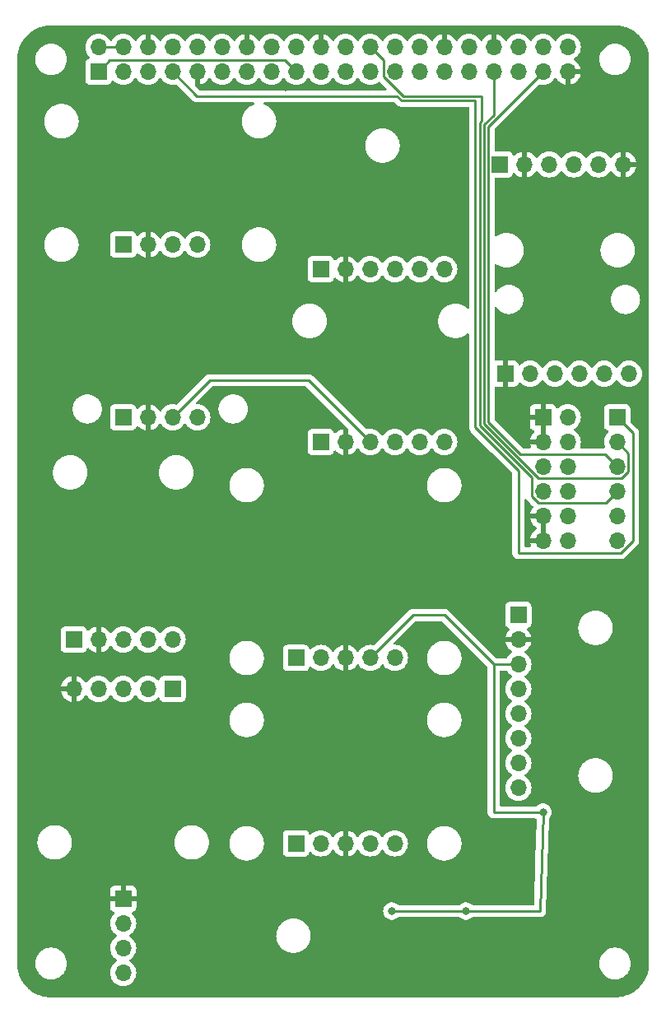
<source format=gbr>
%TF.GenerationSoftware,KiCad,Pcbnew,7.0.5-7.0.5~ubuntu22.04.1*%
%TF.CreationDate,2023-07-02T20:15:11+01:00*%
%TF.ProjectId,sensorboard-v4-base-station,73656e73-6f72-4626-9f61-72642d76342d,rev?*%
%TF.SameCoordinates,Original*%
%TF.FileFunction,Copper,L2,Bot*%
%TF.FilePolarity,Positive*%
%FSLAX46Y46*%
G04 Gerber Fmt 4.6, Leading zero omitted, Abs format (unit mm)*
G04 Created by KiCad (PCBNEW 7.0.5-7.0.5~ubuntu22.04.1) date 2023-07-02 20:15:11*
%MOMM*%
%LPD*%
G01*
G04 APERTURE LIST*
%TA.AperFunction,ComponentPad*%
%ADD10R,1.700000X1.700000*%
%TD*%
%TA.AperFunction,ComponentPad*%
%ADD11O,1.700000X1.700000*%
%TD*%
%TA.AperFunction,ViaPad*%
%ADD12C,0.800000*%
%TD*%
%TA.AperFunction,Conductor*%
%ADD13C,0.250000*%
%TD*%
G04 APERTURE END LIST*
D10*
%TO.P,SCD40#2,1,GND*%
%TO.N,GND*%
X2540000Y8910002D03*
D11*
%TO.P,SCD40#2,2,VCC*%
%TO.N,+3V3*%
X2540000Y6370002D03*
%TO.P,SCD40#2,3,SCL*%
%TO.N,/SCL*%
X2540000Y3830002D03*
%TO.P,SCD40#2,4,SDA*%
%TO.N,/SDA*%
X2540000Y1290002D03*
%TD*%
D10*
%TO.P,SCD40#1,1,VIN*%
%TO.N,+3V3*%
X20320000Y33675002D03*
D11*
%TO.P,SCD40#1,2,3Vo*%
%TO.N,unconnected-(SCD40#1-3Vo-Pad2)*%
X22860000Y33675002D03*
%TO.P,SCD40#1,3,GND*%
%TO.N,GND*%
X25400000Y33675002D03*
%TO.P,SCD40#1,4,SCL*%
%TO.N,/SCL*%
X27940000Y33675002D03*
%TO.P,SCD40#1,5,SDA*%
%TO.N,/SDA*%
X30480000Y33675002D03*
%TD*%
D10*
%TO.P,J1,1,Pin_1*%
%TO.N,/nc-GPIO4(GCLK)*%
X53340000Y58440002D03*
D11*
%TO.P,J1,2,Pin_2*%
%TO.N,/nc-GPIO13(PWM1)*%
X53340000Y55900002D03*
%TO.P,J1,3,Pin_3*%
%TO.N,/nc-GPIO26*%
X53340000Y53360002D03*
%TO.P,J1,4,Pin_4*%
%TO.N,/nc-GPIO8*%
X53340000Y50820002D03*
%TO.P,J1,5,Pin_5*%
%TO.N,/nc-GPIO16*%
X53340000Y48280002D03*
%TO.P,J1,6,Pin_6*%
%TO.N,/nc-I2C{slash}DOUT*%
X53340000Y45740002D03*
%TD*%
D10*
%TO.P,LTR-559#1,3-6V,VCC*%
%TO.N,+3V3*%
X7620000Y30500002D03*
D11*
%TO.P,LTR-559#1,GND,GND*%
%TO.N,GND*%
X-2540000Y30500002D03*
%TO.P,LTR-559#1,INT,INT*%
%TO.N,unconnected-(LTR-559#1-PadINT)*%
X0Y30500002D03*
%TO.P,LTR-559#1,SCL,SCL*%
%TO.N,/SCL*%
X2540000Y30500002D03*
%TO.P,LTR-559#1,SDA,SDA*%
%TO.N,/SDA*%
X5080000Y30500002D03*
%TD*%
%TO.P,MCP9808#1,A0,A0*%
%TO.N,unconnected-(MCP9808#1-PadA0)*%
X43180000Y25400000D03*
%TO.P,MCP9808#1,A1,A1*%
%TO.N,unconnected-(MCP9808#1-PadA1)*%
X43180000Y22860000D03*
%TO.P,MCP9808#1,A2,A2*%
%TO.N,unconnected-(MCP9808#1-PadA2)*%
X43180000Y20320000D03*
%TO.P,MCP9808#1,ALERT,ALERT*%
%TO.N,unconnected-(MCP9808#1-PadALERT)*%
X43180000Y27940000D03*
%TO.P,MCP9808#1,GND,GND*%
%TO.N,GND*%
X43180000Y35560000D03*
%TO.P,MCP9808#1,SCL,SCL*%
%TO.N,/SCL*%
X43180000Y33020000D03*
%TO.P,MCP9808#1,SDA,SDA*%
%TO.N,/SDA*%
X43180000Y30480000D03*
D10*
%TO.P,MCP9808#1,VCC,VCC*%
%TO.N,+3V3*%
X43180000Y38100000D03*
%TD*%
%TO.P,PM_breakout1,1,5V*%
%TO.N,+5V*%
X22860000Y73680002D03*
D11*
%TO.P,PM_breakout1,2,GND*%
%TO.N,GND*%
X25400000Y73680002D03*
%TO.P,PM_breakout1,3,TX*%
%TO.N,/PM{slash}TX*%
X27940000Y73680002D03*
%TO.P,PM_breakout1,4,RX*%
%TO.N,/PM{slash}RX*%
X30480000Y73680002D03*
%TO.P,PM_breakout1,5,RESET*%
%TO.N,/PM{slash}Reset*%
X33020000Y73680002D03*
%TO.P,PM_breakout1,6,EN*%
%TO.N,/PM{slash}En*%
X35560000Y73680002D03*
%TD*%
D10*
%TO.P,MIC1-left1,1,3V*%
%TO.N,+3V3*%
X41275000Y84455000D03*
D11*
%TO.P,MIC1-left1,2,GND*%
%TO.N,GND*%
X43815000Y84455000D03*
%TO.P,MIC1-left1,3,BCLK*%
%TO.N,/I2S{slash}BCLK*%
X46355000Y84455000D03*
%TO.P,MIC1-left1,4,DOUT*%
%TO.N,/I2S{slash}DIN*%
X48895000Y84455000D03*
%TO.P,MIC1-left1,5,LRCL*%
%TO.N,/I2S{slash}LRCL-WS*%
X51435000Y84455000D03*
%TO.P,MIC1-left1,6,SEL*%
%TO.N,GND*%
X53975000Y84455000D03*
%TD*%
%TO.P,AHT20#1,GND,GND*%
%TO.N,GND*%
X5080000Y76200000D03*
%TO.P,AHT20#1,SCL,SCL*%
%TO.N,/SCL*%
X7620000Y76200000D03*
%TO.P,AHT20#1,SDA,SDA*%
%TO.N,/SDA*%
X10160000Y76200000D03*
D10*
%TO.P,AHT20#1,VCC,VCC*%
%TO.N,+3V3*%
X2540000Y76200000D03*
%TD*%
D11*
%TO.P,SHT45#1,3Vo,3Vo*%
%TO.N,unconnected-(SHT45#1-Pad3Vo)*%
X22859180Y14605000D03*
%TO.P,SHT45#1,GND,GND*%
%TO.N,GND*%
X25399180Y14605000D03*
%TO.P,SHT45#1,SCL,SCL*%
%TO.N,/SCL*%
X27939180Y14605000D03*
%TO.P,SHT45#1,SDA,SDA*%
%TO.N,/SDA*%
X30479180Y14605000D03*
D10*
%TO.P,SHT45#1,VIN,VIN*%
%TO.N,+3V3*%
X20319180Y14605000D03*
%TD*%
%TO.P,J2,1,Pin_1*%
%TO.N,GND*%
X45720000Y58440002D03*
D11*
%TO.P,J2,2,Pin_2*%
%TO.N,+3V3*%
X48260000Y58440002D03*
%TO.P,J2,3,Pin_3*%
%TO.N,GND*%
X45720000Y55900002D03*
%TO.P,J2,4,Pin_4*%
%TO.N,+3V3*%
X48260000Y55900002D03*
%TO.P,J2,5,Pin_5*%
%TO.N,GND*%
X45720000Y53360002D03*
%TO.P,J2,6,Pin_6*%
%TO.N,+3V3*%
X48260000Y53360002D03*
%TO.P,J2,7,Pin_7*%
%TO.N,GND*%
X45720000Y50820002D03*
%TO.P,J2,8,Pin_8*%
%TO.N,+3V3*%
X48260000Y50820002D03*
%TO.P,J2,9,Pin_9*%
%TO.N,GND*%
X45720000Y48280002D03*
%TO.P,J2,10,Pin_10*%
%TO.N,+3V3*%
X48260000Y48280002D03*
%TO.P,J2,11,Pin_11*%
%TO.N,GND*%
X45720000Y45740002D03*
%TO.P,J2,12,Pin_12*%
%TO.N,+3V3*%
X48260000Y45740002D03*
%TD*%
%TO.P,ENS160#1,GND,GND*%
%TO.N,GND*%
X5079180Y58420000D03*
%TO.P,ENS160#1,SCL,SCL*%
%TO.N,/SCL*%
X7619180Y58420000D03*
%TO.P,ENS160#1,SDA,SDA*%
%TO.N,/SDA*%
X10159180Y58420000D03*
D10*
%TO.P,ENS160#1,VCC,VCC*%
%TO.N,+3V3*%
X2539180Y58420000D03*
%TD*%
D11*
%TO.P,bh1750#1,ADD,ADD*%
%TO.N,+3V3*%
X7620000Y35580002D03*
%TO.P,bh1750#1,GND,GND*%
%TO.N,GND*%
X0Y35580002D03*
%TO.P,bh1750#1,SCL,SCL*%
%TO.N,/SCL*%
X2540000Y35580002D03*
%TO.P,bh1750#1,SDA,SDA*%
%TO.N,/SDA*%
X5080000Y35580002D03*
D10*
%TO.P,bh1750#1,VCC,VCC*%
%TO.N,+3V3*%
X-2540000Y35580002D03*
%TD*%
%TO.P,Mic2-right1,1,GND*%
%TO.N,GND*%
X41850000Y62905002D03*
D11*
%TO.P,Mic2-right1,2,3V3*%
%TO.N,+3V3*%
X44390000Y62905002D03*
%TO.P,Mic2-right1,3,WS*%
%TO.N,/I2S{slash}LRCL-WS*%
X46930000Y62905002D03*
%TO.P,Mic2-right1,4,SEL*%
%TO.N,+3V3*%
X49470000Y62905002D03*
%TO.P,Mic2-right1,5,SCK*%
%TO.N,/I2S{slash}BCLK*%
X52010000Y62905002D03*
%TO.P,Mic2-right1,6,DOUT*%
%TO.N,/I2S{slash}DIN*%
X54550000Y62905002D03*
%TD*%
%TO.P,SHT31#1,GND,GND*%
%TO.N,GND*%
X25400000Y55900002D03*
%TO.P,SHT31#1,INT,INT*%
%TO.N,unconnected-(SHT31#1-PadINT)*%
X33020000Y55900002D03*
%TO.P,SHT31#1,RST,RST*%
%TO.N,unconnected-(SHT31#1-PadRST)*%
X35560000Y55900002D03*
%TO.P,SHT31#1,SCL,SCL*%
%TO.N,/SCL*%
X27940000Y55900002D03*
%TO.P,SHT31#1,SDA,SDA*%
%TO.N,/SDA*%
X30480000Y55900002D03*
D10*
%TO.P,SHT31#1,VCC,VCC*%
%TO.N,+3V3*%
X22860000Y55900002D03*
%TD*%
%TO.P,RaspberryPiGPIO1,1,3V3*%
%TO.N,+3V3*%
X0Y93980000D03*
D11*
%TO.P,RaspberryPiGPIO1,2,5V*%
%TO.N,+5V*%
X0Y96520000D03*
%TO.P,RaspberryPiGPIO1,3,GPIO2(SDA1)*%
%TO.N,/SDA*%
X2540000Y93980000D03*
%TO.P,RaspberryPiGPIO1,4,5V*%
%TO.N,+5V*%
X2540000Y96520000D03*
%TO.P,RaspberryPiGPIO1,5,GPIO3(SCL1)*%
%TO.N,/SCL*%
X5080000Y93980000D03*
%TO.P,RaspberryPiGPIO1,6,GND*%
%TO.N,GND*%
X5080000Y96520000D03*
%TO.P,RaspberryPiGPIO1,7,GPIO4(GCLK)*%
%TO.N,/nc-GPIO4(GCLK)*%
X7620000Y93980000D03*
%TO.P,RaspberryPiGPIO1,8,GPIO14(TXD0)*%
%TO.N,/PM{slash}TX*%
X7620000Y96520000D03*
%TO.P,RaspberryPiGPIO1,9,GND*%
%TO.N,GND*%
X10160000Y93980000D03*
%TO.P,RaspberryPiGPIO1,10,GPIO15(RXD0)*%
%TO.N,/PM{slash}RX*%
X10160000Y96520000D03*
%TO.P,RaspberryPiGPIO1,11,GPIO17:G0*%
%TO.N,/PM{slash}En*%
X12700000Y93980000D03*
%TO.P,RaspberryPiGPIO1,12,GPIO18:G1\u002CPWM0\u002CP_CLK*%
%TO.N,/I2S{slash}BCLK*%
X12700000Y96520000D03*
%TO.P,RaspberryPiGPIO1,13,GPIO27(GEN2)*%
%TO.N,/PM{slash}Reset*%
X15240000Y93980000D03*
%TO.P,RaspberryPiGPIO1,14,GND*%
%TO.N,GND*%
X15240000Y96520000D03*
%TO.P,RaspberryPiGPIO1,15,GPIO22(GEN3)*%
%TO.N,/(RFM-DIO0)*%
X17780000Y93980000D03*
%TO.P,RaspberryPiGPIO1,16,GPIO23(GEN4)*%
%TO.N,/(RFM-DIO1)*%
X17780000Y96520000D03*
%TO.P,RaspberryPiGPIO1,17,3V3*%
%TO.N,+3V3*%
X20320000Y93980000D03*
%TO.P,RaspberryPiGPIO1,18,GPIO24(GEN5)*%
%TO.N,/(RFM-DIO2)*%
X20320000Y96520000D03*
%TO.P,RaspberryPiGPIO1,19,GPIO10(SPI0_MOSI)*%
%TO.N,/(RFM-MOSI)*%
X22860000Y93980000D03*
%TO.P,RaspberryPiGPIO1,20,GND*%
%TO.N,GND*%
X22860000Y96520000D03*
%TO.P,RaspberryPiGPIO1,21,GPIO9(SPI0_MISO)*%
%TO.N,/(RFM-MISO)*%
X25400000Y93980000D03*
%TO.P,RaspberryPiGPIO1,22,GPIO25(GEN6)*%
%TO.N,/(RFM-RST)*%
X25400000Y96520000D03*
%TO.P,RaspberryPiGPIO1,23,GPIO11(SPI0_SCK)*%
%TO.N,/(RFM-SCK)*%
X27940000Y93980000D03*
%TO.P,RaspberryPiGPIO1,24,GPIO8(SPI0_CE_N)*%
%TO.N,/nc-GPIO8*%
X27940000Y96520000D03*
%TO.P,RaspberryPiGPIO1,25,GND*%
%TO.N,GND*%
X30480000Y93980000D03*
%TO.P,RaspberryPiGPIO1,26,GPIO7(SPI1_CE_N)*%
%TO.N,/(RFM-CS)*%
X30480000Y96520000D03*
%TO.P,RaspberryPiGPIO1,27,ID_SD*%
%TO.N,/(HAT-ID_SD)*%
X33020000Y93980000D03*
%TO.P,RaspberryPiGPIO1,28,ID_SC*%
%TO.N,/(HAT-ID_SC)*%
X33020000Y96520000D03*
%TO.P,RaspberryPiGPIO1,29,GPIO5*%
%TO.N,/(RFM-Button-1)*%
X35560000Y93980000D03*
%TO.P,RaspberryPiGPIO1,30,GND*%
%TO.N,GND*%
X35560000Y96520000D03*
%TO.P,RaspberryPiGPIO1,31,GPIO6*%
%TO.N,/(RFM-Button-2)*%
X38100000Y93980000D03*
%TO.P,RaspberryPiGPIO1,32,GPIO12(PWM0)*%
%TO.N,/(RFM-Button-3)*%
X38100000Y96520000D03*
%TO.P,RaspberryPiGPIO1,33,GPIO13(PWM1)*%
%TO.N,/nc-GPIO13(PWM1)*%
X40640000Y93980000D03*
%TO.P,RaspberryPiGPIO1,34,GND*%
%TO.N,GND*%
X40640000Y96520000D03*
%TO.P,RaspberryPiGPIO1,35,GPIO19:SPI1_MISO\u002CP_FS/LRCL*%
%TO.N,/I2S{slash}LRCL-WS*%
X43180000Y93980000D03*
%TO.P,RaspberryPiGPIO1,36,GPIO16*%
%TO.N,/nc-GPIO16*%
X43180000Y96520000D03*
%TO.P,RaspberryPiGPIO1,37,GPIO26*%
%TO.N,/nc-GPIO26*%
X45720000Y93980000D03*
%TO.P,RaspberryPiGPIO1,38,GPIO20:SPI1_MOSI\u002CP_DIN*%
%TO.N,/I2S{slash}DIN*%
X45720000Y96520000D03*
%TO.P,RaspberryPiGPIO1,39,GND*%
%TO.N,GND*%
X48260000Y93980000D03*
%TO.P,RaspberryPiGPIO1,40,GPIO21:SPI1_SCK\u002CP_DOUT*%
%TO.N,/nc-I2C{slash}DOUT*%
X48260000Y96520000D03*
%TD*%
D12*
%TO.N,/SCL*%
X37800000Y7630002D03*
X45720000Y17800002D03*
X30180000Y7630002D03*
%TO.N,GND*%
X19260000Y92420002D03*
X42120000Y12410002D03*
X43390000Y6060002D03*
X52280000Y12410002D03*
X31960000Y6060002D03*
%TD*%
D13*
%TO.N,/SCL*%
X40640000Y17800002D02*
X40640000Y33020000D01*
X11449182Y62250002D02*
X21590000Y62250002D01*
X37800000Y7630002D02*
X45420000Y7630002D01*
X45720000Y17800002D02*
X40640000Y17800002D01*
X30180000Y7630002D02*
X37800000Y7630002D01*
X45420000Y7630002D02*
X45720000Y17800002D01*
X21590000Y62250002D02*
X27940000Y55900002D01*
X27940000Y33675002D02*
X32364998Y38100000D01*
X32364998Y38100000D02*
X35560000Y38100000D01*
X40640000Y33020000D02*
X43180000Y33020000D01*
X35560000Y38100000D02*
X40640000Y33020000D01*
X7619180Y58420000D02*
X11449182Y62250002D01*
%TO.N,+3V3*%
X19145000Y95155000D02*
X1175000Y95155000D01*
X1175000Y95155000D02*
X0Y93980000D01*
X20320000Y93980000D02*
X19145000Y95155000D01*
%TO.N,+5V*%
X0Y96520000D02*
X2540000Y96520000D01*
%TO.N,/nc-GPIO4(GCLK)*%
X10139998Y91460002D02*
X7620000Y93980000D01*
X43180000Y52965509D02*
X38750000Y57395509D01*
X38750000Y57395509D02*
X38750000Y91010002D01*
X31151901Y91010002D02*
X30701901Y91460002D01*
X54965000Y56815002D02*
X54965000Y45703301D01*
X54965000Y45703301D02*
X53731701Y44470002D01*
X53731701Y44470002D02*
X43180000Y44470002D01*
X30701901Y91460002D02*
X10139998Y91460002D01*
X53340000Y58440002D02*
X54965000Y56815002D01*
X43180000Y44470002D02*
X43180000Y52965509D01*
X38750000Y91010002D02*
X31151901Y91010002D01*
%TO.N,/nc-GPIO8*%
X29305000Y93493299D02*
X29305000Y95155000D01*
X44545000Y52236905D02*
X39200000Y57581905D01*
X39370000Y91460002D02*
X31338297Y91460002D01*
X39370000Y88902792D02*
X39370000Y91460002D01*
X45233299Y49645002D02*
X44545000Y50333301D01*
X52165000Y49645002D02*
X45233299Y49645002D01*
X44545000Y50333301D02*
X44545000Y52236905D01*
X39200000Y57581905D02*
X39200000Y88732792D01*
X31338297Y91460002D02*
X29305000Y93493299D01*
X39200000Y88732792D02*
X39370000Y88902792D01*
X53340000Y50820002D02*
X52165000Y49645002D01*
X29305000Y95155000D02*
X27940000Y96520000D01*
%TO.N,/nc-GPIO13(PWM1)*%
X45233299Y52185002D02*
X39650000Y57768301D01*
X39650000Y57768301D02*
X39650000Y88546396D01*
X53340000Y55900002D02*
X54515000Y54725002D01*
X53826701Y52185002D02*
X45233299Y52185002D01*
X40640000Y89536396D02*
X40640000Y93980000D01*
X54515000Y54725002D02*
X54515000Y52873301D01*
X39650000Y88546396D02*
X40640000Y89536396D01*
X54515000Y52873301D02*
X53826701Y52185002D01*
%TO.N,/nc-GPIO26*%
X43424695Y54630002D02*
X40100000Y57954697D01*
X52070000Y54630002D02*
X43424695Y54630002D01*
X40100000Y88360000D02*
X45720000Y93980000D01*
X53340000Y53360002D02*
X52070000Y54630002D01*
X40100000Y57954697D02*
X40100000Y88360000D01*
%TD*%
%TA.AperFunction,Conductor*%
%TO.N,GND*%
G36*
X44010702Y49995394D02*
G01*
X44036230Y49964803D01*
X44046825Y49946887D01*
X44046833Y49946877D01*
X44060990Y49932721D01*
X44073627Y49917926D01*
X44076261Y49914301D01*
X44085405Y49901715D01*
X44085406Y49901714D01*
X44121309Y49872013D01*
X44125620Y49868091D01*
X44421208Y49572503D01*
X44674883Y49318828D01*
X44708368Y49257505D01*
X44703384Y49187813D01*
X44684692Y49155727D01*
X44684995Y49155515D01*
X44682461Y49151897D01*
X44682207Y49151460D01*
X44681896Y49151090D01*
X44546400Y48957582D01*
X44546399Y48957580D01*
X44446570Y48743495D01*
X44446567Y48743489D01*
X44389364Y48530003D01*
X44389364Y48530002D01*
X45286314Y48530002D01*
X45260507Y48489846D01*
X45220000Y48351891D01*
X45220000Y48208113D01*
X45260507Y48070158D01*
X45286314Y48030002D01*
X44389364Y48030002D01*
X44446567Y47816516D01*
X44446570Y47816510D01*
X44546399Y47602424D01*
X44681894Y47408920D01*
X44848917Y47241897D01*
X45035031Y47111577D01*
X45078656Y47056999D01*
X45085848Y46987501D01*
X45054326Y46925146D01*
X45035031Y46908427D01*
X44848922Y46778112D01*
X44848920Y46778111D01*
X44681891Y46611082D01*
X44681886Y46611076D01*
X44546400Y46417582D01*
X44546399Y46417580D01*
X44446570Y46203495D01*
X44446567Y46203489D01*
X44389364Y45990003D01*
X44389364Y45990002D01*
X45286314Y45990002D01*
X45260507Y45949846D01*
X45220000Y45811891D01*
X45220000Y45668113D01*
X45260507Y45530158D01*
X45286314Y45490002D01*
X44389364Y45490002D01*
X44446567Y45276516D01*
X44446571Y45276505D01*
X44448716Y45271906D01*
X44459208Y45202829D01*
X44430688Y45139045D01*
X44372211Y45100806D01*
X44336334Y45095502D01*
X43929500Y45095502D01*
X43862461Y45115187D01*
X43816706Y45167991D01*
X43805500Y45219502D01*
X43805500Y47408920D01*
X43805499Y49901683D01*
X43825184Y49968720D01*
X43877988Y50014475D01*
X43947146Y50024419D01*
X44010702Y49995394D01*
G37*
%TD.AperFunction*%
%TA.AperFunction,Conductor*%
G36*
X45970000Y46175504D02*
G01*
X45862315Y46224682D01*
X45755763Y46240002D01*
X45684237Y46240002D01*
X45577685Y46224682D01*
X45470000Y46175504D01*
X45470000Y47844501D01*
X45577685Y47795322D01*
X45684237Y47780002D01*
X45755763Y47780002D01*
X45862315Y47795322D01*
X45970000Y47844501D01*
X45970000Y46175504D01*
G37*
%TD.AperFunction*%
%TA.AperFunction,Conductor*%
G36*
X45913039Y48999817D02*
G01*
X45958794Y48947013D01*
X45970000Y48895502D01*
X45970000Y48715504D01*
X45862315Y48764682D01*
X45755763Y48780002D01*
X45684237Y48780002D01*
X45577685Y48764682D01*
X45469999Y48715504D01*
X45470000Y48895502D01*
X45489685Y48962541D01*
X45542489Y49008296D01*
X45594000Y49019502D01*
X45846000Y49019502D01*
X45913039Y48999817D01*
G37*
%TD.AperFunction*%
%TA.AperFunction,Conductor*%
G36*
X45577685Y50335322D02*
G01*
X45684237Y50320002D01*
X45755763Y50320002D01*
X45862315Y50335322D01*
X45966608Y50382952D01*
X45950315Y50327463D01*
X45897511Y50281708D01*
X45846000Y50270502D01*
X45594000Y50270502D01*
X45526961Y50290187D01*
X45481206Y50342991D01*
X45472415Y50383398D01*
X45577685Y50335322D01*
G37*
%TD.AperFunction*%
%TA.AperFunction,Conductor*%
G36*
X45913039Y51539817D02*
G01*
X45958794Y51487013D01*
X45970000Y51435502D01*
X45970000Y51255504D01*
X45862315Y51304682D01*
X45755763Y51320002D01*
X45684237Y51320002D01*
X45577685Y51304682D01*
X45470000Y51255504D01*
X45470000Y51435502D01*
X45489685Y51502541D01*
X45542489Y51548296D01*
X45594000Y51559502D01*
X45846000Y51559502D01*
X45913039Y51539817D01*
G37*
%TD.AperFunction*%
%TA.AperFunction,Conductor*%
G36*
X45577685Y52875322D02*
G01*
X45684237Y52860002D01*
X45755763Y52860002D01*
X45862315Y52875322D01*
X45966608Y52922952D01*
X45950315Y52867463D01*
X45897511Y52821708D01*
X45846000Y52810502D01*
X45593999Y52810502D01*
X45526960Y52830187D01*
X45481205Y52882991D01*
X45472414Y52923398D01*
X45577685Y52875322D01*
G37*
%TD.AperFunction*%
%TA.AperFunction,Conductor*%
G36*
X45913039Y53984817D02*
G01*
X45958794Y53932013D01*
X45970000Y53880502D01*
X45970000Y53795504D01*
X45862315Y53844682D01*
X45755763Y53860002D01*
X45684237Y53860002D01*
X45577685Y53844682D01*
X45470000Y53795504D01*
X45470000Y53880502D01*
X45489685Y53947541D01*
X45542489Y53993296D01*
X45594000Y54004502D01*
X45846000Y54004502D01*
X45913039Y53984817D01*
G37*
%TD.AperFunction*%
%TA.AperFunction,Conductor*%
G36*
X45970000Y55379502D02*
G01*
X45950315Y55312463D01*
X45897511Y55266708D01*
X45846000Y55255502D01*
X45594000Y55255502D01*
X45526961Y55275187D01*
X45481206Y55327991D01*
X45470000Y55379502D01*
X45470000Y55464501D01*
X45577685Y55415322D01*
X45684237Y55400002D01*
X45755763Y55400002D01*
X45862315Y55415322D01*
X45970000Y55464501D01*
X45970000Y55379502D01*
G37*
%TD.AperFunction*%
%TA.AperFunction,Conductor*%
G36*
X45970000Y56335504D02*
G01*
X45862315Y56384682D01*
X45755763Y56400002D01*
X45684237Y56400002D01*
X45577685Y56384682D01*
X45470000Y56335504D01*
X45470000Y58004501D01*
X45577685Y57955322D01*
X45684237Y57940002D01*
X45755763Y57940002D01*
X45862315Y57955322D01*
X45970000Y58004501D01*
X45970000Y56335504D01*
G37*
%TD.AperFunction*%
%TA.AperFunction,Conductor*%
G36*
X10410000Y92649367D02*
G01*
X10623483Y92706567D01*
X10623492Y92706571D01*
X10837578Y92806400D01*
X11031082Y92941895D01*
X11198105Y93108918D01*
X11328119Y93294595D01*
X11382696Y93338219D01*
X11452195Y93345412D01*
X11514549Y93313890D01*
X11531269Y93294595D01*
X11661505Y93108599D01*
X11828599Y92941505D01*
X11925384Y92873736D01*
X12022165Y92805968D01*
X12022167Y92805967D01*
X12022170Y92805965D01*
X12236337Y92706097D01*
X12236343Y92706096D01*
X12236344Y92706095D01*
X12291285Y92691374D01*
X12464592Y92644937D01*
X12641034Y92629500D01*
X12699999Y92624341D01*
X12700000Y92624341D01*
X12700001Y92624341D01*
X12758966Y92629500D01*
X12935408Y92644937D01*
X13163663Y92706097D01*
X13377830Y92805965D01*
X13571401Y92941505D01*
X13738495Y93108599D01*
X13868426Y93294159D01*
X13923002Y93337783D01*
X13992500Y93344977D01*
X14054855Y93313454D01*
X14071575Y93294158D01*
X14201281Y93108918D01*
X14201505Y93108599D01*
X14368599Y92941505D01*
X14465384Y92873736D01*
X14562165Y92805968D01*
X14562167Y92805967D01*
X14562170Y92805965D01*
X14776337Y92706097D01*
X14776343Y92706096D01*
X14776344Y92706095D01*
X14831285Y92691374D01*
X15004592Y92644937D01*
X15181034Y92629500D01*
X15239999Y92624341D01*
X15240000Y92624341D01*
X15240001Y92624341D01*
X15298966Y92629500D01*
X15475408Y92644937D01*
X15703663Y92706097D01*
X15917830Y92805965D01*
X16111401Y92941505D01*
X16278495Y93108599D01*
X16408426Y93294159D01*
X16463002Y93337783D01*
X16532500Y93344977D01*
X16594855Y93313454D01*
X16611575Y93294158D01*
X16741281Y93108918D01*
X16741505Y93108599D01*
X16908599Y92941505D01*
X17005384Y92873736D01*
X17102165Y92805968D01*
X17102167Y92805967D01*
X17102170Y92805965D01*
X17316337Y92706097D01*
X17316343Y92706096D01*
X17316344Y92706095D01*
X17371285Y92691374D01*
X17544592Y92644937D01*
X17721034Y92629500D01*
X17779999Y92624341D01*
X17780000Y92624341D01*
X17780001Y92624341D01*
X17838966Y92629500D01*
X18015408Y92644937D01*
X18243663Y92706097D01*
X18457830Y92805965D01*
X18651401Y92941505D01*
X18818495Y93108599D01*
X18948426Y93294159D01*
X19003002Y93337783D01*
X19072500Y93344977D01*
X19134855Y93313454D01*
X19151575Y93294158D01*
X19281281Y93108918D01*
X19281505Y93108599D01*
X19448599Y92941505D01*
X19545384Y92873736D01*
X19642165Y92805968D01*
X19642167Y92805967D01*
X19642170Y92805965D01*
X19856337Y92706097D01*
X19856343Y92706096D01*
X19856344Y92706095D01*
X19911285Y92691374D01*
X20084592Y92644937D01*
X20261034Y92629500D01*
X20319999Y92624341D01*
X20320000Y92624341D01*
X20320001Y92624341D01*
X20378966Y92629500D01*
X20555408Y92644937D01*
X20783663Y92706097D01*
X20997830Y92805965D01*
X21191401Y92941505D01*
X21358495Y93108599D01*
X21488426Y93294160D01*
X21543001Y93337783D01*
X21612499Y93344977D01*
X21674854Y93313454D01*
X21691574Y93294159D01*
X21821505Y93108599D01*
X21988599Y92941505D01*
X22085384Y92873736D01*
X22182165Y92805968D01*
X22182167Y92805967D01*
X22182170Y92805965D01*
X22396337Y92706097D01*
X22396343Y92706096D01*
X22396344Y92706095D01*
X22451285Y92691374D01*
X22624592Y92644937D01*
X22801034Y92629500D01*
X22859999Y92624341D01*
X22860000Y92624341D01*
X22860001Y92624341D01*
X22918966Y92629500D01*
X23095408Y92644937D01*
X23323663Y92706097D01*
X23537830Y92805965D01*
X23731401Y92941505D01*
X23898495Y93108599D01*
X24028426Y93294159D01*
X24083002Y93337783D01*
X24152500Y93344977D01*
X24214855Y93313454D01*
X24231575Y93294158D01*
X24361281Y93108918D01*
X24361505Y93108599D01*
X24528599Y92941505D01*
X24625384Y92873736D01*
X24722165Y92805968D01*
X24722167Y92805967D01*
X24722170Y92805965D01*
X24936337Y92706097D01*
X24936343Y92706096D01*
X24936344Y92706095D01*
X24991285Y92691374D01*
X25164592Y92644937D01*
X25341034Y92629500D01*
X25399999Y92624341D01*
X25400000Y92624341D01*
X25400001Y92624341D01*
X25458966Y92629500D01*
X25635408Y92644937D01*
X25863663Y92706097D01*
X26077830Y92805965D01*
X26271401Y92941505D01*
X26438495Y93108599D01*
X26568426Y93294159D01*
X26623002Y93337783D01*
X26692500Y93344977D01*
X26754855Y93313454D01*
X26771575Y93294158D01*
X26901281Y93108918D01*
X26901505Y93108599D01*
X27068599Y92941505D01*
X27165384Y92873736D01*
X27262165Y92805968D01*
X27262167Y92805967D01*
X27262170Y92805965D01*
X27476337Y92706097D01*
X27476343Y92706096D01*
X27476344Y92706095D01*
X27531285Y92691374D01*
X27704592Y92644937D01*
X27881034Y92629500D01*
X27939999Y92624341D01*
X27940000Y92624341D01*
X27940001Y92624341D01*
X27998966Y92629500D01*
X28175408Y92644937D01*
X28403663Y92706097D01*
X28617830Y92805965D01*
X28811401Y92941505D01*
X28811414Y92941519D01*
X28811776Y92941821D01*
X28811977Y92941910D01*
X28815836Y92944611D01*
X28816378Y92943837D01*
X28875779Y92969846D01*
X28944773Y92958820D01*
X28979181Y92934528D01*
X29616526Y92297183D01*
X29650011Y92235860D01*
X29645027Y92166168D01*
X29603155Y92110235D01*
X29537691Y92085818D01*
X29528845Y92085502D01*
X10450451Y92085502D01*
X10383412Y92105187D01*
X10362770Y92121821D01*
X9946319Y92538272D01*
X9912834Y92599595D01*
X9910000Y92625953D01*
X9910000Y93544499D01*
X10017685Y93495320D01*
X10124237Y93480000D01*
X10195763Y93480000D01*
X10302315Y93495320D01*
X10410000Y93544499D01*
X10410000Y92649367D01*
G37*
%TD.AperFunction*%
%TA.AperFunction,Conductor*%
G36*
X53131512Y98749427D02*
G01*
X53170910Y98747493D01*
X53282594Y98742006D01*
X53476607Y98731838D01*
X53482409Y98731257D01*
X53651730Y98706141D01*
X53827603Y98678285D01*
X53832916Y98677201D01*
X54002211Y98634795D01*
X54171330Y98589480D01*
X54176134Y98587980D01*
X54341249Y98528901D01*
X54342541Y98528421D01*
X54504254Y98466345D01*
X54508540Y98464513D01*
X54667706Y98389233D01*
X54669236Y98388481D01*
X54823006Y98310131D01*
X54826706Y98308084D01*
X54978047Y98217373D01*
X54979867Y98216237D01*
X55124256Y98122470D01*
X55127422Y98120271D01*
X55269280Y98015062D01*
X55271365Y98013446D01*
X55404974Y97905252D01*
X55407593Y97903007D01*
X55528489Y97793433D01*
X55538518Y97784344D01*
X55540722Y97782245D01*
X55662242Y97660725D01*
X55664341Y97658521D01*
X55783004Y97527596D01*
X55785249Y97524977D01*
X55893445Y97391366D01*
X55895061Y97389281D01*
X56000262Y97247433D01*
X56002461Y97244267D01*
X56096223Y97099888D01*
X56097404Y97097994D01*
X56135139Y97035038D01*
X56188078Y96946714D01*
X56190126Y96943015D01*
X56206592Y96910699D01*
X56268466Y96789263D01*
X56269271Y96787624D01*
X56344504Y96628557D01*
X56346340Y96624266D01*
X56408420Y96462541D01*
X56408914Y96461209D01*
X56467969Y96296159D01*
X56469481Y96291317D01*
X56514799Y96122190D01*
X56557190Y95952955D01*
X56558286Y95947587D01*
X56586167Y95771553D01*
X56611250Y95602453D01*
X56611836Y95596598D01*
X56622015Y95402360D01*
X56621939Y95402357D01*
X56622037Y95401955D01*
X56629425Y95251556D01*
X56629500Y95248514D01*
X56629500Y2251533D01*
X56629425Y2248490D01*
X56622004Y2097431D01*
X56611836Y1903420D01*
X56611250Y1897564D01*
X56586137Y1728269D01*
X56558287Y1552430D01*
X56557192Y1547061D01*
X56514793Y1377799D01*
X56469479Y1208686D01*
X56467967Y1203844D01*
X56408908Y1038783D01*
X56408414Y1037450D01*
X56346342Y875747D01*
X56344506Y871456D01*
X56269261Y712362D01*
X56268456Y710723D01*
X56190134Y557009D01*
X56188071Y553281D01*
X56097390Y401987D01*
X56096208Y400094D01*
X56002463Y255739D01*
X56000264Y252572D01*
X55895067Y110732D01*
X55893451Y108647D01*
X55785247Y-24974D01*
X55783002Y-27593D01*
X55664341Y-158516D01*
X55662242Y-160720D01*
X55540728Y-282234D01*
X55538524Y-284333D01*
X55407593Y-403003D01*
X55404973Y-405248D01*
X55271354Y-513450D01*
X55269269Y-515066D01*
X55127421Y-620269D01*
X55124254Y-622468D01*
X54979917Y-716201D01*
X54978024Y-717383D01*
X54826718Y-808072D01*
X54822990Y-810136D01*
X54669300Y-888444D01*
X54667661Y-889249D01*
X54508538Y-964509D01*
X54504247Y-966345D01*
X54342534Y-1028420D01*
X54341203Y-1028913D01*
X54176161Y-1087967D01*
X54171319Y-1089479D01*
X54002219Y-1134789D01*
X53832941Y-1177192D01*
X53827572Y-1178287D01*
X53651733Y-1206137D01*
X53482438Y-1231250D01*
X53476581Y-1231836D01*
X53282229Y-1242020D01*
X53131554Y-1249423D01*
X53128511Y-1249498D01*
X-4868470Y-1249498D01*
X-4871513Y-1249423D01*
X-5022573Y-1242002D01*
X-5216584Y-1231834D01*
X-5222440Y-1231248D01*
X-5391742Y-1206134D01*
X-5567574Y-1178285D01*
X-5572943Y-1177190D01*
X-5742199Y-1134793D01*
X-5911322Y-1089476D01*
X-5916164Y-1087964D01*
X-6081204Y-1028911D01*
X-6082535Y-1028418D01*
X-6244248Y-966343D01*
X-6248539Y-964507D01*
X-6407662Y-889247D01*
X-6409301Y-888442D01*
X-6562989Y-810135D01*
X-6566717Y-808071D01*
X-6653430Y-756098D01*
X-6718036Y-717375D01*
X-6719873Y-716229D01*
X-6784352Y-674355D01*
X-6864271Y-622454D01*
X-6867436Y-620255D01*
X-7009267Y-515067D01*
X-7011352Y-513451D01*
X-7011353Y-513450D01*
X-7144978Y-405242D01*
X-7147593Y-403002D01*
X-7278524Y-284332D01*
X-7280728Y-282233D01*
X-7402242Y-160719D01*
X-7404341Y-158515D01*
X-7523004Y-27590D01*
X-7525249Y-24971D01*
X-7633455Y108653D01*
X-7635071Y110738D01*
X-7740263Y252573D01*
X-7742462Y255739D01*
X-7836204Y400089D01*
X-7837386Y401982D01*
X-7847351Y418607D01*
X-7891019Y491464D01*
X-7928071Y553282D01*
X-7930134Y557010D01*
X-8002626Y699282D01*
X-8008467Y710746D01*
X-8009257Y712355D01*
X-8084509Y871462D01*
X-8086331Y875720D01*
X-8148433Y1037501D01*
X-8148905Y1038777D01*
X-8207967Y1203845D01*
X-8209479Y1208687D01*
X-8254793Y1377799D01*
X-8297199Y1547095D01*
X-8298280Y1552391D01*
X-8326136Y1728269D01*
X-8351254Y1897595D01*
X-8351834Y1903395D01*
X-8361990Y2097171D01*
X-8366395Y2186836D01*
X-8369425Y2248532D01*
X-8369461Y2250002D01*
X-6500526Y2250002D01*
X-6480453Y1994938D01*
X-6480453Y1994935D01*
X-6480452Y1994932D01*
X-6457075Y1897563D01*
X-6420721Y1746138D01*
X-6322812Y1509763D01*
X-6322810Y1509760D01*
X-6189125Y1291606D01*
X-6189122Y1291601D01*
X-6140054Y1234150D01*
X-6022956Y1097046D01*
X-5898421Y990683D01*
X-5828402Y930881D01*
X-5828400Y930880D01*
X-5828399Y930879D01*
X-5731439Y871462D01*
X-5610243Y797193D01*
X-5610240Y797191D01*
X-5401486Y710723D01*
X-5373860Y699280D01*
X-5125070Y639550D01*
X-4933863Y624502D01*
X-4933855Y624502D01*
X-4806145Y624502D01*
X-4806137Y624502D01*
X-4614930Y639550D01*
X-4366140Y699280D01*
X-4239973Y751540D01*
X-4129761Y797191D01*
X-4129760Y797192D01*
X-4129757Y797193D01*
X-3911601Y930879D01*
X-3717044Y1097046D01*
X-3552244Y1290002D01*
X1184341Y1290002D01*
X1204936Y1054599D01*
X1204938Y1054589D01*
X1266094Y826347D01*
X1266096Y826343D01*
X1266097Y826339D01*
X1319246Y712362D01*
X1365965Y612172D01*
X1365967Y612168D01*
X1474281Y457481D01*
X1501505Y418601D01*
X1668599Y251507D01*
X1765384Y183738D01*
X1862165Y115970D01*
X1862167Y115969D01*
X1862170Y115967D01*
X2076337Y16099D01*
X2304592Y-45061D01*
X2492918Y-61537D01*
X2539999Y-65657D01*
X2540000Y-65657D01*
X2540001Y-65657D01*
X2579234Y-62224D01*
X2775408Y-45061D01*
X3003663Y16099D01*
X3217830Y115967D01*
X3411401Y251507D01*
X3578495Y418601D01*
X3714035Y612172D01*
X3813903Y826339D01*
X3875063Y1054594D01*
X3895659Y1290002D01*
X3875063Y1525410D01*
X3820708Y1728269D01*
X3813905Y1753658D01*
X3813904Y1753659D01*
X3813903Y1753665D01*
X3714035Y1967831D01*
X3623289Y2097431D01*
X3578494Y2161405D01*
X3489896Y2250002D01*
X51499474Y2250002D01*
X51519547Y1994938D01*
X51519547Y1994935D01*
X51519548Y1994932D01*
X51542925Y1897563D01*
X51579279Y1746138D01*
X51677188Y1509763D01*
X51677190Y1509760D01*
X51810875Y1291606D01*
X51810878Y1291601D01*
X51859946Y1234150D01*
X51977044Y1097046D01*
X52101579Y990683D01*
X52171598Y930881D01*
X52171600Y930880D01*
X52171601Y930879D01*
X52268561Y871462D01*
X52389757Y797193D01*
X52389760Y797191D01*
X52598514Y710723D01*
X52626140Y699280D01*
X52874930Y639550D01*
X53066137Y624502D01*
X53066145Y624502D01*
X53193855Y624502D01*
X53193863Y624502D01*
X53385070Y639550D01*
X53633860Y699280D01*
X53760027Y751540D01*
X53870239Y797191D01*
X53870240Y797192D01*
X53870243Y797193D01*
X54088399Y930879D01*
X54282956Y1097046D01*
X54449123Y1291603D01*
X54582809Y1509759D01*
X54589295Y1525416D01*
X54631765Y1627951D01*
X54680722Y1746142D01*
X54740452Y1994932D01*
X54760526Y2250002D01*
X54740452Y2505072D01*
X54680722Y2753862D01*
X54595917Y2958600D01*
X54582811Y2990242D01*
X54582809Y2990245D01*
X54449123Y3208401D01*
X54449122Y3208402D01*
X54449121Y3208404D01*
X54337532Y3339057D01*
X54282956Y3402958D01*
X54131380Y3532416D01*
X54088401Y3569124D01*
X54088396Y3569127D01*
X53870242Y3702812D01*
X53870239Y3702814D01*
X53633864Y3800723D01*
X53511910Y3830002D01*
X53385070Y3860454D01*
X53385068Y3860455D01*
X53385065Y3860455D01*
X53193868Y3875502D01*
X53193863Y3875502D01*
X53066137Y3875502D01*
X53066131Y3875502D01*
X52874934Y3860455D01*
X52626135Y3800723D01*
X52389760Y3702814D01*
X52389757Y3702812D01*
X52171603Y3569127D01*
X52171598Y3569124D01*
X51977044Y3402958D01*
X51810878Y3208404D01*
X51810875Y3208399D01*
X51677190Y2990245D01*
X51677188Y2990242D01*
X51579279Y2753867D01*
X51579278Y2753862D01*
X51521453Y2513004D01*
X51519547Y2505067D01*
X51499474Y2250002D01*
X3489896Y2250002D01*
X3411402Y2328496D01*
X3411396Y2328501D01*
X3225842Y2458427D01*
X3182217Y2513004D01*
X3175023Y2582502D01*
X3206546Y2644857D01*
X3225842Y2661577D01*
X3357638Y2753862D01*
X3411401Y2791507D01*
X3578495Y2958601D01*
X3714035Y3152172D01*
X3813903Y3366339D01*
X3875063Y3594594D01*
X3895659Y3830002D01*
X3875063Y4065410D01*
X3820236Y4270031D01*
X3813905Y4293658D01*
X3813904Y4293659D01*
X3813903Y4293665D01*
X3714035Y4507831D01*
X3665838Y4576665D01*
X3578494Y4701405D01*
X3411402Y4868496D01*
X3411396Y4868501D01*
X3225842Y4998427D01*
X3182217Y5053004D01*
X3177352Y5100002D01*
X18274535Y5100002D01*
X18279327Y5036047D01*
X18279500Y5031432D01*
X18279500Y4967311D01*
X18289053Y4903935D01*
X18289572Y4899328D01*
X18294365Y4835380D01*
X18294366Y4835377D01*
X18308633Y4772869D01*
X18309493Y4768323D01*
X18319051Y4704917D01*
X18337945Y4643666D01*
X18339145Y4639187D01*
X18353414Y4576674D01*
X18376834Y4516999D01*
X18378365Y4512623D01*
X18397265Y4451354D01*
X18397266Y4451352D01*
X18425086Y4393581D01*
X18426940Y4389331D01*
X18450360Y4329659D01*
X18450361Y4329656D01*
X18482419Y4274132D01*
X18484586Y4270031D01*
X18512401Y4212270D01*
X18512402Y4212269D01*
X18548522Y4159292D01*
X18550990Y4155364D01*
X18583042Y4099847D01*
X18623018Y4049717D01*
X18625771Y4045987D01*
X18661881Y3993024D01*
X18661883Y3993022D01*
X18661886Y3993018D01*
X18685792Y3967253D01*
X18705489Y3946024D01*
X18708513Y3942510D01*
X18748491Y3892379D01*
X18748492Y3892378D01*
X18774426Y3868316D01*
X18795500Y3848763D01*
X18798759Y3845504D01*
X18816539Y3826341D01*
X18842375Y3798495D01*
X18842376Y3798494D01*
X18892506Y3758517D01*
X18896020Y3755493D01*
X18915828Y3737115D01*
X18943016Y3711888D01*
X18943019Y3711886D01*
X18943020Y3711885D01*
X18995982Y3675775D01*
X18999713Y3673022D01*
X19049841Y3633047D01*
X19049845Y3633044D01*
X19103672Y3601968D01*
X19105369Y3600988D01*
X19109296Y3598521D01*
X19162268Y3562404D01*
X19220030Y3534588D01*
X19224132Y3532420D01*
X19279650Y3500365D01*
X19279654Y3500364D01*
X19279655Y3500363D01*
X19339365Y3476929D01*
X19343573Y3475092D01*
X19401350Y3447268D01*
X19462617Y3428370D01*
X19466970Y3426848D01*
X19502102Y3413060D01*
X19526664Y3403419D01*
X19526667Y3403419D01*
X19526673Y3403416D01*
X19589183Y3389149D01*
X19593658Y3387950D01*
X19654922Y3369052D01*
X19700254Y3362220D01*
X19718307Y3359498D01*
X19722864Y3358636D01*
X19739625Y3354811D01*
X19785381Y3344367D01*
X19849323Y3339576D01*
X19853919Y3339058D01*
X19917319Y3329502D01*
X19917320Y3329502D01*
X20182681Y3329502D01*
X20246105Y3339062D01*
X20250654Y3339574D01*
X20314619Y3344367D01*
X20377140Y3358638D01*
X20381691Y3359498D01*
X20384390Y3359905D01*
X20445078Y3369052D01*
X20506352Y3387954D01*
X20510784Y3389142D01*
X20573327Y3403416D01*
X20633032Y3426849D01*
X20637346Y3428359D01*
X20698650Y3447268D01*
X20756430Y3475095D01*
X20760650Y3476936D01*
X20820345Y3500363D01*
X20865787Y3526600D01*
X20875862Y3532416D01*
X20879963Y3534584D01*
X20879971Y3534588D01*
X20937733Y3562404D01*
X20990712Y3598526D01*
X20994635Y3600990D01*
X20997600Y3602702D01*
X21050155Y3633044D01*
X21100293Y3673029D01*
X21103999Y3675765D01*
X21156984Y3711888D01*
X21203977Y3755493D01*
X21207491Y3758516D01*
X21257623Y3798494D01*
X21301252Y3845518D01*
X21304484Y3848750D01*
X21351508Y3892379D01*
X21391488Y3942515D01*
X21394512Y3946027D01*
X21438113Y3993017D01*
X21438116Y3993021D01*
X21438118Y3993024D01*
X21474237Y4046003D01*
X21476980Y4049717D01*
X21516958Y4099847D01*
X21549011Y4155367D01*
X21551481Y4159297D01*
X21587598Y4212269D01*
X21615418Y4270040D01*
X21617586Y4274140D01*
X21623402Y4284215D01*
X21649639Y4329657D01*
X21673066Y4389352D01*
X21674912Y4393581D01*
X21702734Y4451352D01*
X21721643Y4512656D01*
X21723153Y4516970D01*
X21746586Y4576675D01*
X21760860Y4639218D01*
X21762051Y4643658D01*
X21780950Y4704924D01*
X21790506Y4768323D01*
X21791366Y4772869D01*
X21805635Y4835383D01*
X21810428Y4899348D01*
X21810940Y4903897D01*
X21820500Y4967321D01*
X21820500Y5031432D01*
X21820672Y5036047D01*
X21825465Y5100002D01*
X21820672Y5163958D01*
X21820500Y5168574D01*
X21820500Y5232682D01*
X21820499Y5232688D01*
X21810945Y5296074D01*
X21810426Y5300684D01*
X21808116Y5331504D01*
X21805635Y5364621D01*
X21791366Y5427138D01*
X21790504Y5431695D01*
X21787782Y5449748D01*
X21780950Y5495080D01*
X21762052Y5556345D01*
X21760851Y5560827D01*
X21746586Y5623329D01*
X21746583Y5623335D01*
X21746583Y5623338D01*
X21736942Y5647900D01*
X21723154Y5683032D01*
X21721630Y5687392D01*
X21720156Y5692172D01*
X21702734Y5748652D01*
X21674910Y5806429D01*
X21673073Y5810637D01*
X21649639Y5870347D01*
X21649638Y5870349D01*
X21649637Y5870352D01*
X21617582Y5925870D01*
X21615414Y5929972D01*
X21615413Y5929975D01*
X21587598Y5987734D01*
X21551475Y6040716D01*
X21549014Y6044633D01*
X21516961Y6100151D01*
X21516958Y6100157D01*
X21476980Y6150289D01*
X21474227Y6154020D01*
X21438117Y6206982D01*
X21438116Y6206983D01*
X21438114Y6206986D01*
X21412887Y6234174D01*
X21394509Y6253982D01*
X21391485Y6257496D01*
X21351508Y6307626D01*
X21351507Y6307627D01*
X21323661Y6333463D01*
X21304498Y6351243D01*
X21301239Y6354502D01*
X21281686Y6375576D01*
X21257624Y6401510D01*
X21257623Y6401511D01*
X21207492Y6441489D01*
X21203978Y6444513D01*
X21181620Y6465257D01*
X21156984Y6488116D01*
X21156980Y6488119D01*
X21156973Y6488124D01*
X21104006Y6524237D01*
X21100287Y6526982D01*
X21050155Y6566960D01*
X21050152Y6566962D01*
X20994634Y6599016D01*
X20990708Y6601483D01*
X20937733Y6637600D01*
X20937729Y6637602D01*
X20927607Y6642477D01*
X20879948Y6665428D01*
X20875888Y6667574D01*
X20820345Y6699641D01*
X20820338Y6699644D01*
X20791105Y6711117D01*
X20760660Y6723066D01*
X20756415Y6724918D01*
X20698650Y6752736D01*
X20698648Y6752737D01*
X20637379Y6771637D01*
X20633003Y6773168D01*
X20573328Y6796588D01*
X20510815Y6810857D01*
X20506336Y6812057D01*
X20445084Y6830951D01*
X20445086Y6830951D01*
X20381679Y6840509D01*
X20377136Y6841369D01*
X20339882Y6849872D01*
X20314625Y6855636D01*
X20314622Y6855637D01*
X20250674Y6860430D01*
X20246067Y6860949D01*
X20182691Y6870502D01*
X20182681Y6870502D01*
X19917319Y6870502D01*
X19917308Y6870502D01*
X19853933Y6860949D01*
X19849326Y6860430D01*
X19802003Y6856883D01*
X19785381Y6855637D01*
X19785379Y6855637D01*
X19785368Y6855635D01*
X19722874Y6841371D01*
X19718319Y6840509D01*
X19654915Y6830951D01*
X19593670Y6812059D01*
X19589190Y6810858D01*
X19526669Y6796588D01*
X19466987Y6773165D01*
X19462612Y6771634D01*
X19401351Y6752737D01*
X19401344Y6752734D01*
X19343586Y6724920D01*
X19339338Y6723067D01*
X19279659Y6699644D01*
X19279650Y6699639D01*
X19224132Y6667586D01*
X19220033Y6665420D01*
X19162272Y6637603D01*
X19162263Y6637598D01*
X19109289Y6601481D01*
X19105364Y6599015D01*
X19049841Y6566958D01*
X18999708Y6526980D01*
X18995979Y6524228D01*
X18943020Y6488120D01*
X18943002Y6488106D01*
X18896017Y6444510D01*
X18892504Y6441487D01*
X18856371Y6412671D01*
X18842377Y6401510D01*
X18842375Y6401509D01*
X18842375Y6401508D01*
X18842373Y6401507D01*
X18798769Y6354512D01*
X18795490Y6351233D01*
X18748495Y6307629D01*
X18748494Y6307627D01*
X18708515Y6257498D01*
X18705492Y6253985D01*
X18661896Y6207000D01*
X18661885Y6206985D01*
X18625772Y6154019D01*
X18623020Y6150289D01*
X18583037Y6100151D01*
X18550989Y6044642D01*
X18548522Y6040716D01*
X18512403Y5987739D01*
X18484585Y5929975D01*
X18482419Y5925877D01*
X18450364Y5870354D01*
X18450362Y5870349D01*
X18426941Y5810675D01*
X18425087Y5806427D01*
X18403600Y5761806D01*
X18397267Y5748653D01*
X18397264Y5748647D01*
X18378368Y5687390D01*
X18376837Y5683015D01*
X18353414Y5623333D01*
X18339144Y5560812D01*
X18337943Y5556332D01*
X18319051Y5495087D01*
X18309493Y5431683D01*
X18308631Y5427128D01*
X18294367Y5364634D01*
X18294365Y5364620D01*
X18289572Y5300676D01*
X18289053Y5296069D01*
X18279500Y5232694D01*
X18279500Y5168574D01*
X18279327Y5163958D01*
X18274535Y5100002D01*
X3177352Y5100002D01*
X3175023Y5122502D01*
X3206546Y5184857D01*
X3225842Y5201577D01*
X3270273Y5232688D01*
X3411401Y5331507D01*
X3578495Y5498601D01*
X3714035Y5692172D01*
X3813903Y5906339D01*
X3875063Y6134594D01*
X3895659Y6370002D01*
X3875063Y6605410D01*
X3813903Y6833665D01*
X3714035Y7047831D01*
X3711208Y7051868D01*
X3578496Y7241402D01*
X3527716Y7292182D01*
X3456179Y7363719D01*
X3422696Y7425039D01*
X3427680Y7494731D01*
X3469551Y7550665D01*
X3500529Y7567580D01*
X3632086Y7616648D01*
X3632093Y7616652D01*
X3747187Y7702812D01*
X3747190Y7702815D01*
X3833350Y7817909D01*
X3833354Y7817916D01*
X3883596Y7952623D01*
X3883598Y7952630D01*
X3889999Y8012158D01*
X3890000Y8012175D01*
X3890000Y8660002D01*
X2973686Y8660002D01*
X2999493Y8700158D01*
X3040000Y8838113D01*
X3040000Y8981891D01*
X2999493Y9119846D01*
X2973686Y9160002D01*
X3890000Y9160002D01*
X3890000Y9807830D01*
X3889999Y9807847D01*
X3883598Y9867375D01*
X3883596Y9867382D01*
X3833354Y10002089D01*
X3833350Y10002096D01*
X3747190Y10117190D01*
X3747187Y10117193D01*
X3632093Y10203353D01*
X3632086Y10203357D01*
X3497379Y10253599D01*
X3497372Y10253601D01*
X3437844Y10260002D01*
X2790000Y10260002D01*
X2790000Y9345504D01*
X2682315Y9394682D01*
X2575763Y9410002D01*
X2504237Y9410002D01*
X2397685Y9394682D01*
X2290000Y9345504D01*
X2290000Y10260002D01*
X1642155Y10260002D01*
X1582627Y10253601D01*
X1582620Y10253599D01*
X1447913Y10203357D01*
X1447906Y10203353D01*
X1332812Y10117193D01*
X1332809Y10117190D01*
X1246649Y10002096D01*
X1246645Y10002089D01*
X1196403Y9867382D01*
X1196401Y9867375D01*
X1190000Y9807847D01*
X1190000Y9160002D01*
X2106314Y9160002D01*
X2080507Y9119846D01*
X2040000Y8981891D01*
X2040000Y8838113D01*
X2080507Y8700158D01*
X2106314Y8660002D01*
X1190000Y8660002D01*
X1190000Y8012158D01*
X1196401Y7952630D01*
X1196403Y7952623D01*
X1246645Y7817916D01*
X1246649Y7817909D01*
X1332809Y7702815D01*
X1332812Y7702812D01*
X1447906Y7616652D01*
X1447913Y7616648D01*
X1579470Y7567581D01*
X1635403Y7525710D01*
X1659821Y7460246D01*
X1644970Y7391973D01*
X1623819Y7363718D01*
X1501503Y7241402D01*
X1365965Y7047833D01*
X1365964Y7047831D01*
X1266098Y6833667D01*
X1266094Y6833658D01*
X1204938Y6605416D01*
X1204936Y6605406D01*
X1184341Y6370003D01*
X1184341Y6370002D01*
X1204936Y6134599D01*
X1204938Y6134589D01*
X1266094Y5906347D01*
X1266096Y5906343D01*
X1266097Y5906339D01*
X1339628Y5748652D01*
X1365965Y5692172D01*
X1365967Y5692168D01*
X1501501Y5498607D01*
X1501506Y5498600D01*
X1668597Y5331509D01*
X1668603Y5331504D01*
X1854158Y5201577D01*
X1897783Y5147000D01*
X1904977Y5077502D01*
X1873454Y5015147D01*
X1854158Y4998427D01*
X1668597Y4868497D01*
X1501505Y4701405D01*
X1365965Y4507833D01*
X1365964Y4507831D01*
X1266098Y4293667D01*
X1266094Y4293658D01*
X1204938Y4065416D01*
X1204936Y4065406D01*
X1184341Y3830003D01*
X1184341Y3830002D01*
X1204936Y3594599D01*
X1204938Y3594589D01*
X1266094Y3366347D01*
X1266096Y3366343D01*
X1266097Y3366339D01*
X1339744Y3208404D01*
X1365965Y3152172D01*
X1365967Y3152168D01*
X1501501Y2958607D01*
X1501506Y2958600D01*
X1668597Y2791509D01*
X1668603Y2791504D01*
X1854158Y2661577D01*
X1897783Y2607000D01*
X1904977Y2537502D01*
X1873454Y2475147D01*
X1854158Y2458427D01*
X1668597Y2328497D01*
X1501505Y2161405D01*
X1365965Y1967833D01*
X1365964Y1967831D01*
X1266098Y1753667D01*
X1266094Y1753658D01*
X1204938Y1525416D01*
X1204936Y1525406D01*
X1184341Y1290003D01*
X1184341Y1290002D01*
X-3552244Y1290002D01*
X-3550877Y1291603D01*
X-3417191Y1509759D01*
X-3410705Y1525416D01*
X-3368235Y1627951D01*
X-3319278Y1746142D01*
X-3259548Y1994932D01*
X-3239474Y2250002D01*
X-3259548Y2505072D01*
X-3319278Y2753862D01*
X-3404083Y2958600D01*
X-3417189Y2990242D01*
X-3417191Y2990245D01*
X-3550877Y3208401D01*
X-3550878Y3208402D01*
X-3550879Y3208404D01*
X-3662468Y3339057D01*
X-3717044Y3402958D01*
X-3868620Y3532416D01*
X-3911599Y3569124D01*
X-3911604Y3569127D01*
X-4129758Y3702812D01*
X-4129761Y3702814D01*
X-4366136Y3800723D01*
X-4488090Y3830002D01*
X-4614930Y3860454D01*
X-4614932Y3860455D01*
X-4614935Y3860455D01*
X-4806132Y3875502D01*
X-4806137Y3875502D01*
X-4933863Y3875502D01*
X-4933869Y3875502D01*
X-5125066Y3860455D01*
X-5373865Y3800723D01*
X-5610240Y3702814D01*
X-5610243Y3702812D01*
X-5828397Y3569127D01*
X-5828402Y3569124D01*
X-6022956Y3402958D01*
X-6189122Y3208404D01*
X-6189125Y3208399D01*
X-6322810Y2990245D01*
X-6322812Y2990242D01*
X-6420721Y2753867D01*
X-6420722Y2753862D01*
X-6478547Y2513004D01*
X-6480453Y2505067D01*
X-6500526Y2250002D01*
X-8369461Y2250002D01*
X-8369500Y2251574D01*
X-8369500Y14700002D01*
X-6285465Y14700002D01*
X-6280673Y14636047D01*
X-6280500Y14631432D01*
X-6280500Y14567311D01*
X-6270947Y14503935D01*
X-6270428Y14499328D01*
X-6265635Y14435380D01*
X-6265634Y14435377D01*
X-6251367Y14372869D01*
X-6250507Y14368323D01*
X-6240949Y14304917D01*
X-6222055Y14243666D01*
X-6220855Y14239187D01*
X-6206586Y14176674D01*
X-6183166Y14116999D01*
X-6181635Y14112623D01*
X-6162735Y14051354D01*
X-6162734Y14051352D01*
X-6134914Y13993581D01*
X-6133060Y13989331D01*
X-6109640Y13929659D01*
X-6109639Y13929656D01*
X-6077581Y13874132D01*
X-6075414Y13870031D01*
X-6047599Y13812270D01*
X-6047598Y13812269D01*
X-6011478Y13759292D01*
X-6009015Y13755371D01*
X-5982579Y13709583D01*
X-5976958Y13699847D01*
X-5936982Y13649717D01*
X-5934229Y13645987D01*
X-5898119Y13593024D01*
X-5898117Y13593022D01*
X-5898114Y13593018D01*
X-5874208Y13567253D01*
X-5854511Y13546024D01*
X-5851487Y13542510D01*
X-5811509Y13492379D01*
X-5811508Y13492378D01*
X-5785574Y13468316D01*
X-5764500Y13448763D01*
X-5761241Y13445504D01*
X-5747754Y13430968D01*
X-5717625Y13398495D01*
X-5717624Y13398494D01*
X-5667494Y13358517D01*
X-5663980Y13355493D01*
X-5644172Y13337115D01*
X-5616984Y13311888D01*
X-5616981Y13311886D01*
X-5616980Y13311885D01*
X-5564018Y13275775D01*
X-5560287Y13273022D01*
X-5530591Y13249341D01*
X-5510155Y13233044D01*
X-5456328Y13201968D01*
X-5454631Y13200988D01*
X-5450704Y13198521D01*
X-5397732Y13162404D01*
X-5339970Y13134588D01*
X-5335868Y13132420D01*
X-5280350Y13100365D01*
X-5280346Y13100364D01*
X-5280345Y13100363D01*
X-5220635Y13076929D01*
X-5216427Y13075092D01*
X-5158650Y13047268D01*
X-5097383Y13028370D01*
X-5093030Y13026848D01*
X-5057898Y13013060D01*
X-5033336Y13003419D01*
X-5033333Y13003419D01*
X-5033327Y13003416D01*
X-4970817Y12989149D01*
X-4966342Y12987950D01*
X-4905078Y12969052D01*
X-4859746Y12962220D01*
X-4841693Y12959498D01*
X-4837136Y12958636D01*
X-4820375Y12954811D01*
X-4774619Y12944367D01*
X-4710677Y12939576D01*
X-4706081Y12939058D01*
X-4642681Y12929502D01*
X-4642680Y12929502D01*
X-4377319Y12929502D01*
X-4313895Y12939062D01*
X-4309346Y12939574D01*
X-4245381Y12944367D01*
X-4182860Y12958638D01*
X-4178309Y12959498D01*
X-4175610Y12959905D01*
X-4114922Y12969052D01*
X-4053648Y12987954D01*
X-4049216Y12989142D01*
X-3986673Y13003416D01*
X-3926968Y13026849D01*
X-3922654Y13028359D01*
X-3861350Y13047268D01*
X-3803570Y13075095D01*
X-3799350Y13076936D01*
X-3739655Y13100363D01*
X-3694213Y13126600D01*
X-3684138Y13132416D01*
X-3680037Y13134584D01*
X-3680029Y13134588D01*
X-3622267Y13162404D01*
X-3569288Y13198526D01*
X-3565365Y13200990D01*
X-3562400Y13202702D01*
X-3509845Y13233044D01*
X-3459707Y13273029D01*
X-3456001Y13275765D01*
X-3403016Y13311888D01*
X-3356023Y13355493D01*
X-3352509Y13358516D01*
X-3302377Y13398494D01*
X-3258748Y13445518D01*
X-3255516Y13448750D01*
X-3208492Y13492379D01*
X-3168512Y13542515D01*
X-3165488Y13546027D01*
X-3160887Y13550985D01*
X-3121886Y13593018D01*
X-3085763Y13646003D01*
X-3083020Y13649717D01*
X-3043042Y13699847D01*
X-3010989Y13755367D01*
X-3008519Y13759297D01*
X-2972402Y13812269D01*
X-2944582Y13870040D01*
X-2942414Y13874140D01*
X-2929508Y13896494D01*
X-2910361Y13929657D01*
X-2886934Y13989352D01*
X-2885088Y13993581D01*
X-2857266Y14051352D01*
X-2838357Y14112656D01*
X-2836847Y14116970D01*
X-2813414Y14176675D01*
X-2799140Y14239218D01*
X-2797949Y14243658D01*
X-2779050Y14304924D01*
X-2769494Y14368323D01*
X-2768634Y14372869D01*
X-2754365Y14435383D01*
X-2749572Y14499348D01*
X-2749060Y14503897D01*
X-2739500Y14567321D01*
X-2739500Y14631432D01*
X-2739328Y14636047D01*
X-2734535Y14700002D01*
X7814535Y14700002D01*
X7819327Y14636047D01*
X7819500Y14631432D01*
X7819500Y14567311D01*
X7829053Y14503935D01*
X7829572Y14499328D01*
X7834365Y14435380D01*
X7834366Y14435377D01*
X7848633Y14372869D01*
X7849493Y14368323D01*
X7859051Y14304917D01*
X7877945Y14243666D01*
X7879145Y14239187D01*
X7893414Y14176674D01*
X7916834Y14116999D01*
X7918365Y14112623D01*
X7937265Y14051354D01*
X7937266Y14051352D01*
X7965086Y13993581D01*
X7966940Y13989331D01*
X7990360Y13929659D01*
X7990361Y13929656D01*
X8022419Y13874132D01*
X8024586Y13870031D01*
X8052401Y13812270D01*
X8052402Y13812269D01*
X8088522Y13759292D01*
X8090985Y13755371D01*
X8117421Y13709583D01*
X8123042Y13699847D01*
X8163018Y13649717D01*
X8165771Y13645987D01*
X8201881Y13593024D01*
X8201883Y13593022D01*
X8201886Y13593018D01*
X8225792Y13567253D01*
X8245489Y13546024D01*
X8248513Y13542510D01*
X8288491Y13492379D01*
X8288492Y13492378D01*
X8314426Y13468316D01*
X8335500Y13448763D01*
X8338759Y13445504D01*
X8352246Y13430968D01*
X8382375Y13398495D01*
X8382376Y13398494D01*
X8432506Y13358517D01*
X8436020Y13355493D01*
X8455828Y13337115D01*
X8483016Y13311888D01*
X8483019Y13311886D01*
X8483020Y13311885D01*
X8535982Y13275775D01*
X8539713Y13273022D01*
X8569409Y13249341D01*
X8589845Y13233044D01*
X8643672Y13201968D01*
X8645369Y13200988D01*
X8649296Y13198521D01*
X8702268Y13162404D01*
X8760030Y13134588D01*
X8764132Y13132420D01*
X8819650Y13100365D01*
X8819654Y13100364D01*
X8819655Y13100363D01*
X8879365Y13076929D01*
X8883573Y13075092D01*
X8941350Y13047268D01*
X9002617Y13028370D01*
X9006970Y13026848D01*
X9042102Y13013060D01*
X9066664Y13003419D01*
X9066667Y13003419D01*
X9066673Y13003416D01*
X9129183Y12989149D01*
X9133658Y12987950D01*
X9194922Y12969052D01*
X9240254Y12962220D01*
X9258307Y12959498D01*
X9262864Y12958636D01*
X9279625Y12954811D01*
X9325381Y12944367D01*
X9389323Y12939576D01*
X9393919Y12939058D01*
X9457319Y12929502D01*
X9457320Y12929502D01*
X9722681Y12929502D01*
X9786105Y12939062D01*
X9790654Y12939574D01*
X9854619Y12944367D01*
X9917140Y12958638D01*
X9921691Y12959498D01*
X9924390Y12959905D01*
X9985078Y12969052D01*
X10046352Y12987954D01*
X10050784Y12989142D01*
X10113327Y13003416D01*
X10173032Y13026849D01*
X10177346Y13028359D01*
X10238650Y13047268D01*
X10296430Y13075095D01*
X10300650Y13076936D01*
X10360345Y13100363D01*
X10405787Y13126600D01*
X10415862Y13132416D01*
X10419963Y13134584D01*
X10419971Y13134588D01*
X10477733Y13162404D01*
X10530712Y13198526D01*
X10534635Y13200990D01*
X10537600Y13202702D01*
X10590155Y13233044D01*
X10640293Y13273029D01*
X10643999Y13275765D01*
X10696984Y13311888D01*
X10743977Y13355493D01*
X10747491Y13358516D01*
X10797623Y13398494D01*
X10841252Y13445518D01*
X10844484Y13448750D01*
X10891508Y13492379D01*
X10931488Y13542515D01*
X10934512Y13546027D01*
X10939113Y13550985D01*
X10978114Y13593018D01*
X11014237Y13646003D01*
X11016980Y13649717D01*
X11056958Y13699847D01*
X11089011Y13755367D01*
X11091481Y13759297D01*
X11127598Y13812269D01*
X11155418Y13870040D01*
X11157586Y13874140D01*
X11170492Y13896494D01*
X11189639Y13929657D01*
X11213066Y13989352D01*
X11214912Y13993581D01*
X11242734Y14051352D01*
X11261643Y14112656D01*
X11263153Y14116970D01*
X11286586Y14176675D01*
X11300860Y14239218D01*
X11302051Y14243658D01*
X11320950Y14304924D01*
X11330506Y14368323D01*
X11331366Y14372869D01*
X11345635Y14435383D01*
X11350428Y14499348D01*
X11350940Y14503897D01*
X11360500Y14567321D01*
X11360500Y14605000D01*
X13463715Y14605000D01*
X13468507Y14541045D01*
X13468680Y14536430D01*
X13468680Y14472309D01*
X13478233Y14408933D01*
X13478752Y14404326D01*
X13483545Y14340378D01*
X13483546Y14340375D01*
X13497813Y14277867D01*
X13498673Y14273321D01*
X13508231Y14209915D01*
X13527125Y14148664D01*
X13528325Y14144185D01*
X13542594Y14081672D01*
X13566014Y14021997D01*
X13567545Y14017621D01*
X13586445Y13956352D01*
X13586446Y13956350D01*
X13614266Y13898579D01*
X13616120Y13894329D01*
X13639540Y13834657D01*
X13639541Y13834654D01*
X13671599Y13779130D01*
X13673766Y13775029D01*
X13701581Y13717268D01*
X13701582Y13717267D01*
X13737702Y13664290D01*
X13740165Y13660369D01*
X13747362Y13647905D01*
X13772222Y13604845D01*
X13812198Y13554715D01*
X13814951Y13550985D01*
X13851061Y13498022D01*
X13851063Y13498020D01*
X13851066Y13498016D01*
X13874972Y13472251D01*
X13894669Y13451022D01*
X13897693Y13447508D01*
X13937671Y13397377D01*
X13937672Y13397376D01*
X13963606Y13373314D01*
X13984680Y13353761D01*
X13987939Y13350502D01*
X14005504Y13331571D01*
X14031555Y13303493D01*
X14031556Y13303492D01*
X14081686Y13263515D01*
X14085200Y13260491D01*
X14105008Y13242113D01*
X14132196Y13216886D01*
X14132199Y13216884D01*
X14132200Y13216883D01*
X14185162Y13180773D01*
X14188893Y13178020D01*
X14208474Y13162405D01*
X14239025Y13138042D01*
X14292852Y13106966D01*
X14294549Y13105986D01*
X14298476Y13103519D01*
X14351448Y13067402D01*
X14393256Y13047269D01*
X14409210Y13039586D01*
X14413312Y13037418D01*
X14468830Y13005363D01*
X14468834Y13005362D01*
X14468835Y13005361D01*
X14528545Y12981927D01*
X14532753Y12980090D01*
X14590530Y12952266D01*
X14651797Y12933368D01*
X14656150Y12931846D01*
X14691282Y12918058D01*
X14715844Y12908417D01*
X14715847Y12908417D01*
X14715853Y12908414D01*
X14778363Y12894147D01*
X14782838Y12892948D01*
X14844102Y12874050D01*
X14889434Y12867218D01*
X14907487Y12864496D01*
X14912044Y12863634D01*
X14928805Y12859809D01*
X14974561Y12849365D01*
X15038503Y12844574D01*
X15043099Y12844056D01*
X15106499Y12834500D01*
X15106500Y12834500D01*
X15371861Y12834500D01*
X15435285Y12844060D01*
X15439834Y12844572D01*
X15503799Y12849365D01*
X15566320Y12863636D01*
X15570871Y12864496D01*
X15573570Y12864903D01*
X15634258Y12874050D01*
X15695532Y12892952D01*
X15699964Y12894140D01*
X15762507Y12908414D01*
X15822212Y12931847D01*
X15826526Y12933357D01*
X15887830Y12952266D01*
X15945610Y12980093D01*
X15949830Y12981934D01*
X16009525Y13005361D01*
X16054967Y13031598D01*
X16065042Y13037414D01*
X16069143Y13039582D01*
X16069151Y13039586D01*
X16126913Y13067402D01*
X16179892Y13103524D01*
X16183815Y13105988D01*
X16229590Y13132416D01*
X16239335Y13138042D01*
X16289473Y13178027D01*
X16293179Y13180763D01*
X16346164Y13216886D01*
X16393157Y13260491D01*
X16396671Y13263514D01*
X16446803Y13303492D01*
X16446808Y13303499D01*
X16446813Y13303502D01*
X16459073Y13316718D01*
X16490432Y13350516D01*
X16493664Y13353748D01*
X16540688Y13397377D01*
X16580668Y13447513D01*
X16583692Y13451025D01*
X16622064Y13492379D01*
X16627294Y13498016D01*
X16663417Y13551001D01*
X16666160Y13554715D01*
X16706138Y13604845D01*
X16738191Y13660365D01*
X16740661Y13664295D01*
X16757117Y13688431D01*
X16769866Y13707130D01*
X18968680Y13707130D01*
X18968681Y13707124D01*
X18975088Y13647517D01*
X19025382Y13512672D01*
X19025386Y13512665D01*
X19111632Y13397456D01*
X19111635Y13397453D01*
X19226844Y13311207D01*
X19226851Y13311203D01*
X19361697Y13260909D01*
X19361696Y13260909D01*
X19368624Y13260165D01*
X19421307Y13254500D01*
X21217052Y13254501D01*
X21276663Y13260909D01*
X21411511Y13311204D01*
X21526726Y13397454D01*
X21612976Y13512669D01*
X21661990Y13644084D01*
X21703861Y13700016D01*
X21769325Y13724434D01*
X21837598Y13709583D01*
X21865853Y13688432D01*
X21987779Y13566505D01*
X22084564Y13498735D01*
X22181345Y13430968D01*
X22181347Y13430967D01*
X22181350Y13430965D01*
X22395517Y13331097D01*
X22623772Y13269937D01*
X22800214Y13254500D01*
X22859179Y13249341D01*
X22859180Y13249341D01*
X22859181Y13249341D01*
X22918146Y13254500D01*
X23094588Y13269937D01*
X23322843Y13331097D01*
X23537010Y13430965D01*
X23730581Y13566505D01*
X23897675Y13733599D01*
X24027910Y13919595D01*
X24082487Y13963219D01*
X24151985Y13970413D01*
X24214340Y13938890D01*
X24231059Y13919595D01*
X24361070Y13733922D01*
X24528097Y13566895D01*
X24721601Y13431400D01*
X24935687Y13331571D01*
X24935696Y13331567D01*
X25149180Y13274366D01*
X25149180Y14169499D01*
X25256865Y14120320D01*
X25363417Y14105000D01*
X25434943Y14105000D01*
X25541495Y14120320D01*
X25649180Y14169499D01*
X25649180Y13274367D01*
X25862663Y13331567D01*
X25862672Y13331571D01*
X26076758Y13431400D01*
X26270262Y13566895D01*
X26437285Y13733918D01*
X26567299Y13919595D01*
X26621876Y13963219D01*
X26691375Y13970412D01*
X26753729Y13938890D01*
X26770449Y13919595D01*
X26900685Y13733599D01*
X27067779Y13566505D01*
X27164564Y13498735D01*
X27261345Y13430968D01*
X27261347Y13430967D01*
X27261350Y13430965D01*
X27475517Y13331097D01*
X27703772Y13269937D01*
X27880214Y13254500D01*
X27939179Y13249341D01*
X27939180Y13249341D01*
X27939181Y13249341D01*
X27998146Y13254500D01*
X28174588Y13269937D01*
X28402843Y13331097D01*
X28617010Y13430965D01*
X28810581Y13566505D01*
X28977675Y13733599D01*
X29107604Y13919158D01*
X29162182Y13962783D01*
X29231680Y13969977D01*
X29294035Y13938454D01*
X29310755Y13919158D01*
X29440680Y13733605D01*
X29440685Y13733599D01*
X29607779Y13566505D01*
X29704564Y13498735D01*
X29801345Y13430968D01*
X29801347Y13430967D01*
X29801350Y13430965D01*
X30015517Y13331097D01*
X30243772Y13269937D01*
X30420214Y13254500D01*
X30479179Y13249341D01*
X30479180Y13249341D01*
X30479181Y13249341D01*
X30538146Y13254500D01*
X30714588Y13269937D01*
X30942843Y13331097D01*
X31157010Y13430965D01*
X31350581Y13566505D01*
X31517675Y13733599D01*
X31653215Y13927170D01*
X31753083Y14141337D01*
X31814243Y14369592D01*
X31834839Y14605000D01*
X33783715Y14605000D01*
X33788507Y14541045D01*
X33788680Y14536430D01*
X33788680Y14472309D01*
X33798233Y14408933D01*
X33798752Y14404326D01*
X33803545Y14340378D01*
X33803546Y14340375D01*
X33817813Y14277867D01*
X33818673Y14273321D01*
X33828231Y14209915D01*
X33847125Y14148664D01*
X33848325Y14144185D01*
X33862594Y14081672D01*
X33886014Y14021997D01*
X33887545Y14017621D01*
X33906445Y13956352D01*
X33906446Y13956350D01*
X33934266Y13898579D01*
X33936120Y13894329D01*
X33959540Y13834657D01*
X33959541Y13834654D01*
X33991599Y13779130D01*
X33993766Y13775029D01*
X34021581Y13717268D01*
X34021582Y13717267D01*
X34057702Y13664290D01*
X34060165Y13660369D01*
X34067362Y13647905D01*
X34092222Y13604845D01*
X34132198Y13554715D01*
X34134951Y13550985D01*
X34171061Y13498022D01*
X34171063Y13498020D01*
X34171066Y13498016D01*
X34194972Y13472251D01*
X34214669Y13451022D01*
X34217693Y13447508D01*
X34257671Y13397377D01*
X34257672Y13397376D01*
X34283606Y13373314D01*
X34304680Y13353761D01*
X34307939Y13350502D01*
X34325504Y13331571D01*
X34351555Y13303493D01*
X34351556Y13303492D01*
X34401686Y13263515D01*
X34405200Y13260491D01*
X34425008Y13242113D01*
X34452196Y13216886D01*
X34452199Y13216884D01*
X34452200Y13216883D01*
X34505162Y13180773D01*
X34508893Y13178020D01*
X34528474Y13162405D01*
X34559025Y13138042D01*
X34612852Y13106966D01*
X34614549Y13105986D01*
X34618476Y13103519D01*
X34671448Y13067402D01*
X34713256Y13047269D01*
X34729210Y13039586D01*
X34733312Y13037418D01*
X34788830Y13005363D01*
X34788834Y13005362D01*
X34788835Y13005361D01*
X34848545Y12981927D01*
X34852753Y12980090D01*
X34910530Y12952266D01*
X34971797Y12933368D01*
X34976150Y12931846D01*
X35011282Y12918058D01*
X35035844Y12908417D01*
X35035847Y12908417D01*
X35035853Y12908414D01*
X35098363Y12894147D01*
X35102838Y12892948D01*
X35164102Y12874050D01*
X35209434Y12867218D01*
X35227487Y12864496D01*
X35232044Y12863634D01*
X35248805Y12859809D01*
X35294561Y12849365D01*
X35358503Y12844574D01*
X35363099Y12844056D01*
X35426499Y12834500D01*
X35426500Y12834500D01*
X35691861Y12834500D01*
X35755285Y12844060D01*
X35759834Y12844572D01*
X35823799Y12849365D01*
X35886320Y12863636D01*
X35890871Y12864496D01*
X35893570Y12864903D01*
X35954258Y12874050D01*
X36015532Y12892952D01*
X36019964Y12894140D01*
X36082507Y12908414D01*
X36142212Y12931847D01*
X36146526Y12933357D01*
X36207830Y12952266D01*
X36265610Y12980093D01*
X36269830Y12981934D01*
X36329525Y13005361D01*
X36374967Y13031598D01*
X36385042Y13037414D01*
X36389143Y13039582D01*
X36389151Y13039586D01*
X36446913Y13067402D01*
X36499892Y13103524D01*
X36503815Y13105988D01*
X36549590Y13132416D01*
X36559335Y13138042D01*
X36609473Y13178027D01*
X36613179Y13180763D01*
X36666164Y13216886D01*
X36713157Y13260491D01*
X36716671Y13263514D01*
X36766803Y13303492D01*
X36766808Y13303499D01*
X36766813Y13303502D01*
X36779073Y13316718D01*
X36810432Y13350516D01*
X36813664Y13353748D01*
X36860688Y13397377D01*
X36900668Y13447513D01*
X36903692Y13451025D01*
X36942064Y13492379D01*
X36947294Y13498016D01*
X36983417Y13551001D01*
X36986160Y13554715D01*
X37026138Y13604845D01*
X37058191Y13660365D01*
X37060661Y13664295D01*
X37077117Y13688431D01*
X37096778Y13717267D01*
X37124598Y13775038D01*
X37126766Y13779138D01*
X37145892Y13812266D01*
X37158819Y13834655D01*
X37182246Y13894350D01*
X37184092Y13898579D01*
X37211914Y13956350D01*
X37230823Y14017654D01*
X37232333Y14021968D01*
X37255766Y14081673D01*
X37270040Y14144216D01*
X37271231Y14148656D01*
X37290130Y14209922D01*
X37299686Y14273321D01*
X37300546Y14277867D01*
X37314815Y14340381D01*
X37319608Y14404346D01*
X37320120Y14408895D01*
X37329680Y14472319D01*
X37329680Y14536430D01*
X37329852Y14541045D01*
X37334645Y14605000D01*
X37329852Y14668956D01*
X37329680Y14673572D01*
X37329680Y14737680D01*
X37329679Y14737686D01*
X37325373Y14766257D01*
X37320124Y14801081D01*
X37319606Y14805682D01*
X37318919Y14814844D01*
X37314815Y14869619D01*
X37300546Y14932136D01*
X37299684Y14936693D01*
X37296962Y14954746D01*
X37290130Y15000078D01*
X37271232Y15061343D01*
X37270031Y15065825D01*
X37269385Y15068656D01*
X37255766Y15128327D01*
X37255763Y15128333D01*
X37255763Y15128336D01*
X37243011Y15160827D01*
X37232334Y15188030D01*
X37230810Y15192390D01*
X37211914Y15253650D01*
X37184090Y15311427D01*
X37182253Y15315635D01*
X37158819Y15375345D01*
X37158818Y15375347D01*
X37158817Y15375350D01*
X37126762Y15430868D01*
X37124594Y15434970D01*
X37124593Y15434973D01*
X37096778Y15492732D01*
X37060655Y15545714D01*
X37058194Y15549631D01*
X37048790Y15565919D01*
X37026138Y15605155D01*
X37026135Y15605159D01*
X36986160Y15655287D01*
X36983407Y15659018D01*
X36947297Y15711980D01*
X36947296Y15711981D01*
X36947294Y15711984D01*
X36922067Y15739172D01*
X36903689Y15758980D01*
X36900665Y15762494D01*
X36860688Y15812624D01*
X36860687Y15812625D01*
X36832841Y15838461D01*
X36813678Y15856241D01*
X36810419Y15859500D01*
X36790866Y15880574D01*
X36766804Y15906508D01*
X36766803Y15906509D01*
X36716672Y15946487D01*
X36713158Y15949511D01*
X36690800Y15970255D01*
X36666164Y15993114D01*
X36666160Y15993117D01*
X36666153Y15993122D01*
X36613186Y16029235D01*
X36609467Y16031980D01*
X36559335Y16071958D01*
X36559332Y16071960D01*
X36503814Y16104014D01*
X36499888Y16106481D01*
X36446913Y16142598D01*
X36446909Y16142600D01*
X36436787Y16147475D01*
X36389128Y16170426D01*
X36385068Y16172572D01*
X36329525Y16204639D01*
X36329518Y16204642D01*
X36300285Y16216115D01*
X36269840Y16228064D01*
X36265595Y16229916D01*
X36207830Y16257734D01*
X36207828Y16257735D01*
X36146559Y16276635D01*
X36142183Y16278166D01*
X36082508Y16301586D01*
X36019995Y16315855D01*
X36015516Y16317055D01*
X35954264Y16335949D01*
X35954266Y16335949D01*
X35890859Y16345507D01*
X35886316Y16346367D01*
X35849062Y16354870D01*
X35823805Y16360634D01*
X35823802Y16360635D01*
X35759854Y16365428D01*
X35755247Y16365947D01*
X35691871Y16375500D01*
X35691861Y16375500D01*
X35426499Y16375500D01*
X35426488Y16375500D01*
X35363113Y16365947D01*
X35358506Y16365428D01*
X35311183Y16361881D01*
X35294561Y16360635D01*
X35294559Y16360635D01*
X35294548Y16360633D01*
X35232054Y16346369D01*
X35227499Y16345507D01*
X35164095Y16335949D01*
X35102850Y16317057D01*
X35098370Y16315856D01*
X35035849Y16301586D01*
X34976167Y16278163D01*
X34971792Y16276632D01*
X34910531Y16257735D01*
X34910524Y16257732D01*
X34852766Y16229918D01*
X34848518Y16228065D01*
X34788839Y16204642D01*
X34788830Y16204637D01*
X34733312Y16172584D01*
X34729213Y16170418D01*
X34671452Y16142601D01*
X34671443Y16142596D01*
X34618469Y16106479D01*
X34614544Y16104013D01*
X34559021Y16071956D01*
X34508888Y16031978D01*
X34505159Y16029226D01*
X34452200Y15993118D01*
X34452182Y15993104D01*
X34405197Y15949508D01*
X34401684Y15946485D01*
X34388081Y15935636D01*
X34351557Y15906508D01*
X34351555Y15906507D01*
X34351555Y15906506D01*
X34351553Y15906505D01*
X34307949Y15859510D01*
X34304670Y15856231D01*
X34257675Y15812627D01*
X34257673Y15812625D01*
X34257672Y15812623D01*
X34246511Y15798629D01*
X34217695Y15762496D01*
X34214672Y15758983D01*
X34171076Y15711998D01*
X34171065Y15711983D01*
X34134952Y15659017D01*
X34132202Y15655291D01*
X34122486Y15643106D01*
X34092217Y15605149D01*
X34060169Y15549640D01*
X34057702Y15545714D01*
X34021583Y15492737D01*
X33993765Y15434973D01*
X33991599Y15430875D01*
X33959544Y15375352D01*
X33959542Y15375347D01*
X33936121Y15315673D01*
X33934267Y15311425D01*
X33915064Y15271546D01*
X33906447Y15253651D01*
X33906444Y15253645D01*
X33887548Y15192388D01*
X33886017Y15188013D01*
X33862594Y15128331D01*
X33848324Y15065810D01*
X33847123Y15061330D01*
X33828231Y15000085D01*
X33818673Y14936681D01*
X33817811Y14932126D01*
X33803547Y14869632D01*
X33803545Y14869618D01*
X33798752Y14805674D01*
X33798233Y14801067D01*
X33788680Y14737692D01*
X33788680Y14673572D01*
X33788507Y14668956D01*
X33783715Y14605000D01*
X31834839Y14605000D01*
X31814243Y14840408D01*
X31754451Y15063557D01*
X31753085Y15068656D01*
X31753084Y15068657D01*
X31753083Y15068663D01*
X31653215Y15282829D01*
X31653086Y15283014D01*
X31517674Y15476403D01*
X31350582Y15643494D01*
X31350575Y15643499D01*
X31348955Y15644633D01*
X31273698Y15697329D01*
X31157014Y15779033D01*
X31157010Y15779035D01*
X31157010Y15779036D01*
X30942843Y15878903D01*
X30942839Y15878904D01*
X30942835Y15878906D01*
X30714593Y15940062D01*
X30714583Y15940064D01*
X30479181Y15960659D01*
X30479179Y15960659D01*
X30243776Y15940064D01*
X30243766Y15940062D01*
X30015524Y15878906D01*
X30015515Y15878902D01*
X29801351Y15779036D01*
X29801349Y15779035D01*
X29607777Y15643495D01*
X29440685Y15476403D01*
X29310755Y15290842D01*
X29256178Y15247217D01*
X29186680Y15240023D01*
X29124325Y15271546D01*
X29107605Y15290842D01*
X28977674Y15476403D01*
X28810582Y15643494D01*
X28810575Y15643499D01*
X28808955Y15644633D01*
X28733698Y15697329D01*
X28617014Y15779033D01*
X28617010Y15779035D01*
X28617009Y15779036D01*
X28402843Y15878903D01*
X28402839Y15878904D01*
X28402835Y15878906D01*
X28174593Y15940062D01*
X28174583Y15940064D01*
X27939181Y15960659D01*
X27939179Y15960659D01*
X27703776Y15940064D01*
X27703766Y15940062D01*
X27475524Y15878906D01*
X27475515Y15878902D01*
X27261351Y15779036D01*
X27261349Y15779035D01*
X27067777Y15643495D01*
X26900688Y15476406D01*
X26770449Y15290405D01*
X26715872Y15246781D01*
X26646373Y15239588D01*
X26584019Y15271110D01*
X26567299Y15290406D01*
X26437293Y15476074D01*
X26437288Y15476080D01*
X26270262Y15643106D01*
X26076758Y15778601D01*
X25862672Y15878430D01*
X25862666Y15878433D01*
X25649180Y15935636D01*
X25649180Y15040502D01*
X25541495Y15089680D01*
X25434943Y15105000D01*
X25363417Y15105000D01*
X25256865Y15089680D01*
X25149180Y15040502D01*
X25149180Y15935636D01*
X25149179Y15935636D01*
X24935693Y15878433D01*
X24935687Y15878430D01*
X24721602Y15778601D01*
X24721600Y15778600D01*
X24528106Y15643114D01*
X24528100Y15643109D01*
X24361071Y15476080D01*
X24361070Y15476078D01*
X24231060Y15290405D01*
X24176483Y15246781D01*
X24106984Y15239588D01*
X24044630Y15271110D01*
X24027910Y15290406D01*
X23897674Y15476403D01*
X23730582Y15643494D01*
X23730575Y15643499D01*
X23728955Y15644633D01*
X23653698Y15697329D01*
X23537014Y15779033D01*
X23537010Y15779035D01*
X23537009Y15779036D01*
X23322843Y15878903D01*
X23322839Y15878904D01*
X23322835Y15878906D01*
X23094593Y15940062D01*
X23094583Y15940064D01*
X22859181Y15960659D01*
X22859179Y15960659D01*
X22623776Y15940064D01*
X22623766Y15940062D01*
X22395524Y15878906D01*
X22395515Y15878902D01*
X22181351Y15779036D01*
X22181349Y15779035D01*
X21987780Y15643497D01*
X21865853Y15521570D01*
X21804530Y15488086D01*
X21734838Y15493070D01*
X21678905Y15534942D01*
X21661990Y15565919D01*
X21612977Y15697329D01*
X21612973Y15697336D01*
X21526727Y15812545D01*
X21526724Y15812548D01*
X21411515Y15898794D01*
X21411508Y15898798D01*
X21276662Y15949092D01*
X21276663Y15949092D01*
X21217063Y15955499D01*
X21217061Y15955500D01*
X21217053Y15955500D01*
X21217044Y15955500D01*
X19421309Y15955500D01*
X19421303Y15955499D01*
X19361696Y15949092D01*
X19226851Y15898798D01*
X19226844Y15898794D01*
X19111635Y15812548D01*
X19111632Y15812545D01*
X19025386Y15697336D01*
X19025382Y15697329D01*
X18975088Y15562483D01*
X18968681Y15502884D01*
X18968680Y15502865D01*
X18968680Y13707130D01*
X16769866Y13707130D01*
X16776778Y13717267D01*
X16804598Y13775038D01*
X16806766Y13779138D01*
X16825892Y13812266D01*
X16838819Y13834655D01*
X16862246Y13894350D01*
X16864092Y13898579D01*
X16891914Y13956350D01*
X16910823Y14017654D01*
X16912333Y14021968D01*
X16935766Y14081673D01*
X16950040Y14144216D01*
X16951231Y14148656D01*
X16970130Y14209922D01*
X16979686Y14273321D01*
X16980546Y14277867D01*
X16994815Y14340381D01*
X16999608Y14404346D01*
X17000120Y14408895D01*
X17009680Y14472319D01*
X17009680Y14536430D01*
X17009852Y14541045D01*
X17014645Y14605000D01*
X17009852Y14668956D01*
X17009680Y14673572D01*
X17009680Y14737680D01*
X17009679Y14737686D01*
X17005373Y14766257D01*
X17000124Y14801081D01*
X16999606Y14805682D01*
X16998919Y14814844D01*
X16994815Y14869619D01*
X16980546Y14932136D01*
X16979684Y14936693D01*
X16976962Y14954746D01*
X16970130Y15000078D01*
X16951232Y15061343D01*
X16950031Y15065825D01*
X16949385Y15068656D01*
X16935766Y15128327D01*
X16935763Y15128333D01*
X16935763Y15128336D01*
X16923011Y15160827D01*
X16912334Y15188030D01*
X16910810Y15192390D01*
X16891914Y15253650D01*
X16864090Y15311427D01*
X16862253Y15315635D01*
X16838819Y15375345D01*
X16838818Y15375347D01*
X16838817Y15375350D01*
X16806762Y15430868D01*
X16804594Y15434970D01*
X16804593Y15434973D01*
X16776778Y15492732D01*
X16740655Y15545714D01*
X16738194Y15549631D01*
X16728790Y15565919D01*
X16706138Y15605155D01*
X16706135Y15605159D01*
X16666160Y15655287D01*
X16663407Y15659018D01*
X16627297Y15711980D01*
X16627296Y15711981D01*
X16627294Y15711984D01*
X16602067Y15739172D01*
X16583689Y15758980D01*
X16580665Y15762494D01*
X16540688Y15812624D01*
X16540687Y15812625D01*
X16512841Y15838461D01*
X16493678Y15856241D01*
X16490419Y15859500D01*
X16470866Y15880574D01*
X16446804Y15906508D01*
X16446803Y15906509D01*
X16396672Y15946487D01*
X16393158Y15949511D01*
X16370800Y15970255D01*
X16346164Y15993114D01*
X16346160Y15993117D01*
X16346153Y15993122D01*
X16293186Y16029235D01*
X16289467Y16031980D01*
X16239335Y16071958D01*
X16239332Y16071960D01*
X16183814Y16104014D01*
X16179888Y16106481D01*
X16126913Y16142598D01*
X16126909Y16142600D01*
X16116787Y16147475D01*
X16069128Y16170426D01*
X16065068Y16172572D01*
X16009525Y16204639D01*
X16009518Y16204642D01*
X15980285Y16216115D01*
X15949840Y16228064D01*
X15945595Y16229916D01*
X15887830Y16257734D01*
X15887828Y16257735D01*
X15826559Y16276635D01*
X15822183Y16278166D01*
X15762508Y16301586D01*
X15699995Y16315855D01*
X15695516Y16317055D01*
X15634264Y16335949D01*
X15634266Y16335949D01*
X15570859Y16345507D01*
X15566316Y16346367D01*
X15529062Y16354870D01*
X15503805Y16360634D01*
X15503802Y16360635D01*
X15439854Y16365428D01*
X15435247Y16365947D01*
X15371871Y16375500D01*
X15371861Y16375500D01*
X15106499Y16375500D01*
X15106488Y16375500D01*
X15043113Y16365947D01*
X15038506Y16365428D01*
X14991183Y16361881D01*
X14974561Y16360635D01*
X14974559Y16360635D01*
X14974548Y16360633D01*
X14912054Y16346369D01*
X14907499Y16345507D01*
X14844095Y16335949D01*
X14782850Y16317057D01*
X14778370Y16315856D01*
X14715849Y16301586D01*
X14656167Y16278163D01*
X14651792Y16276632D01*
X14590531Y16257735D01*
X14590524Y16257732D01*
X14532766Y16229918D01*
X14528518Y16228065D01*
X14468839Y16204642D01*
X14468830Y16204637D01*
X14413312Y16172584D01*
X14409213Y16170418D01*
X14351452Y16142601D01*
X14351443Y16142596D01*
X14298469Y16106479D01*
X14294544Y16104013D01*
X14239021Y16071956D01*
X14188888Y16031978D01*
X14185159Y16029226D01*
X14132200Y15993118D01*
X14132182Y15993104D01*
X14085197Y15949508D01*
X14081684Y15946485D01*
X14068081Y15935636D01*
X14031557Y15906508D01*
X14031555Y15906507D01*
X14031555Y15906506D01*
X14031553Y15906505D01*
X13987949Y15859510D01*
X13984670Y15856231D01*
X13937675Y15812627D01*
X13937673Y15812625D01*
X13937672Y15812623D01*
X13926511Y15798629D01*
X13897695Y15762496D01*
X13894672Y15758983D01*
X13851076Y15711998D01*
X13851065Y15711983D01*
X13814952Y15659017D01*
X13812202Y15655291D01*
X13802486Y15643106D01*
X13772217Y15605149D01*
X13740169Y15549640D01*
X13737702Y15545714D01*
X13701583Y15492737D01*
X13673765Y15434973D01*
X13671599Y15430875D01*
X13639544Y15375352D01*
X13639542Y15375347D01*
X13616121Y15315673D01*
X13614267Y15311425D01*
X13595064Y15271546D01*
X13586447Y15253651D01*
X13586444Y15253645D01*
X13567548Y15192388D01*
X13566017Y15188013D01*
X13542594Y15128331D01*
X13528324Y15065810D01*
X13527123Y15061330D01*
X13508231Y15000085D01*
X13498673Y14936681D01*
X13497811Y14932126D01*
X13483547Y14869632D01*
X13483545Y14869618D01*
X13478752Y14805674D01*
X13478233Y14801067D01*
X13468680Y14737692D01*
X13468680Y14673572D01*
X13468507Y14668956D01*
X13463715Y14605000D01*
X11360500Y14605000D01*
X11360500Y14631432D01*
X11360672Y14636047D01*
X11365465Y14700002D01*
X11360672Y14763958D01*
X11360500Y14768574D01*
X11360500Y14832682D01*
X11360499Y14832688D01*
X11359336Y14840404D01*
X11350944Y14896083D01*
X11350426Y14900684D01*
X11345635Y14964619D01*
X11337540Y15000085D01*
X11331366Y15027138D01*
X11330504Y15031695D01*
X11323670Y15077033D01*
X11320950Y15095080D01*
X11302052Y15156345D01*
X11300851Y15160827D01*
X11286586Y15223329D01*
X11286583Y15223335D01*
X11286583Y15223338D01*
X11274686Y15253651D01*
X11263154Y15283032D01*
X11261630Y15287392D01*
X11260701Y15290405D01*
X11242734Y15348652D01*
X11214910Y15406429D01*
X11213073Y15410637D01*
X11189639Y15470347D01*
X11189638Y15470349D01*
X11189637Y15470352D01*
X11157582Y15525870D01*
X11155414Y15529972D01*
X11153021Y15534942D01*
X11127598Y15587734D01*
X11091475Y15640716D01*
X11089014Y15644633D01*
X11081816Y15657100D01*
X11056958Y15700157D01*
X11047527Y15711983D01*
X11016980Y15750289D01*
X11014227Y15754020D01*
X10978117Y15806982D01*
X10978116Y15806983D01*
X10978114Y15806986D01*
X10952887Y15834174D01*
X10934509Y15853982D01*
X10931485Y15857496D01*
X10891508Y15907626D01*
X10891507Y15907627D01*
X10856546Y15940064D01*
X10844498Y15951243D01*
X10841239Y15954502D01*
X10821686Y15975576D01*
X10797624Y16001510D01*
X10797623Y16001511D01*
X10747492Y16041489D01*
X10743978Y16044513D01*
X10721620Y16065257D01*
X10696984Y16088116D01*
X10696980Y16088119D01*
X10696973Y16088124D01*
X10644006Y16124237D01*
X10640287Y16126982D01*
X10590155Y16166960D01*
X10582422Y16171425D01*
X10534634Y16199016D01*
X10530708Y16201483D01*
X10477733Y16237600D01*
X10477729Y16237602D01*
X10435929Y16257732D01*
X10419948Y16265428D01*
X10415888Y16267574D01*
X10360345Y16299641D01*
X10360338Y16299644D01*
X10317720Y16316370D01*
X10300660Y16323066D01*
X10296415Y16324918D01*
X10238650Y16352736D01*
X10238648Y16352737D01*
X10177379Y16371637D01*
X10173003Y16373168D01*
X10113328Y16396588D01*
X10050815Y16410857D01*
X10046336Y16412057D01*
X9985084Y16430951D01*
X9985086Y16430951D01*
X9921679Y16440509D01*
X9917136Y16441369D01*
X9879882Y16449872D01*
X9854625Y16455636D01*
X9854622Y16455637D01*
X9790674Y16460430D01*
X9786067Y16460949D01*
X9722691Y16470502D01*
X9722681Y16470502D01*
X9457319Y16470502D01*
X9457308Y16470502D01*
X9393933Y16460949D01*
X9389326Y16460430D01*
X9342003Y16456883D01*
X9325381Y16455637D01*
X9325379Y16455637D01*
X9325368Y16455635D01*
X9262874Y16441371D01*
X9258319Y16440509D01*
X9194915Y16430951D01*
X9133670Y16412059D01*
X9129190Y16410858D01*
X9066669Y16396588D01*
X9006987Y16373165D01*
X9002612Y16371634D01*
X8941351Y16352737D01*
X8941344Y16352734D01*
X8883586Y16324920D01*
X8879338Y16323067D01*
X8819659Y16299644D01*
X8819650Y16299639D01*
X8764132Y16267586D01*
X8760033Y16265420D01*
X8702272Y16237603D01*
X8702263Y16237598D01*
X8649289Y16201481D01*
X8645364Y16199015D01*
X8589841Y16166958D01*
X8539708Y16126980D01*
X8535979Y16124228D01*
X8483020Y16088120D01*
X8483002Y16088106D01*
X8436017Y16044510D01*
X8432504Y16041487D01*
X8396371Y16012671D01*
X8382377Y16001510D01*
X8382375Y16001509D01*
X8382375Y16001508D01*
X8382373Y16001507D01*
X8338769Y15954512D01*
X8335490Y15951233D01*
X8288495Y15907629D01*
X8288493Y15907627D01*
X8288492Y15907625D01*
X8287600Y15906506D01*
X8248515Y15857498D01*
X8245492Y15853985D01*
X8201896Y15807000D01*
X8201885Y15806985D01*
X8165772Y15754019D01*
X8163020Y15750289D01*
X8123037Y15700151D01*
X8090989Y15644642D01*
X8088522Y15640716D01*
X8052403Y15587739D01*
X8024585Y15529975D01*
X8022419Y15525877D01*
X7990364Y15470354D01*
X7990362Y15470349D01*
X7966941Y15410675D01*
X7965087Y15406427D01*
X7950121Y15375347D01*
X7937267Y15348653D01*
X7937264Y15348647D01*
X7918368Y15287390D01*
X7916837Y15283015D01*
X7893414Y15223333D01*
X7879144Y15160812D01*
X7877943Y15156332D01*
X7859051Y15095087D01*
X7849493Y15031683D01*
X7848631Y15027128D01*
X7834367Y14964634D01*
X7834365Y14964620D01*
X7829572Y14900676D01*
X7829053Y14896069D01*
X7819500Y14832694D01*
X7819500Y14768574D01*
X7819327Y14763958D01*
X7814535Y14700002D01*
X-2734535Y14700002D01*
X-2739328Y14763958D01*
X-2739500Y14768574D01*
X-2739500Y14832682D01*
X-2739501Y14832688D01*
X-2740664Y14840404D01*
X-2749056Y14896083D01*
X-2749574Y14900684D01*
X-2754365Y14964619D01*
X-2762460Y15000085D01*
X-2768634Y15027138D01*
X-2769496Y15031695D01*
X-2776330Y15077033D01*
X-2779050Y15095080D01*
X-2797948Y15156345D01*
X-2799149Y15160827D01*
X-2813414Y15223329D01*
X-2813417Y15223335D01*
X-2813417Y15223338D01*
X-2825314Y15253651D01*
X-2836846Y15283032D01*
X-2838370Y15287392D01*
X-2839299Y15290405D01*
X-2857266Y15348652D01*
X-2885090Y15406429D01*
X-2886927Y15410637D01*
X-2910361Y15470347D01*
X-2910362Y15470349D01*
X-2910363Y15470352D01*
X-2942418Y15525870D01*
X-2944586Y15529972D01*
X-2946979Y15534942D01*
X-2972402Y15587734D01*
X-3008525Y15640716D01*
X-3010986Y15644633D01*
X-3018184Y15657100D01*
X-3043042Y15700157D01*
X-3052473Y15711983D01*
X-3083020Y15750289D01*
X-3085773Y15754020D01*
X-3121883Y15806982D01*
X-3121884Y15806983D01*
X-3121886Y15806986D01*
X-3147113Y15834174D01*
X-3165491Y15853982D01*
X-3168515Y15857496D01*
X-3208492Y15907626D01*
X-3208493Y15907627D01*
X-3243454Y15940064D01*
X-3255502Y15951243D01*
X-3258761Y15954502D01*
X-3278314Y15975576D01*
X-3302376Y16001510D01*
X-3302377Y16001511D01*
X-3352508Y16041489D01*
X-3356022Y16044513D01*
X-3378380Y16065257D01*
X-3403016Y16088116D01*
X-3403020Y16088119D01*
X-3403027Y16088124D01*
X-3455994Y16124237D01*
X-3459713Y16126982D01*
X-3509845Y16166960D01*
X-3517578Y16171425D01*
X-3565366Y16199016D01*
X-3569292Y16201483D01*
X-3622267Y16237600D01*
X-3622271Y16237602D01*
X-3664071Y16257732D01*
X-3680052Y16265428D01*
X-3684112Y16267574D01*
X-3739655Y16299641D01*
X-3739662Y16299644D01*
X-3782280Y16316370D01*
X-3799340Y16323066D01*
X-3803585Y16324918D01*
X-3861350Y16352736D01*
X-3861352Y16352737D01*
X-3922621Y16371637D01*
X-3926997Y16373168D01*
X-3986672Y16396588D01*
X-4049185Y16410857D01*
X-4053664Y16412057D01*
X-4114916Y16430951D01*
X-4114914Y16430951D01*
X-4178321Y16440509D01*
X-4182864Y16441369D01*
X-4220118Y16449872D01*
X-4245375Y16455636D01*
X-4245378Y16455637D01*
X-4309326Y16460430D01*
X-4313933Y16460949D01*
X-4377309Y16470502D01*
X-4377319Y16470502D01*
X-4642681Y16470502D01*
X-4642692Y16470502D01*
X-4706067Y16460949D01*
X-4710674Y16460430D01*
X-4757997Y16456883D01*
X-4774619Y16455637D01*
X-4774621Y16455637D01*
X-4774632Y16455635D01*
X-4837126Y16441371D01*
X-4841681Y16440509D01*
X-4905085Y16430951D01*
X-4966330Y16412059D01*
X-4970810Y16410858D01*
X-5033331Y16396588D01*
X-5093013Y16373165D01*
X-5097388Y16371634D01*
X-5158649Y16352737D01*
X-5158656Y16352734D01*
X-5216414Y16324920D01*
X-5220662Y16323067D01*
X-5280341Y16299644D01*
X-5280350Y16299639D01*
X-5335868Y16267586D01*
X-5339967Y16265420D01*
X-5397728Y16237603D01*
X-5397737Y16237598D01*
X-5450711Y16201481D01*
X-5454636Y16199015D01*
X-5510159Y16166958D01*
X-5560292Y16126980D01*
X-5564021Y16124228D01*
X-5616980Y16088120D01*
X-5616998Y16088106D01*
X-5663983Y16044510D01*
X-5667496Y16041487D01*
X-5703629Y16012671D01*
X-5717623Y16001510D01*
X-5717625Y16001509D01*
X-5717625Y16001508D01*
X-5717627Y16001507D01*
X-5761231Y15954512D01*
X-5764510Y15951233D01*
X-5811505Y15907629D01*
X-5811507Y15907627D01*
X-5811508Y15907625D01*
X-5812400Y15906506D01*
X-5851485Y15857498D01*
X-5854508Y15853985D01*
X-5898104Y15807000D01*
X-5898115Y15806985D01*
X-5934228Y15754019D01*
X-5936980Y15750289D01*
X-5976963Y15700151D01*
X-6009011Y15644642D01*
X-6011478Y15640716D01*
X-6047597Y15587739D01*
X-6075415Y15529975D01*
X-6077581Y15525877D01*
X-6109636Y15470354D01*
X-6109638Y15470349D01*
X-6133059Y15410675D01*
X-6134913Y15406427D01*
X-6149879Y15375347D01*
X-6162733Y15348653D01*
X-6162736Y15348647D01*
X-6181632Y15287390D01*
X-6183163Y15283015D01*
X-6206586Y15223333D01*
X-6220856Y15160812D01*
X-6222057Y15156332D01*
X-6240949Y15095087D01*
X-6250507Y15031683D01*
X-6251369Y15027128D01*
X-6265633Y14964634D01*
X-6265635Y14964620D01*
X-6270428Y14900676D01*
X-6270947Y14896069D01*
X-6280500Y14832694D01*
X-6280500Y14768574D01*
X-6280673Y14763958D01*
X-6285465Y14700002D01*
X-8369500Y14700002D01*
X-8369500Y27305000D01*
X13463715Y27305000D01*
X13468507Y27241045D01*
X13468680Y27236430D01*
X13468680Y27172309D01*
X13478233Y27108933D01*
X13478752Y27104326D01*
X13483545Y27040378D01*
X13483546Y27040375D01*
X13497813Y26977867D01*
X13498673Y26973321D01*
X13508231Y26909915D01*
X13527125Y26848664D01*
X13528325Y26844185D01*
X13542594Y26781672D01*
X13566014Y26721997D01*
X13567545Y26717621D01*
X13586445Y26656352D01*
X13586446Y26656350D01*
X13614266Y26598579D01*
X13616120Y26594329D01*
X13639540Y26534657D01*
X13639541Y26534654D01*
X13671599Y26479130D01*
X13673766Y26475029D01*
X13701581Y26417268D01*
X13701582Y26417267D01*
X13737702Y26364290D01*
X13740170Y26360362D01*
X13772222Y26304845D01*
X13812198Y26254715D01*
X13814951Y26250985D01*
X13851061Y26198022D01*
X13851063Y26198020D01*
X13851066Y26198016D01*
X13874972Y26172251D01*
X13894669Y26151022D01*
X13897693Y26147508D01*
X13937671Y26097377D01*
X13937672Y26097376D01*
X13958738Y26077831D01*
X13984680Y26053761D01*
X13987939Y26050502D01*
X14005719Y26031339D01*
X14031555Y26003493D01*
X14031556Y26003492D01*
X14081686Y25963515D01*
X14085200Y25960491D01*
X14105008Y25942113D01*
X14132196Y25916886D01*
X14132199Y25916884D01*
X14132200Y25916883D01*
X14185162Y25880773D01*
X14188893Y25878020D01*
X14206905Y25863656D01*
X14239025Y25838042D01*
X14292852Y25806966D01*
X14294549Y25805986D01*
X14298476Y25803519D01*
X14351448Y25767402D01*
X14409210Y25739586D01*
X14413312Y25737418D01*
X14468830Y25705363D01*
X14468834Y25705362D01*
X14468835Y25705361D01*
X14528545Y25681927D01*
X14532753Y25680090D01*
X14590530Y25652266D01*
X14651797Y25633368D01*
X14656150Y25631846D01*
X14691282Y25618058D01*
X14715844Y25608417D01*
X14715847Y25608417D01*
X14715853Y25608414D01*
X14778363Y25594147D01*
X14782838Y25592948D01*
X14844102Y25574050D01*
X14889434Y25567218D01*
X14907487Y25564496D01*
X14912044Y25563634D01*
X14928805Y25559809D01*
X14974561Y25549365D01*
X15038503Y25544574D01*
X15043099Y25544056D01*
X15106499Y25534500D01*
X15106500Y25534500D01*
X15371861Y25534500D01*
X15435285Y25544060D01*
X15439834Y25544572D01*
X15503799Y25549365D01*
X15566320Y25563636D01*
X15570871Y25564496D01*
X15573570Y25564903D01*
X15634258Y25574050D01*
X15695532Y25592952D01*
X15699964Y25594140D01*
X15762507Y25608414D01*
X15822212Y25631847D01*
X15826526Y25633357D01*
X15887830Y25652266D01*
X15945610Y25680093D01*
X15949830Y25681934D01*
X16009525Y25705361D01*
X16054967Y25731598D01*
X16065042Y25737414D01*
X16069143Y25739582D01*
X16069151Y25739586D01*
X16126913Y25767402D01*
X16179892Y25803524D01*
X16183815Y25805988D01*
X16186780Y25807700D01*
X16239335Y25838042D01*
X16289473Y25878027D01*
X16293179Y25880763D01*
X16346164Y25916886D01*
X16393157Y25960491D01*
X16396671Y25963514D01*
X16446803Y26003492D01*
X16490432Y26050516D01*
X16493664Y26053748D01*
X16540688Y26097377D01*
X16580668Y26147513D01*
X16583692Y26151025D01*
X16627293Y26198015D01*
X16627296Y26198019D01*
X16627298Y26198022D01*
X16663417Y26251001D01*
X16666160Y26254715D01*
X16706138Y26304845D01*
X16738191Y26360365D01*
X16740661Y26364295D01*
X16776778Y26417267D01*
X16804598Y26475038D01*
X16806766Y26479138D01*
X16812582Y26489213D01*
X16838819Y26534655D01*
X16862246Y26594350D01*
X16864092Y26598579D01*
X16891914Y26656350D01*
X16910823Y26717654D01*
X16912333Y26721968D01*
X16935766Y26781673D01*
X16950040Y26844216D01*
X16951231Y26848656D01*
X16970130Y26909922D01*
X16979686Y26973321D01*
X16980546Y26977867D01*
X16994815Y27040381D01*
X16999608Y27104346D01*
X17000120Y27108895D01*
X17009680Y27172319D01*
X17009680Y27236430D01*
X17009852Y27241045D01*
X17014645Y27305000D01*
X33783715Y27305000D01*
X33788507Y27241045D01*
X33788680Y27236430D01*
X33788680Y27172309D01*
X33798233Y27108933D01*
X33798752Y27104326D01*
X33803545Y27040378D01*
X33803546Y27040375D01*
X33817813Y26977867D01*
X33818673Y26973321D01*
X33828231Y26909915D01*
X33847125Y26848664D01*
X33848325Y26844185D01*
X33862594Y26781672D01*
X33886014Y26721997D01*
X33887545Y26717621D01*
X33906445Y26656352D01*
X33906446Y26656350D01*
X33934266Y26598579D01*
X33936120Y26594329D01*
X33959540Y26534657D01*
X33959541Y26534654D01*
X33991599Y26479130D01*
X33993766Y26475029D01*
X34021581Y26417268D01*
X34021582Y26417267D01*
X34057702Y26364290D01*
X34060170Y26360362D01*
X34092222Y26304845D01*
X34132198Y26254715D01*
X34134951Y26250985D01*
X34171061Y26198022D01*
X34171063Y26198020D01*
X34171066Y26198016D01*
X34194972Y26172251D01*
X34214669Y26151022D01*
X34217693Y26147508D01*
X34257671Y26097377D01*
X34257672Y26097376D01*
X34278738Y26077831D01*
X34304680Y26053761D01*
X34307939Y26050502D01*
X34325719Y26031339D01*
X34351555Y26003493D01*
X34351556Y26003492D01*
X34401686Y25963515D01*
X34405200Y25960491D01*
X34425008Y25942113D01*
X34452196Y25916886D01*
X34452199Y25916884D01*
X34452200Y25916883D01*
X34505162Y25880773D01*
X34508893Y25878020D01*
X34526905Y25863656D01*
X34559025Y25838042D01*
X34612852Y25806966D01*
X34614549Y25805986D01*
X34618476Y25803519D01*
X34671448Y25767402D01*
X34729210Y25739586D01*
X34733312Y25737418D01*
X34788830Y25705363D01*
X34788834Y25705362D01*
X34788835Y25705361D01*
X34848545Y25681927D01*
X34852753Y25680090D01*
X34910530Y25652266D01*
X34971797Y25633368D01*
X34976150Y25631846D01*
X35011282Y25618058D01*
X35035844Y25608417D01*
X35035847Y25608417D01*
X35035853Y25608414D01*
X35098363Y25594147D01*
X35102838Y25592948D01*
X35164102Y25574050D01*
X35209434Y25567218D01*
X35227487Y25564496D01*
X35232044Y25563634D01*
X35248805Y25559809D01*
X35294561Y25549365D01*
X35358503Y25544574D01*
X35363099Y25544056D01*
X35426499Y25534500D01*
X35426500Y25534500D01*
X35691861Y25534500D01*
X35755285Y25544060D01*
X35759834Y25544572D01*
X35823799Y25549365D01*
X35886320Y25563636D01*
X35890871Y25564496D01*
X35893570Y25564903D01*
X35954258Y25574050D01*
X36015532Y25592952D01*
X36019964Y25594140D01*
X36082507Y25608414D01*
X36142212Y25631847D01*
X36146526Y25633357D01*
X36207830Y25652266D01*
X36265610Y25680093D01*
X36269830Y25681934D01*
X36329525Y25705361D01*
X36374967Y25731598D01*
X36385042Y25737414D01*
X36389143Y25739582D01*
X36389151Y25739586D01*
X36446913Y25767402D01*
X36499892Y25803524D01*
X36503815Y25805988D01*
X36506780Y25807700D01*
X36559335Y25838042D01*
X36609473Y25878027D01*
X36613179Y25880763D01*
X36666164Y25916886D01*
X36713157Y25960491D01*
X36716671Y25963514D01*
X36766803Y26003492D01*
X36810432Y26050516D01*
X36813664Y26053748D01*
X36860688Y26097377D01*
X36900668Y26147513D01*
X36903692Y26151025D01*
X36947293Y26198015D01*
X36947296Y26198019D01*
X36947298Y26198022D01*
X36983417Y26251001D01*
X36986160Y26254715D01*
X37026138Y26304845D01*
X37058191Y26360365D01*
X37060661Y26364295D01*
X37096778Y26417267D01*
X37124598Y26475038D01*
X37126766Y26479138D01*
X37132582Y26489213D01*
X37158819Y26534655D01*
X37182246Y26594350D01*
X37184092Y26598579D01*
X37211914Y26656350D01*
X37230823Y26717654D01*
X37232333Y26721968D01*
X37255766Y26781673D01*
X37270040Y26844216D01*
X37271231Y26848656D01*
X37290130Y26909922D01*
X37299686Y26973321D01*
X37300546Y26977867D01*
X37314815Y27040381D01*
X37319608Y27104346D01*
X37320120Y27108895D01*
X37329680Y27172319D01*
X37329680Y27236430D01*
X37329852Y27241045D01*
X37334645Y27305000D01*
X37329852Y27368956D01*
X37329680Y27373572D01*
X37329680Y27437680D01*
X37329679Y27437686D01*
X37329678Y27437692D01*
X37320124Y27501081D01*
X37319606Y27505682D01*
X37314815Y27569617D01*
X37300546Y27632136D01*
X37299684Y27636693D01*
X37296962Y27654746D01*
X37290130Y27700078D01*
X37271232Y27761343D01*
X37270031Y27765825D01*
X37255766Y27828327D01*
X37255763Y27828333D01*
X37255763Y27828336D01*
X37246122Y27852898D01*
X37232334Y27888030D01*
X37230810Y27892390D01*
X37216124Y27940001D01*
X37211914Y27953650D01*
X37184090Y28011427D01*
X37182253Y28015635D01*
X37158819Y28075345D01*
X37158818Y28075347D01*
X37158817Y28075350D01*
X37126762Y28130868D01*
X37124594Y28134970D01*
X37124593Y28134973D01*
X37096778Y28192732D01*
X37060655Y28245714D01*
X37058194Y28249631D01*
X37026141Y28305149D01*
X37026138Y28305155D01*
X36986160Y28355287D01*
X36983407Y28359018D01*
X36947297Y28411980D01*
X36947296Y28411981D01*
X36947294Y28411984D01*
X36922067Y28439172D01*
X36903689Y28458980D01*
X36900665Y28462494D01*
X36860688Y28512624D01*
X36860687Y28512625D01*
X36832841Y28538461D01*
X36813678Y28556241D01*
X36810419Y28559500D01*
X36790866Y28580574D01*
X36766804Y28606508D01*
X36766803Y28606509D01*
X36716672Y28646487D01*
X36713158Y28649511D01*
X36690800Y28670255D01*
X36666164Y28693114D01*
X36666160Y28693117D01*
X36666153Y28693122D01*
X36613186Y28729235D01*
X36609467Y28731980D01*
X36559335Y28771958D01*
X36559332Y28771960D01*
X36503814Y28804014D01*
X36499888Y28806481D01*
X36446913Y28842598D01*
X36446909Y28842600D01*
X36436787Y28847475D01*
X36389128Y28870426D01*
X36385068Y28872572D01*
X36329525Y28904639D01*
X36329518Y28904642D01*
X36300285Y28916115D01*
X36269840Y28928064D01*
X36265595Y28929916D01*
X36207830Y28957734D01*
X36207828Y28957735D01*
X36146559Y28976635D01*
X36142183Y28978166D01*
X36082508Y29001586D01*
X36019995Y29015855D01*
X36015516Y29017055D01*
X35954264Y29035949D01*
X35954266Y29035949D01*
X35890859Y29045507D01*
X35886316Y29046367D01*
X35849062Y29054870D01*
X35823805Y29060634D01*
X35823802Y29060635D01*
X35759854Y29065428D01*
X35755247Y29065947D01*
X35691871Y29075500D01*
X35691861Y29075500D01*
X35426499Y29075500D01*
X35426488Y29075500D01*
X35363113Y29065947D01*
X35358506Y29065428D01*
X35311183Y29061881D01*
X35294561Y29060635D01*
X35294559Y29060635D01*
X35294548Y29060633D01*
X35232054Y29046369D01*
X35227499Y29045507D01*
X35164095Y29035949D01*
X35102850Y29017057D01*
X35098370Y29015856D01*
X35035849Y29001586D01*
X34976167Y28978163D01*
X34971792Y28976632D01*
X34910531Y28957735D01*
X34910524Y28957732D01*
X34852766Y28929918D01*
X34848518Y28928065D01*
X34788839Y28904642D01*
X34788830Y28904637D01*
X34733312Y28872584D01*
X34729213Y28870418D01*
X34671452Y28842601D01*
X34671443Y28842596D01*
X34618469Y28806479D01*
X34614544Y28804013D01*
X34559021Y28771956D01*
X34508888Y28731978D01*
X34505159Y28729226D01*
X34452200Y28693118D01*
X34452182Y28693104D01*
X34405197Y28649508D01*
X34401684Y28646485D01*
X34365755Y28617831D01*
X34351557Y28606508D01*
X34351555Y28606507D01*
X34351555Y28606506D01*
X34351553Y28606505D01*
X34307949Y28559510D01*
X34304670Y28556231D01*
X34257675Y28512627D01*
X34257674Y28512625D01*
X34217695Y28462496D01*
X34214672Y28458983D01*
X34171076Y28411998D01*
X34171065Y28411983D01*
X34134952Y28359017D01*
X34132200Y28355287D01*
X34092217Y28305149D01*
X34060169Y28249640D01*
X34057702Y28245714D01*
X34021583Y28192737D01*
X33993765Y28134973D01*
X33991599Y28130875D01*
X33959544Y28075352D01*
X33959542Y28075347D01*
X33936121Y28015673D01*
X33934267Y28011425D01*
X33912780Y27966804D01*
X33906447Y27953651D01*
X33906444Y27953645D01*
X33887548Y27892388D01*
X33886017Y27888013D01*
X33862594Y27828331D01*
X33848324Y27765810D01*
X33847123Y27761330D01*
X33828231Y27700085D01*
X33818673Y27636681D01*
X33817811Y27632126D01*
X33803547Y27569632D01*
X33803545Y27569618D01*
X33798752Y27505674D01*
X33798233Y27501067D01*
X33788680Y27437692D01*
X33788680Y27373572D01*
X33788507Y27368956D01*
X33783715Y27305000D01*
X17014645Y27305000D01*
X17009852Y27368956D01*
X17009680Y27373572D01*
X17009680Y27437680D01*
X17009679Y27437686D01*
X17009678Y27437692D01*
X17000124Y27501081D01*
X16999606Y27505682D01*
X16994815Y27569617D01*
X16980546Y27632136D01*
X16979684Y27636693D01*
X16976962Y27654746D01*
X16970130Y27700078D01*
X16951232Y27761343D01*
X16950031Y27765825D01*
X16935766Y27828327D01*
X16935763Y27828333D01*
X16935763Y27828336D01*
X16926122Y27852898D01*
X16912334Y27888030D01*
X16910810Y27892390D01*
X16896124Y27940001D01*
X16891914Y27953650D01*
X16864090Y28011427D01*
X16862253Y28015635D01*
X16838819Y28075345D01*
X16838818Y28075347D01*
X16838817Y28075350D01*
X16806762Y28130868D01*
X16804594Y28134970D01*
X16804593Y28134973D01*
X16776778Y28192732D01*
X16740655Y28245714D01*
X16738194Y28249631D01*
X16706141Y28305149D01*
X16706138Y28305155D01*
X16666160Y28355287D01*
X16663407Y28359018D01*
X16627297Y28411980D01*
X16627296Y28411981D01*
X16627294Y28411984D01*
X16602067Y28439172D01*
X16583689Y28458980D01*
X16580665Y28462494D01*
X16540688Y28512624D01*
X16540687Y28512625D01*
X16512841Y28538461D01*
X16493678Y28556241D01*
X16490419Y28559500D01*
X16470866Y28580574D01*
X16446804Y28606508D01*
X16446803Y28606509D01*
X16396672Y28646487D01*
X16393158Y28649511D01*
X16370800Y28670255D01*
X16346164Y28693114D01*
X16346160Y28693117D01*
X16346153Y28693122D01*
X16293186Y28729235D01*
X16289467Y28731980D01*
X16239335Y28771958D01*
X16239332Y28771960D01*
X16183814Y28804014D01*
X16179888Y28806481D01*
X16126913Y28842598D01*
X16126909Y28842600D01*
X16116787Y28847475D01*
X16069128Y28870426D01*
X16065068Y28872572D01*
X16009525Y28904639D01*
X16009518Y28904642D01*
X15980285Y28916115D01*
X15949840Y28928064D01*
X15945595Y28929916D01*
X15887830Y28957734D01*
X15887828Y28957735D01*
X15826559Y28976635D01*
X15822183Y28978166D01*
X15762508Y29001586D01*
X15699995Y29015855D01*
X15695516Y29017055D01*
X15634264Y29035949D01*
X15634266Y29035949D01*
X15570859Y29045507D01*
X15566316Y29046367D01*
X15529062Y29054870D01*
X15503805Y29060634D01*
X15503802Y29060635D01*
X15439854Y29065428D01*
X15435247Y29065947D01*
X15371871Y29075500D01*
X15371861Y29075500D01*
X15106499Y29075500D01*
X15106488Y29075500D01*
X15043113Y29065947D01*
X15038506Y29065428D01*
X14991183Y29061881D01*
X14974561Y29060635D01*
X14974559Y29060635D01*
X14974548Y29060633D01*
X14912054Y29046369D01*
X14907499Y29045507D01*
X14844095Y29035949D01*
X14782850Y29017057D01*
X14778370Y29015856D01*
X14715849Y29001586D01*
X14656167Y28978163D01*
X14651792Y28976632D01*
X14590531Y28957735D01*
X14590524Y28957732D01*
X14532766Y28929918D01*
X14528518Y28928065D01*
X14468839Y28904642D01*
X14468830Y28904637D01*
X14413312Y28872584D01*
X14409213Y28870418D01*
X14351452Y28842601D01*
X14351443Y28842596D01*
X14298469Y28806479D01*
X14294544Y28804013D01*
X14239021Y28771956D01*
X14188888Y28731978D01*
X14185159Y28729226D01*
X14132200Y28693118D01*
X14132182Y28693104D01*
X14085197Y28649508D01*
X14081684Y28646485D01*
X14045755Y28617831D01*
X14031557Y28606508D01*
X14031555Y28606507D01*
X14031555Y28606506D01*
X14031553Y28606505D01*
X13987949Y28559510D01*
X13984670Y28556231D01*
X13937675Y28512627D01*
X13937674Y28512625D01*
X13897695Y28462496D01*
X13894672Y28458983D01*
X13851076Y28411998D01*
X13851065Y28411983D01*
X13814952Y28359017D01*
X13812200Y28355287D01*
X13772217Y28305149D01*
X13740169Y28249640D01*
X13737702Y28245714D01*
X13701583Y28192737D01*
X13673765Y28134973D01*
X13671599Y28130875D01*
X13639544Y28075352D01*
X13639542Y28075347D01*
X13616121Y28015673D01*
X13614267Y28011425D01*
X13592780Y27966804D01*
X13586447Y27953651D01*
X13586444Y27953645D01*
X13567548Y27892388D01*
X13566017Y27888013D01*
X13542594Y27828331D01*
X13528324Y27765810D01*
X13527123Y27761330D01*
X13508231Y27700085D01*
X13498673Y27636681D01*
X13497811Y27632126D01*
X13483547Y27569632D01*
X13483545Y27569618D01*
X13478752Y27505674D01*
X13478233Y27501067D01*
X13468680Y27437692D01*
X13468680Y27373572D01*
X13468507Y27368956D01*
X13463715Y27305000D01*
X-8369500Y27305000D01*
X-8369500Y30250002D01*
X-3870636Y30250002D01*
X-3813433Y30036516D01*
X-3813430Y30036510D01*
X-3713601Y29822424D01*
X-3578106Y29628920D01*
X-3411083Y29461897D01*
X-3217579Y29326402D01*
X-3003493Y29226573D01*
X-3003484Y29226569D01*
X-2790000Y29169368D01*
X-2790000Y30064501D01*
X-2682315Y30015322D01*
X-2575763Y30000002D01*
X-2504237Y30000002D01*
X-2397685Y30015322D01*
X-2290000Y30064501D01*
X-2290000Y29169369D01*
X-2076517Y29226569D01*
X-2076508Y29226573D01*
X-1862422Y29326402D01*
X-1668918Y29461897D01*
X-1501895Y29628920D01*
X-1371881Y29814597D01*
X-1317304Y29858221D01*
X-1247805Y29865414D01*
X-1185451Y29833892D01*
X-1168731Y29814597D01*
X-1038495Y29628601D01*
X-871401Y29461507D01*
X-774616Y29393738D01*
X-677835Y29325970D01*
X-677833Y29325969D01*
X-677830Y29325967D01*
X-463663Y29226099D01*
X-235408Y29164939D01*
X-58966Y29149502D01*
X-1Y29144343D01*
X0Y29144343D01*
X1Y29144343D01*
X58966Y29149502D01*
X235408Y29164939D01*
X463663Y29226099D01*
X677830Y29325967D01*
X871401Y29461507D01*
X1038495Y29628601D01*
X1168426Y29814162D01*
X1223001Y29857785D01*
X1292499Y29864979D01*
X1354854Y29833456D01*
X1371574Y29814161D01*
X1379973Y29802166D01*
X1501505Y29628601D01*
X1668599Y29461507D01*
X1765384Y29393737D01*
X1862165Y29325970D01*
X1862167Y29325969D01*
X1862170Y29325967D01*
X2076337Y29226099D01*
X2304592Y29164939D01*
X2481034Y29149502D01*
X2539999Y29144343D01*
X2540000Y29144343D01*
X2540001Y29144343D01*
X2598966Y29149502D01*
X2775408Y29164939D01*
X3003663Y29226099D01*
X3217830Y29325967D01*
X3411401Y29461507D01*
X3578495Y29628601D01*
X3708426Y29814161D01*
X3763002Y29857785D01*
X3832500Y29864979D01*
X3894855Y29833456D01*
X3911575Y29814160D01*
X4041281Y29628920D01*
X4041505Y29628601D01*
X4208599Y29461507D01*
X4305384Y29393737D01*
X4402165Y29325970D01*
X4402167Y29325969D01*
X4402170Y29325967D01*
X4616337Y29226099D01*
X4844592Y29164939D01*
X5021034Y29149502D01*
X5079999Y29144343D01*
X5080000Y29144343D01*
X5080001Y29144343D01*
X5138966Y29149502D01*
X5315408Y29164939D01*
X5543663Y29226099D01*
X5757830Y29325967D01*
X5951401Y29461507D01*
X6073329Y29583436D01*
X6134648Y29616918D01*
X6204340Y29611934D01*
X6260274Y29570063D01*
X6277189Y29539085D01*
X6326202Y29407674D01*
X6326206Y29407667D01*
X6412452Y29292458D01*
X6412455Y29292455D01*
X6527664Y29206209D01*
X6527671Y29206205D01*
X6662517Y29155911D01*
X6662516Y29155911D01*
X6669444Y29155167D01*
X6722127Y29149502D01*
X8517872Y29149503D01*
X8577483Y29155911D01*
X8712331Y29206206D01*
X8827546Y29292456D01*
X8913796Y29407671D01*
X8964091Y29542519D01*
X8970500Y29602129D01*
X8970499Y31397874D01*
X8964091Y31457485D01*
X8962810Y31460919D01*
X8913797Y31592331D01*
X8913793Y31592338D01*
X8827547Y31707547D01*
X8827544Y31707550D01*
X8712335Y31793796D01*
X8712328Y31793800D01*
X8577482Y31844094D01*
X8577483Y31844094D01*
X8517883Y31850501D01*
X8517881Y31850502D01*
X8517873Y31850502D01*
X8517864Y31850502D01*
X6722129Y31850502D01*
X6722123Y31850501D01*
X6662516Y31844094D01*
X6527671Y31793800D01*
X6527664Y31793796D01*
X6412455Y31707550D01*
X6412452Y31707547D01*
X6326206Y31592338D01*
X6326203Y31592333D01*
X6277189Y31460919D01*
X6235317Y31404986D01*
X6169853Y31380569D01*
X6101580Y31395421D01*
X6073326Y31416572D01*
X5951402Y31538496D01*
X5951395Y31538501D01*
X5757834Y31674035D01*
X5757830Y31674037D01*
X5757829Y31674038D01*
X5543663Y31773905D01*
X5543659Y31773906D01*
X5543655Y31773908D01*
X5315413Y31835064D01*
X5315403Y31835066D01*
X5080001Y31855661D01*
X5079999Y31855661D01*
X4844596Y31835066D01*
X4844586Y31835064D01*
X4616344Y31773908D01*
X4616335Y31773904D01*
X4402171Y31674038D01*
X4402169Y31674037D01*
X4208597Y31538497D01*
X4041505Y31371405D01*
X3911575Y31185844D01*
X3856998Y31142219D01*
X3787500Y31135025D01*
X3725145Y31166548D01*
X3708425Y31185844D01*
X3578494Y31371405D01*
X3411402Y31538496D01*
X3411395Y31538501D01*
X3217834Y31674035D01*
X3217830Y31674037D01*
X3217829Y31674038D01*
X3003663Y31773905D01*
X3003659Y31773906D01*
X3003655Y31773908D01*
X2775413Y31835064D01*
X2775403Y31835066D01*
X2540001Y31855661D01*
X2539999Y31855661D01*
X2304596Y31835066D01*
X2304586Y31835064D01*
X2076344Y31773908D01*
X2076335Y31773904D01*
X1862171Y31674038D01*
X1862169Y31674037D01*
X1668597Y31538497D01*
X1501505Y31371405D01*
X1371575Y31185844D01*
X1316998Y31142219D01*
X1247500Y31135025D01*
X1185145Y31166548D01*
X1168425Y31185844D01*
X1038494Y31371405D01*
X871402Y31538496D01*
X871395Y31538501D01*
X677834Y31674035D01*
X677830Y31674037D01*
X677829Y31674038D01*
X463663Y31773905D01*
X463659Y31773906D01*
X463655Y31773908D01*
X235413Y31835064D01*
X235403Y31835066D01*
X1Y31855661D01*
X-1Y31855661D01*
X-235404Y31835066D01*
X-235414Y31835064D01*
X-463656Y31773908D01*
X-463665Y31773904D01*
X-677829Y31674038D01*
X-677831Y31674037D01*
X-871403Y31538497D01*
X-1038492Y31371408D01*
X-1168731Y31185407D01*
X-1223308Y31141783D01*
X-1292807Y31134590D01*
X-1355161Y31166112D01*
X-1371881Y31185408D01*
X-1501887Y31371076D01*
X-1501892Y31371082D01*
X-1668918Y31538108D01*
X-1862422Y31673603D01*
X-2076508Y31773432D01*
X-2076514Y31773435D01*
X-2290000Y31830638D01*
X-2290000Y30935504D01*
X-2397685Y30984682D01*
X-2504237Y31000002D01*
X-2575763Y31000002D01*
X-2682315Y30984682D01*
X-2790000Y30935504D01*
X-2790000Y31830638D01*
X-2790001Y31830638D01*
X-3003487Y31773435D01*
X-3003493Y31773432D01*
X-3217578Y31673603D01*
X-3217580Y31673602D01*
X-3411074Y31538116D01*
X-3411080Y31538111D01*
X-3578109Y31371082D01*
X-3578114Y31371076D01*
X-3713600Y31177582D01*
X-3713601Y31177580D01*
X-3813430Y30963495D01*
X-3813433Y30963489D01*
X-3870636Y30750003D01*
X-3870636Y30750002D01*
X-2973686Y30750002D01*
X-2999493Y30709846D01*
X-3040000Y30571891D01*
X-3040000Y30428113D01*
X-2999493Y30290158D01*
X-2973686Y30250002D01*
X-3870636Y30250002D01*
X-8369500Y30250002D01*
X-8369500Y33675002D01*
X13464535Y33675002D01*
X13469327Y33611047D01*
X13469500Y33606432D01*
X13469500Y33542311D01*
X13479053Y33478935D01*
X13479572Y33474328D01*
X13484365Y33410380D01*
X13484366Y33410377D01*
X13498633Y33347869D01*
X13499493Y33343323D01*
X13509051Y33279917D01*
X13527945Y33218666D01*
X13529145Y33214187D01*
X13543414Y33151674D01*
X13566834Y33091999D01*
X13568365Y33087623D01*
X13587265Y33026354D01*
X13587266Y33026352D01*
X13615086Y32968581D01*
X13616940Y32964331D01*
X13640360Y32904659D01*
X13640361Y32904656D01*
X13672419Y32849132D01*
X13674586Y32845031D01*
X13702401Y32787270D01*
X13702402Y32787269D01*
X13738522Y32734292D01*
X13740990Y32730364D01*
X13773042Y32674847D01*
X13813018Y32624717D01*
X13815771Y32620987D01*
X13851881Y32568024D01*
X13851883Y32568022D01*
X13851886Y32568018D01*
X13875792Y32542253D01*
X13895489Y32521024D01*
X13898513Y32517510D01*
X13938491Y32467379D01*
X13938492Y32467378D01*
X13964426Y32443316D01*
X13985500Y32423763D01*
X13988759Y32420504D01*
X14006324Y32401573D01*
X14032375Y32373495D01*
X14032376Y32373494D01*
X14082506Y32333517D01*
X14086020Y32330493D01*
X14105828Y32312115D01*
X14133016Y32286888D01*
X14133019Y32286886D01*
X14133020Y32286885D01*
X14185982Y32250775D01*
X14189713Y32248022D01*
X14239841Y32208047D01*
X14239845Y32208044D01*
X14293672Y32176968D01*
X14295369Y32175988D01*
X14299296Y32173521D01*
X14352268Y32137404D01*
X14410030Y32109588D01*
X14414132Y32107420D01*
X14469650Y32075365D01*
X14469654Y32075364D01*
X14469655Y32075363D01*
X14529365Y32051929D01*
X14533573Y32050092D01*
X14591350Y32022268D01*
X14652617Y32003370D01*
X14656970Y32001848D01*
X14692102Y31988060D01*
X14716664Y31978419D01*
X14716667Y31978419D01*
X14716673Y31978416D01*
X14779183Y31964149D01*
X14783658Y31962950D01*
X14844922Y31944052D01*
X14890254Y31937220D01*
X14908307Y31934498D01*
X14912864Y31933636D01*
X14929625Y31929811D01*
X14975381Y31919367D01*
X15039323Y31914576D01*
X15043919Y31914058D01*
X15107319Y31904502D01*
X15107320Y31904502D01*
X15372681Y31904502D01*
X15436105Y31914062D01*
X15440654Y31914574D01*
X15504619Y31919367D01*
X15567140Y31933638D01*
X15571691Y31934498D01*
X15574390Y31934905D01*
X15635078Y31944052D01*
X15696352Y31962954D01*
X15700784Y31964142D01*
X15763327Y31978416D01*
X15823032Y32001849D01*
X15827346Y32003359D01*
X15888650Y32022268D01*
X15946430Y32050095D01*
X15950650Y32051936D01*
X16010345Y32075363D01*
X16055787Y32101600D01*
X16065862Y32107416D01*
X16069963Y32109584D01*
X16069971Y32109588D01*
X16127733Y32137404D01*
X16180712Y32173526D01*
X16184635Y32175990D01*
X16187600Y32177702D01*
X16240155Y32208044D01*
X16290293Y32248029D01*
X16293999Y32250765D01*
X16346984Y32286888D01*
X16393977Y32330493D01*
X16397491Y32333516D01*
X16447623Y32373494D01*
X16447628Y32373501D01*
X16447633Y32373504D01*
X16459893Y32386720D01*
X16491252Y32420518D01*
X16494484Y32423750D01*
X16541508Y32467379D01*
X16581488Y32517515D01*
X16584512Y32521027D01*
X16617275Y32556336D01*
X16628114Y32568018D01*
X16664237Y32621003D01*
X16666980Y32624717D01*
X16706958Y32674847D01*
X16739011Y32730367D01*
X16741481Y32734297D01*
X16759626Y32760910D01*
X16770686Y32777132D01*
X18969500Y32777132D01*
X18969501Y32777126D01*
X18975908Y32717519D01*
X19026202Y32582674D01*
X19026206Y32582667D01*
X19112452Y32467458D01*
X19112455Y32467455D01*
X19227664Y32381209D01*
X19227671Y32381205D01*
X19362517Y32330911D01*
X19362516Y32330911D01*
X19369444Y32330167D01*
X19422127Y32324502D01*
X21217872Y32324503D01*
X21277483Y32330911D01*
X21412331Y32381206D01*
X21527546Y32467456D01*
X21613796Y32582671D01*
X21662810Y32714086D01*
X21704681Y32770018D01*
X21770145Y32794436D01*
X21838418Y32779585D01*
X21866673Y32758433D01*
X21988599Y32636507D01*
X22085384Y32568737D01*
X22182165Y32500970D01*
X22182167Y32500969D01*
X22182170Y32500967D01*
X22396337Y32401099D01*
X22624592Y32339939D01*
X22801034Y32324502D01*
X22859999Y32319343D01*
X22860000Y32319343D01*
X22860001Y32319343D01*
X22918966Y32324502D01*
X23095408Y32339939D01*
X23323663Y32401099D01*
X23537830Y32500967D01*
X23731401Y32636507D01*
X23898495Y32803601D01*
X24028730Y32989597D01*
X24083307Y33033221D01*
X24152805Y33040415D01*
X24215160Y33008892D01*
X24231879Y32989597D01*
X24361890Y32803924D01*
X24528917Y32636897D01*
X24722421Y32501402D01*
X24936507Y32401573D01*
X24936516Y32401569D01*
X25150000Y32344368D01*
X25150000Y33239501D01*
X25257685Y33190322D01*
X25364237Y33175002D01*
X25435763Y33175002D01*
X25542315Y33190322D01*
X25649999Y33239501D01*
X25649999Y32344369D01*
X25863483Y32401569D01*
X25863492Y32401573D01*
X26077578Y32501402D01*
X26271082Y32636897D01*
X26438105Y32803920D01*
X26568119Y32989597D01*
X26622696Y33033221D01*
X26692195Y33040414D01*
X26754549Y33008892D01*
X26771269Y32989597D01*
X26901505Y32803601D01*
X27068599Y32636507D01*
X27165384Y32568738D01*
X27262165Y32500970D01*
X27262167Y32500969D01*
X27262170Y32500967D01*
X27476337Y32401099D01*
X27704592Y32339939D01*
X27881034Y32324502D01*
X27939999Y32319343D01*
X27940000Y32319343D01*
X27940001Y32319343D01*
X27998966Y32324502D01*
X28175408Y32339939D01*
X28403663Y32401099D01*
X28617830Y32500967D01*
X28811401Y32636507D01*
X28978495Y32803601D01*
X29108424Y32989160D01*
X29163002Y33032785D01*
X29232500Y33039979D01*
X29294855Y33008456D01*
X29311575Y32989160D01*
X29441500Y32803607D01*
X29441505Y32803601D01*
X29608599Y32636507D01*
X29705384Y32568738D01*
X29802165Y32500970D01*
X29802167Y32500969D01*
X29802170Y32500967D01*
X30016337Y32401099D01*
X30244592Y32339939D01*
X30421034Y32324502D01*
X30479999Y32319343D01*
X30480000Y32319343D01*
X30480001Y32319343D01*
X30538966Y32324502D01*
X30715408Y32339939D01*
X30943663Y32401099D01*
X31157830Y32500967D01*
X31351401Y32636507D01*
X31518495Y32803601D01*
X31654035Y32997172D01*
X31753903Y33211339D01*
X31815063Y33439594D01*
X31835659Y33675002D01*
X33784535Y33675002D01*
X33789327Y33611047D01*
X33789500Y33606432D01*
X33789500Y33542311D01*
X33799053Y33478935D01*
X33799572Y33474328D01*
X33804365Y33410380D01*
X33804366Y33410377D01*
X33818633Y33347869D01*
X33819493Y33343323D01*
X33829051Y33279917D01*
X33847945Y33218666D01*
X33849145Y33214187D01*
X33863414Y33151674D01*
X33886834Y33091999D01*
X33888365Y33087623D01*
X33907265Y33026354D01*
X33907266Y33026352D01*
X33935086Y32968581D01*
X33936940Y32964331D01*
X33960360Y32904659D01*
X33960361Y32904656D01*
X33992419Y32849132D01*
X33994586Y32845031D01*
X34022401Y32787270D01*
X34022402Y32787269D01*
X34058522Y32734292D01*
X34060990Y32730364D01*
X34093042Y32674847D01*
X34133018Y32624717D01*
X34135771Y32620987D01*
X34171881Y32568024D01*
X34171883Y32568022D01*
X34171886Y32568018D01*
X34195792Y32542253D01*
X34215489Y32521024D01*
X34218513Y32517510D01*
X34258491Y32467379D01*
X34258492Y32467378D01*
X34284426Y32443316D01*
X34305500Y32423763D01*
X34308759Y32420504D01*
X34326324Y32401573D01*
X34352375Y32373495D01*
X34352376Y32373494D01*
X34402506Y32333517D01*
X34406020Y32330493D01*
X34425828Y32312115D01*
X34453016Y32286888D01*
X34453019Y32286886D01*
X34453020Y32286885D01*
X34505982Y32250775D01*
X34509713Y32248022D01*
X34559841Y32208047D01*
X34559845Y32208044D01*
X34613672Y32176968D01*
X34615369Y32175988D01*
X34619296Y32173521D01*
X34672268Y32137404D01*
X34730030Y32109588D01*
X34734132Y32107420D01*
X34789650Y32075365D01*
X34789654Y32075364D01*
X34789655Y32075363D01*
X34849365Y32051929D01*
X34853573Y32050092D01*
X34911350Y32022268D01*
X34972617Y32003370D01*
X34976970Y32001848D01*
X35012102Y31988060D01*
X35036664Y31978419D01*
X35036667Y31978419D01*
X35036673Y31978416D01*
X35099183Y31964149D01*
X35103658Y31962950D01*
X35164922Y31944052D01*
X35210254Y31937220D01*
X35228307Y31934498D01*
X35232864Y31933636D01*
X35249625Y31929811D01*
X35295381Y31919367D01*
X35359323Y31914576D01*
X35363919Y31914058D01*
X35427319Y31904502D01*
X35427320Y31904502D01*
X35692681Y31904502D01*
X35756105Y31914062D01*
X35760654Y31914574D01*
X35824619Y31919367D01*
X35887140Y31933638D01*
X35891691Y31934498D01*
X35894390Y31934905D01*
X35955078Y31944052D01*
X36016352Y31962954D01*
X36020784Y31964142D01*
X36083327Y31978416D01*
X36143032Y32001849D01*
X36147346Y32003359D01*
X36208650Y32022268D01*
X36266430Y32050095D01*
X36270650Y32051936D01*
X36330345Y32075363D01*
X36375787Y32101600D01*
X36385862Y32107416D01*
X36389963Y32109584D01*
X36389971Y32109588D01*
X36447733Y32137404D01*
X36500712Y32173526D01*
X36504635Y32175990D01*
X36507600Y32177702D01*
X36560155Y32208044D01*
X36610293Y32248029D01*
X36613999Y32250765D01*
X36666984Y32286888D01*
X36713977Y32330493D01*
X36717491Y32333516D01*
X36767623Y32373494D01*
X36767628Y32373501D01*
X36767633Y32373504D01*
X36779893Y32386720D01*
X36811252Y32420518D01*
X36814484Y32423750D01*
X36861508Y32467379D01*
X36901488Y32517515D01*
X36904512Y32521027D01*
X36937275Y32556336D01*
X36948114Y32568018D01*
X36984237Y32621003D01*
X36986980Y32624717D01*
X37026958Y32674847D01*
X37059011Y32730367D01*
X37061481Y32734297D01*
X37079626Y32760910D01*
X37097598Y32787269D01*
X37125418Y32845040D01*
X37127586Y32849140D01*
X37133402Y32859215D01*
X37159639Y32904657D01*
X37183066Y32964352D01*
X37184912Y32968581D01*
X37212734Y33026352D01*
X37231643Y33087656D01*
X37233153Y33091970D01*
X37256586Y33151675D01*
X37270860Y33214218D01*
X37272051Y33218658D01*
X37290950Y33279924D01*
X37300506Y33343323D01*
X37301366Y33347869D01*
X37315635Y33410383D01*
X37320428Y33474348D01*
X37320940Y33478897D01*
X37330500Y33542321D01*
X37330500Y33606432D01*
X37330672Y33611047D01*
X37335465Y33675002D01*
X37330672Y33738958D01*
X37330500Y33743574D01*
X37330500Y33807682D01*
X37330499Y33807688D01*
X37320945Y33871074D01*
X37320426Y33875684D01*
X37319739Y33884846D01*
X37315635Y33939621D01*
X37301366Y34002138D01*
X37300504Y34006695D01*
X37297782Y34024748D01*
X37290950Y34070080D01*
X37272052Y34131345D01*
X37270851Y34135827D01*
X37270205Y34138658D01*
X37256586Y34198329D01*
X37256583Y34198335D01*
X37256583Y34198338D01*
X37238292Y34244941D01*
X37233154Y34258032D01*
X37231630Y34262392D01*
X37212734Y34323652D01*
X37184910Y34381429D01*
X37183073Y34385637D01*
X37159639Y34445347D01*
X37159638Y34445349D01*
X37159637Y34445352D01*
X37127582Y34500870D01*
X37125414Y34504972D01*
X37125413Y34504975D01*
X37097598Y34562734D01*
X37061475Y34615716D01*
X37059014Y34619633D01*
X37049610Y34635921D01*
X37026958Y34675157D01*
X37026955Y34675161D01*
X36986980Y34725289D01*
X36984227Y34729020D01*
X36948117Y34781982D01*
X36948116Y34781983D01*
X36948114Y34781986D01*
X36922887Y34809174D01*
X36904509Y34828982D01*
X36901485Y34832496D01*
X36861508Y34882626D01*
X36861507Y34882627D01*
X36827809Y34913892D01*
X36814498Y34926243D01*
X36811239Y34929502D01*
X36778657Y34964618D01*
X36767624Y34976510D01*
X36767623Y34976511D01*
X36717492Y35016489D01*
X36713978Y35019513D01*
X36680747Y35050346D01*
X36666984Y35063116D01*
X36666980Y35063119D01*
X36666973Y35063124D01*
X36614006Y35099237D01*
X36610287Y35101982D01*
X36560155Y35141960D01*
X36560152Y35141962D01*
X36504634Y35174016D01*
X36500708Y35176483D01*
X36447733Y35212600D01*
X36447729Y35212602D01*
X36406608Y35232405D01*
X36389948Y35240428D01*
X36385888Y35242574D01*
X36330345Y35274641D01*
X36330338Y35274644D01*
X36301105Y35286117D01*
X36270660Y35298066D01*
X36266415Y35299918D01*
X36208650Y35327736D01*
X36208648Y35327737D01*
X36147379Y35346637D01*
X36143003Y35348168D01*
X36083328Y35371588D01*
X36020815Y35385857D01*
X36016336Y35387057D01*
X35955084Y35405951D01*
X35955086Y35405951D01*
X35891679Y35415509D01*
X35887136Y35416369D01*
X35840257Y35427068D01*
X35824625Y35430636D01*
X35824622Y35430637D01*
X35760674Y35435430D01*
X35756067Y35435949D01*
X35692691Y35445502D01*
X35692681Y35445502D01*
X35427319Y35445502D01*
X35427308Y35445502D01*
X35363933Y35435949D01*
X35359326Y35435430D01*
X35312003Y35431883D01*
X35295381Y35430637D01*
X35295379Y35430637D01*
X35295368Y35430635D01*
X35232874Y35416371D01*
X35228319Y35415509D01*
X35164915Y35405951D01*
X35103670Y35387059D01*
X35099190Y35385858D01*
X35036669Y35371588D01*
X34976987Y35348165D01*
X34972612Y35346634D01*
X34911351Y35327737D01*
X34911344Y35327734D01*
X34853586Y35299920D01*
X34849338Y35298067D01*
X34789659Y35274644D01*
X34789650Y35274639D01*
X34734132Y35242586D01*
X34730033Y35240420D01*
X34672272Y35212603D01*
X34672263Y35212598D01*
X34619289Y35176481D01*
X34615364Y35174015D01*
X34559841Y35141958D01*
X34509708Y35101980D01*
X34505979Y35099228D01*
X34453020Y35063120D01*
X34453002Y35063106D01*
X34406017Y35019510D01*
X34402504Y35016487D01*
X34366371Y34987671D01*
X34352377Y34976510D01*
X34352375Y34976509D01*
X34352375Y34976508D01*
X34352373Y34976507D01*
X34308769Y34929512D01*
X34305490Y34926233D01*
X34258495Y34882629D01*
X34258493Y34882627D01*
X34258492Y34882625D01*
X34247331Y34868631D01*
X34218515Y34832498D01*
X34215492Y34828985D01*
X34171896Y34782000D01*
X34171885Y34781985D01*
X34135772Y34729019D01*
X34133022Y34725293D01*
X34123306Y34713108D01*
X34093037Y34675151D01*
X34060989Y34619642D01*
X34058522Y34615716D01*
X34022403Y34562739D01*
X33994585Y34504975D01*
X33992419Y34500877D01*
X33960364Y34445354D01*
X33960362Y34445349D01*
X33936941Y34385675D01*
X33935087Y34381427D01*
X33915674Y34341112D01*
X33907267Y34323653D01*
X33907264Y34323647D01*
X33888368Y34262390D01*
X33886837Y34258015D01*
X33863414Y34198333D01*
X33849144Y34135812D01*
X33847943Y34131332D01*
X33829051Y34070087D01*
X33819493Y34006683D01*
X33818631Y34002128D01*
X33804367Y33939634D01*
X33804365Y33939620D01*
X33799572Y33875676D01*
X33799053Y33871069D01*
X33789500Y33807694D01*
X33789500Y33743574D01*
X33789327Y33738958D01*
X33784535Y33675002D01*
X31835659Y33675002D01*
X31815063Y33910410D01*
X31755271Y34133559D01*
X31753905Y34138658D01*
X31753904Y34138659D01*
X31753903Y34138665D01*
X31654035Y34352831D01*
X31652473Y34355063D01*
X31518494Y34546405D01*
X31351402Y34713496D01*
X31351395Y34713501D01*
X31157834Y34849035D01*
X31157830Y34849037D01*
X31157830Y34849038D01*
X30943663Y34948905D01*
X30943659Y34948906D01*
X30943655Y34948908D01*
X30715413Y35010064D01*
X30715403Y35010066D01*
X30480001Y35030661D01*
X30479611Y35030661D01*
X30479445Y35030710D01*
X30474606Y35031133D01*
X30474691Y35032106D01*
X30412572Y35050346D01*
X30366817Y35103150D01*
X30356873Y35172308D01*
X30385898Y35235864D01*
X30391930Y35242342D01*
X31387167Y36237578D01*
X32587769Y37438181D01*
X32649093Y37471666D01*
X32675451Y37474500D01*
X35249548Y37474500D01*
X35316587Y37454815D01*
X35337228Y37438182D01*
X39978182Y32797228D01*
X40011666Y32735907D01*
X40014500Y32709549D01*
X40014500Y17870850D01*
X40012305Y17847623D01*
X40010773Y17839590D01*
X40014378Y17782278D01*
X40014500Y17778407D01*
X40014500Y17760646D01*
X40016725Y17743034D01*
X40017091Y17739159D01*
X40020696Y17681864D01*
X40023222Y17674088D01*
X40028309Y17651330D01*
X40029334Y17643218D01*
X40029336Y17643210D01*
X40050469Y17589832D01*
X40051788Y17586169D01*
X40069532Y17531562D01*
X40073907Y17524669D01*
X40084503Y17503873D01*
X40087511Y17496276D01*
X40087513Y17496271D01*
X40121265Y17449815D01*
X40123455Y17446593D01*
X40154213Y17398126D01*
X40160164Y17392538D01*
X40175604Y17375024D01*
X40180403Y17368417D01*
X40224647Y17331815D01*
X40227567Y17329241D01*
X40269418Y17289940D01*
X40276578Y17286004D01*
X40295879Y17272888D01*
X40302177Y17267678D01*
X40302178Y17267678D01*
X40302179Y17267677D01*
X40354125Y17243233D01*
X40357597Y17241464D01*
X40407903Y17213807D01*
X40407905Y17213807D01*
X40407908Y17213805D01*
X40413205Y17212446D01*
X40415814Y17211775D01*
X40437777Y17203869D01*
X40445174Y17200388D01*
X40501576Y17189629D01*
X40505362Y17188783D01*
X40560981Y17174502D01*
X40569153Y17174502D01*
X40592385Y17172306D01*
X40593989Y17172001D01*
X40600412Y17170775D01*
X40657724Y17174381D01*
X40661597Y17174502D01*
X44948064Y17174502D01*
X45015103Y17154817D01*
X45060858Y17102013D01*
X45072010Y17046846D01*
X44948612Y12863634D01*
X44817238Y8410002D01*
X44816230Y8375846D01*
X44794577Y8309416D01*
X44740447Y8265238D01*
X44692284Y8255502D01*
X38503748Y8255502D01*
X38436709Y8275187D01*
X38411600Y8296528D01*
X38405873Y8302888D01*
X38405869Y8302892D01*
X38252734Y8414151D01*
X38252729Y8414154D01*
X38079807Y8491145D01*
X38079802Y8491147D01*
X37934001Y8522137D01*
X37894646Y8530502D01*
X37705354Y8530502D01*
X37672897Y8523604D01*
X37520197Y8491147D01*
X37520192Y8491145D01*
X37347270Y8414154D01*
X37347265Y8414151D01*
X37194130Y8302892D01*
X37194126Y8302888D01*
X37188400Y8296528D01*
X37128913Y8259881D01*
X37096252Y8255502D01*
X30883748Y8255502D01*
X30816709Y8275187D01*
X30791600Y8296528D01*
X30785873Y8302888D01*
X30785869Y8302892D01*
X30632734Y8414151D01*
X30632729Y8414154D01*
X30459807Y8491145D01*
X30459802Y8491147D01*
X30314000Y8522137D01*
X30274646Y8530502D01*
X30085354Y8530502D01*
X30052897Y8523604D01*
X29900197Y8491147D01*
X29900192Y8491145D01*
X29727270Y8414154D01*
X29727265Y8414151D01*
X29574129Y8302891D01*
X29447466Y8162217D01*
X29352821Y7998287D01*
X29352818Y7998280D01*
X29294327Y7818262D01*
X29294326Y7818258D01*
X29274540Y7630002D01*
X29294326Y7441746D01*
X29294327Y7441743D01*
X29352818Y7261725D01*
X29352821Y7261718D01*
X29447467Y7097786D01*
X29549185Y6984817D01*
X29574129Y6957114D01*
X29727265Y6845854D01*
X29727270Y6845851D01*
X29900192Y6768860D01*
X29900197Y6768858D01*
X30085354Y6729502D01*
X30085355Y6729502D01*
X30274644Y6729502D01*
X30274646Y6729502D01*
X30459803Y6768858D01*
X30632730Y6845851D01*
X30785871Y6957114D01*
X30788788Y6960355D01*
X30791600Y6963476D01*
X30851087Y7000123D01*
X30883748Y7004502D01*
X37096252Y7004502D01*
X37163291Y6984817D01*
X37188400Y6963476D01*
X37194126Y6957117D01*
X37194130Y6957113D01*
X37347265Y6845854D01*
X37347270Y6845851D01*
X37520192Y6768860D01*
X37520197Y6768858D01*
X37705354Y6729502D01*
X37705355Y6729502D01*
X37894644Y6729502D01*
X37894646Y6729502D01*
X38079803Y6768858D01*
X38252730Y6845851D01*
X38405871Y6957114D01*
X38408788Y6960355D01*
X38411600Y6963476D01*
X38471087Y7000123D01*
X38503748Y7004502D01*
X45337986Y7004502D01*
X45354085Y7002741D01*
X45354104Y7002935D01*
X45361872Y7002216D01*
X45361875Y7002217D01*
X45361876Y7002216D01*
X45429413Y7004469D01*
X45431447Y7004502D01*
X45459349Y7004502D01*
X45459350Y7004502D01*
X45466893Y7005456D01*
X45472563Y7005909D01*
X45519826Y7007484D01*
X45538361Y7012908D01*
X45557631Y7016918D01*
X45576792Y7019338D01*
X45620753Y7036745D01*
X45626146Y7038596D01*
X45671504Y7051868D01*
X45688104Y7061729D01*
X45705775Y7070407D01*
X45723732Y7077516D01*
X45761981Y7105307D01*
X45766726Y7108432D01*
X45807379Y7132578D01*
X45821003Y7146256D01*
X45835961Y7159057D01*
X45851587Y7170408D01*
X45881716Y7206830D01*
X45885562Y7211063D01*
X45918913Y7244542D01*
X45928706Y7261177D01*
X45940018Y7277304D01*
X45943350Y7281333D01*
X45952324Y7292179D01*
X45972446Y7334943D01*
X45975114Y7339992D01*
X45999099Y7380726D01*
X46004449Y7399275D01*
X46011398Y7417718D01*
X46014843Y7425039D01*
X46019614Y7435176D01*
X46028471Y7481611D01*
X46029799Y7487163D01*
X46042897Y7532571D01*
X46042898Y7532574D01*
X46043466Y7551877D01*
X46045609Y7571452D01*
X46049227Y7590414D01*
X46046257Y7637601D01*
X46046162Y7643271D01*
X46324582Y17081684D01*
X46346234Y17148110D01*
X46356373Y17160991D01*
X46452533Y17267786D01*
X46547179Y17431718D01*
X46605674Y17611746D01*
X46625460Y17800002D01*
X46605674Y17988258D01*
X46547179Y18168286D01*
X46452533Y18332218D01*
X46325871Y18472890D01*
X46325870Y18472891D01*
X46172734Y18584151D01*
X46172729Y18584154D01*
X45999807Y18661145D01*
X45999802Y18661147D01*
X45854000Y18692137D01*
X45814646Y18700502D01*
X45625354Y18700502D01*
X45592897Y18693604D01*
X45440197Y18661147D01*
X45440192Y18661145D01*
X45267270Y18584154D01*
X45267265Y18584151D01*
X45114130Y18472892D01*
X45114126Y18472888D01*
X45108400Y18466528D01*
X45048913Y18429881D01*
X45016252Y18425502D01*
X41389500Y18425502D01*
X41322461Y18445187D01*
X41276706Y18497991D01*
X41265500Y18549502D01*
X41265500Y32270500D01*
X41285185Y32337539D01*
X41337989Y32383294D01*
X41389500Y32394500D01*
X41904773Y32394500D01*
X41971812Y32374815D01*
X42006348Y32341623D01*
X42141501Y32148604D01*
X42141506Y32148598D01*
X42308597Y31981507D01*
X42308603Y31981502D01*
X42494158Y31851575D01*
X42537783Y31796998D01*
X42544977Y31727500D01*
X42513454Y31665145D01*
X42494158Y31648425D01*
X42308597Y31518495D01*
X42141505Y31351403D01*
X42005965Y31157831D01*
X42005964Y31157829D01*
X41906098Y30943665D01*
X41906094Y30943656D01*
X41844938Y30715414D01*
X41844936Y30715404D01*
X41824341Y30480001D01*
X41824341Y30480000D01*
X41844936Y30244597D01*
X41844938Y30244587D01*
X41906094Y30016345D01*
X41906096Y30016341D01*
X41906097Y30016337D01*
X42000374Y29814160D01*
X42005965Y29802170D01*
X42005967Y29802166D01*
X42114281Y29647479D01*
X42127499Y29628601D01*
X42141501Y29608605D01*
X42141506Y29608598D01*
X42308597Y29441507D01*
X42308603Y29441502D01*
X42494158Y29311575D01*
X42537783Y29256998D01*
X42544977Y29187500D01*
X42513454Y29125145D01*
X42494158Y29108425D01*
X42308597Y28978495D01*
X42141505Y28811403D01*
X42005965Y28617831D01*
X42005964Y28617829D01*
X41906098Y28403665D01*
X41906094Y28403656D01*
X41844938Y28175414D01*
X41844936Y28175404D01*
X41824341Y27940001D01*
X41824341Y27940000D01*
X41844936Y27704597D01*
X41844938Y27704587D01*
X41906094Y27476345D01*
X41906096Y27476341D01*
X41906097Y27476337D01*
X41955098Y27371255D01*
X42005965Y27262170D01*
X42005967Y27262166D01*
X42141501Y27068605D01*
X42141506Y27068598D01*
X42308597Y26901507D01*
X42308603Y26901502D01*
X42494158Y26771575D01*
X42537783Y26716998D01*
X42544977Y26647500D01*
X42513454Y26585145D01*
X42494158Y26568425D01*
X42308597Y26438495D01*
X42141505Y26271403D01*
X42005965Y26077831D01*
X42005964Y26077829D01*
X41906098Y25863665D01*
X41906094Y25863656D01*
X41844938Y25635414D01*
X41844936Y25635404D01*
X41824341Y25400001D01*
X41824341Y25400000D01*
X41844936Y25164597D01*
X41844938Y25164587D01*
X41906094Y24936345D01*
X41906096Y24936341D01*
X41906097Y24936337D01*
X42005965Y24722171D01*
X42005965Y24722170D01*
X42005967Y24722166D01*
X42141501Y24528605D01*
X42141506Y24528598D01*
X42308597Y24361507D01*
X42308603Y24361502D01*
X42494158Y24231575D01*
X42537783Y24176998D01*
X42544977Y24107500D01*
X42513454Y24045145D01*
X42494158Y24028425D01*
X42308597Y23898495D01*
X42141505Y23731403D01*
X42005965Y23537831D01*
X42005964Y23537829D01*
X41906098Y23323665D01*
X41906094Y23323656D01*
X41844938Y23095414D01*
X41844936Y23095404D01*
X41824341Y22860001D01*
X41824341Y22860000D01*
X41844936Y22624597D01*
X41844938Y22624587D01*
X41906094Y22396345D01*
X41906096Y22396341D01*
X41906097Y22396337D01*
X41979628Y22238650D01*
X42005965Y22182170D01*
X42005967Y22182166D01*
X42141501Y21988605D01*
X42141506Y21988598D01*
X42308597Y21821507D01*
X42308603Y21821502D01*
X42494158Y21691575D01*
X42537783Y21636998D01*
X42544977Y21567500D01*
X42513454Y21505145D01*
X42494158Y21488425D01*
X42308597Y21358495D01*
X42141505Y21191403D01*
X42005965Y20997831D01*
X42005964Y20997829D01*
X41906098Y20783665D01*
X41906094Y20783656D01*
X41844938Y20555414D01*
X41844936Y20555404D01*
X41824341Y20320001D01*
X41824341Y20320000D01*
X41844936Y20084597D01*
X41844938Y20084587D01*
X41906094Y19856345D01*
X41906096Y19856341D01*
X41906097Y19856337D01*
X42005965Y19642171D01*
X42005965Y19642170D01*
X42005967Y19642166D01*
X42114281Y19487479D01*
X42141505Y19448599D01*
X42308599Y19281505D01*
X42405384Y19213735D01*
X42502165Y19145968D01*
X42502167Y19145967D01*
X42502170Y19145965D01*
X42716337Y19046097D01*
X42944592Y18984937D01*
X43132918Y18968461D01*
X43179999Y18964341D01*
X43180000Y18964341D01*
X43180001Y18964341D01*
X43219234Y18967774D01*
X43415408Y18984937D01*
X43643663Y19046097D01*
X43857830Y19145965D01*
X44051401Y19281505D01*
X44218495Y19448599D01*
X44354035Y19642170D01*
X44453903Y19856337D01*
X44515063Y20084592D01*
X44535659Y20320000D01*
X44515063Y20555408D01*
X44460236Y20760029D01*
X44453905Y20783656D01*
X44453904Y20783657D01*
X44453903Y20783663D01*
X44354035Y20997829D01*
X44305838Y21066663D01*
X44218494Y21191403D01*
X44051402Y21358494D01*
X44051396Y21358499D01*
X43865842Y21488425D01*
X43822217Y21543002D01*
X43817352Y21590000D01*
X49338535Y21590000D01*
X49343327Y21526045D01*
X49343500Y21521430D01*
X49343500Y21457309D01*
X49353053Y21393933D01*
X49353572Y21389326D01*
X49358365Y21325378D01*
X49358366Y21325375D01*
X49372633Y21262867D01*
X49373493Y21258321D01*
X49383051Y21194915D01*
X49401945Y21133664D01*
X49403145Y21129185D01*
X49417414Y21066672D01*
X49440834Y21006997D01*
X49442365Y21002621D01*
X49461265Y20941352D01*
X49461266Y20941350D01*
X49489086Y20883579D01*
X49490940Y20879329D01*
X49514360Y20819657D01*
X49514361Y20819654D01*
X49546419Y20764130D01*
X49548586Y20760029D01*
X49576401Y20702268D01*
X49576402Y20702267D01*
X49612522Y20649290D01*
X49614990Y20645362D01*
X49647042Y20589845D01*
X49687018Y20539715D01*
X49689771Y20535985D01*
X49725881Y20483022D01*
X49725883Y20483020D01*
X49725886Y20483016D01*
X49749792Y20457251D01*
X49769489Y20436022D01*
X49772513Y20432508D01*
X49812491Y20382377D01*
X49812492Y20382376D01*
X49838426Y20358314D01*
X49859500Y20338761D01*
X49862759Y20335502D01*
X49880539Y20316339D01*
X49906375Y20288493D01*
X49906376Y20288492D01*
X49956506Y20248515D01*
X49960020Y20245491D01*
X49979828Y20227113D01*
X50007016Y20201886D01*
X50007019Y20201884D01*
X50007020Y20201883D01*
X50059982Y20165773D01*
X50063713Y20163020D01*
X50113841Y20123045D01*
X50113845Y20123042D01*
X50167672Y20091966D01*
X50169369Y20090986D01*
X50173296Y20088519D01*
X50226268Y20052402D01*
X50284030Y20024586D01*
X50288132Y20022418D01*
X50343650Y19990363D01*
X50343654Y19990362D01*
X50343655Y19990361D01*
X50403365Y19966927D01*
X50407573Y19965090D01*
X50465350Y19937266D01*
X50526617Y19918368D01*
X50530970Y19916846D01*
X50566102Y19903058D01*
X50590664Y19893417D01*
X50590667Y19893417D01*
X50590673Y19893414D01*
X50653183Y19879147D01*
X50657658Y19877948D01*
X50718922Y19859050D01*
X50764254Y19852218D01*
X50782307Y19849496D01*
X50786864Y19848634D01*
X50803625Y19844809D01*
X50849381Y19834365D01*
X50913323Y19829574D01*
X50917919Y19829056D01*
X50981319Y19819500D01*
X50981320Y19819500D01*
X51246681Y19819500D01*
X51310105Y19829060D01*
X51314654Y19829572D01*
X51378619Y19834365D01*
X51441140Y19848636D01*
X51445691Y19849496D01*
X51448390Y19849903D01*
X51509078Y19859050D01*
X51570352Y19877952D01*
X51574784Y19879140D01*
X51637327Y19893414D01*
X51697032Y19916847D01*
X51701346Y19918357D01*
X51762650Y19937266D01*
X51820430Y19965093D01*
X51824650Y19966934D01*
X51884345Y19990361D01*
X51929787Y20016598D01*
X51939862Y20022414D01*
X51943963Y20024582D01*
X51943971Y20024586D01*
X52001733Y20052402D01*
X52054712Y20088524D01*
X52058635Y20090988D01*
X52061600Y20092700D01*
X52114155Y20123042D01*
X52164293Y20163027D01*
X52167999Y20165763D01*
X52220984Y20201886D01*
X52267977Y20245491D01*
X52271491Y20248514D01*
X52321623Y20288492D01*
X52365252Y20335516D01*
X52368484Y20338748D01*
X52415508Y20382377D01*
X52455488Y20432513D01*
X52458512Y20436025D01*
X52502113Y20483015D01*
X52502116Y20483019D01*
X52502118Y20483022D01*
X52538237Y20536001D01*
X52540980Y20539715D01*
X52580958Y20589845D01*
X52613011Y20645365D01*
X52615481Y20649295D01*
X52651598Y20702267D01*
X52679418Y20760038D01*
X52681586Y20764138D01*
X52687402Y20774213D01*
X52713639Y20819655D01*
X52737066Y20879350D01*
X52738912Y20883579D01*
X52766734Y20941350D01*
X52785643Y21002654D01*
X52787153Y21006968D01*
X52810586Y21066673D01*
X52824860Y21129216D01*
X52826051Y21133656D01*
X52844950Y21194922D01*
X52854506Y21258321D01*
X52855366Y21262867D01*
X52869635Y21325381D01*
X52874428Y21389346D01*
X52874940Y21393895D01*
X52884500Y21457319D01*
X52884500Y21521430D01*
X52884672Y21526045D01*
X52889465Y21590000D01*
X52884672Y21653956D01*
X52884500Y21658572D01*
X52884500Y21722680D01*
X52884499Y21722686D01*
X52874945Y21786072D01*
X52874426Y21790682D01*
X52872116Y21821502D01*
X52869635Y21854619D01*
X52855366Y21917136D01*
X52854504Y21921693D01*
X52851782Y21939746D01*
X52844950Y21985078D01*
X52826052Y22046343D01*
X52824851Y22050825D01*
X52810586Y22113327D01*
X52810583Y22113333D01*
X52810583Y22113336D01*
X52800942Y22137898D01*
X52787154Y22173030D01*
X52785630Y22177390D01*
X52784156Y22182170D01*
X52766734Y22238650D01*
X52738910Y22296427D01*
X52737073Y22300635D01*
X52713639Y22360345D01*
X52713638Y22360347D01*
X52713637Y22360350D01*
X52681582Y22415868D01*
X52679414Y22419970D01*
X52679413Y22419973D01*
X52651598Y22477732D01*
X52615475Y22530714D01*
X52613014Y22534631D01*
X52580961Y22590149D01*
X52580958Y22590155D01*
X52540980Y22640287D01*
X52538227Y22644018D01*
X52502117Y22696980D01*
X52502116Y22696981D01*
X52502114Y22696984D01*
X52476887Y22724172D01*
X52458509Y22743980D01*
X52455485Y22747494D01*
X52415508Y22797624D01*
X52415507Y22797625D01*
X52387661Y22823461D01*
X52368498Y22841241D01*
X52365239Y22844500D01*
X52345686Y22865574D01*
X52321624Y22891508D01*
X52321623Y22891509D01*
X52271492Y22931487D01*
X52267978Y22934511D01*
X52245620Y22955255D01*
X52220984Y22978114D01*
X52220980Y22978117D01*
X52220973Y22978122D01*
X52168006Y23014235D01*
X52164287Y23016980D01*
X52114155Y23056958D01*
X52114152Y23056960D01*
X52058634Y23089014D01*
X52054708Y23091481D01*
X52001733Y23127598D01*
X52001729Y23127600D01*
X51991607Y23132475D01*
X51943948Y23155426D01*
X51939888Y23157572D01*
X51884345Y23189639D01*
X51884338Y23189642D01*
X51855105Y23201115D01*
X51824660Y23213064D01*
X51820415Y23214916D01*
X51762650Y23242734D01*
X51762648Y23242735D01*
X51701379Y23261635D01*
X51697003Y23263166D01*
X51637328Y23286586D01*
X51574815Y23300855D01*
X51570336Y23302055D01*
X51509084Y23320949D01*
X51509086Y23320949D01*
X51445679Y23330507D01*
X51441136Y23331367D01*
X51403882Y23339870D01*
X51378625Y23345634D01*
X51378622Y23345635D01*
X51314674Y23350428D01*
X51310067Y23350947D01*
X51246691Y23360500D01*
X51246681Y23360500D01*
X50981319Y23360500D01*
X50981308Y23360500D01*
X50917933Y23350947D01*
X50913326Y23350428D01*
X50866003Y23346881D01*
X50849381Y23345635D01*
X50849379Y23345635D01*
X50849368Y23345633D01*
X50786874Y23331369D01*
X50782319Y23330507D01*
X50718915Y23320949D01*
X50657670Y23302057D01*
X50653190Y23300856D01*
X50590669Y23286586D01*
X50530987Y23263163D01*
X50526612Y23261632D01*
X50465351Y23242735D01*
X50465344Y23242732D01*
X50407586Y23214918D01*
X50403338Y23213065D01*
X50343659Y23189642D01*
X50343650Y23189637D01*
X50288132Y23157584D01*
X50284033Y23155418D01*
X50226272Y23127601D01*
X50226263Y23127596D01*
X50173289Y23091479D01*
X50169364Y23089013D01*
X50113841Y23056956D01*
X50063708Y23016978D01*
X50059979Y23014226D01*
X50007020Y22978118D01*
X50007002Y22978104D01*
X49960017Y22934508D01*
X49956504Y22931485D01*
X49920371Y22902669D01*
X49906377Y22891508D01*
X49906375Y22891507D01*
X49906375Y22891506D01*
X49906373Y22891505D01*
X49862769Y22844510D01*
X49859490Y22841231D01*
X49812495Y22797627D01*
X49812494Y22797625D01*
X49772515Y22747496D01*
X49769492Y22743983D01*
X49725896Y22696998D01*
X49725885Y22696983D01*
X49689772Y22644017D01*
X49687020Y22640287D01*
X49647037Y22590149D01*
X49614989Y22534640D01*
X49612522Y22530714D01*
X49576403Y22477737D01*
X49548585Y22419973D01*
X49546419Y22415875D01*
X49514364Y22360352D01*
X49514362Y22360347D01*
X49490941Y22300673D01*
X49489087Y22296425D01*
X49467600Y22251804D01*
X49461267Y22238651D01*
X49461264Y22238645D01*
X49442368Y22177388D01*
X49440837Y22173013D01*
X49417414Y22113331D01*
X49403144Y22050810D01*
X49401943Y22046330D01*
X49383051Y21985085D01*
X49373493Y21921681D01*
X49372631Y21917126D01*
X49358367Y21854632D01*
X49358365Y21854618D01*
X49353572Y21790674D01*
X49353053Y21786067D01*
X49343500Y21722692D01*
X49343500Y21658572D01*
X49343327Y21653956D01*
X49338535Y21590000D01*
X43817352Y21590000D01*
X43815023Y21612500D01*
X43846546Y21674855D01*
X43865842Y21691575D01*
X43910273Y21722686D01*
X44051401Y21821505D01*
X44218495Y21988599D01*
X44354035Y22182170D01*
X44453903Y22396337D01*
X44515063Y22624592D01*
X44535659Y22860000D01*
X44515063Y23095408D01*
X44453903Y23323663D01*
X44354035Y23537829D01*
X44218495Y23731401D01*
X44218494Y23731403D01*
X44051402Y23898494D01*
X44051396Y23898499D01*
X43865842Y24028425D01*
X43822217Y24083002D01*
X43815023Y24152500D01*
X43846546Y24214855D01*
X43865842Y24231575D01*
X43888026Y24247109D01*
X44051401Y24361505D01*
X44218495Y24528599D01*
X44354035Y24722170D01*
X44453903Y24936337D01*
X44515063Y25164592D01*
X44535659Y25400000D01*
X44515063Y25635408D01*
X44453903Y25863663D01*
X44354035Y26077829D01*
X44340349Y26097376D01*
X44218494Y26271403D01*
X44051402Y26438494D01*
X44051396Y26438499D01*
X43865842Y26568425D01*
X43822217Y26623002D01*
X43815023Y26692500D01*
X43846546Y26754855D01*
X43865842Y26771575D01*
X43969522Y26844173D01*
X44051401Y26901505D01*
X44218495Y27068599D01*
X44354035Y27262170D01*
X44453903Y27476337D01*
X44515063Y27704592D01*
X44535659Y27940000D01*
X44515063Y28175408D01*
X44453903Y28403663D01*
X44354035Y28617829D01*
X44331854Y28649508D01*
X44218494Y28811403D01*
X44051402Y28978494D01*
X44051396Y28978499D01*
X43865842Y29108425D01*
X43822217Y29163002D01*
X43815023Y29232500D01*
X43846546Y29294855D01*
X43865842Y29311575D01*
X44003085Y29407674D01*
X44051401Y29441505D01*
X44218495Y29608599D01*
X44354035Y29802170D01*
X44453903Y30016337D01*
X44515063Y30244592D01*
X44535659Y30480000D01*
X44515063Y30715408D01*
X44453903Y30943663D01*
X44354035Y31157829D01*
X44348236Y31166112D01*
X44218494Y31351403D01*
X44051402Y31518494D01*
X44051396Y31518499D01*
X43865842Y31648425D01*
X43822217Y31703002D01*
X43815023Y31772500D01*
X43846546Y31834855D01*
X43865842Y31851575D01*
X43955075Y31914057D01*
X44051401Y31981505D01*
X44218495Y32148599D01*
X44354035Y32342170D01*
X44453903Y32556337D01*
X44515063Y32784592D01*
X44535659Y33020000D01*
X44515063Y33255408D01*
X44453903Y33483663D01*
X44354035Y33697829D01*
X44353652Y33698377D01*
X44218494Y33891403D01*
X44051402Y34058494D01*
X44051401Y34058495D01*
X43865405Y34188731D01*
X43821781Y34243308D01*
X43814588Y34312807D01*
X43846110Y34375161D01*
X43865405Y34391881D01*
X44051082Y34521895D01*
X44218105Y34688918D01*
X44353600Y34882422D01*
X44453429Y35096508D01*
X44453432Y35096514D01*
X44510636Y35310000D01*
X43613686Y35310000D01*
X43639493Y35350156D01*
X43680000Y35488111D01*
X43680000Y35631889D01*
X43639493Y35769844D01*
X43613686Y35810000D01*
X44510636Y35810000D01*
X44510635Y35810001D01*
X44453432Y36023487D01*
X44453429Y36023493D01*
X44353600Y36237578D01*
X44353599Y36237580D01*
X44218113Y36431074D01*
X44218108Y36431080D01*
X44096053Y36553135D01*
X44062568Y36614458D01*
X44067552Y36684150D01*
X44109424Y36740083D01*
X44140400Y36756998D01*
X44175261Y36770000D01*
X49338535Y36770000D01*
X49343327Y36706045D01*
X49343500Y36701430D01*
X49343500Y36637309D01*
X49353053Y36573933D01*
X49353572Y36569326D01*
X49358365Y36505378D01*
X49358366Y36505375D01*
X49372633Y36442867D01*
X49373493Y36438321D01*
X49383051Y36374915D01*
X49401945Y36313664D01*
X49403145Y36309185D01*
X49417414Y36246672D01*
X49440834Y36186997D01*
X49442365Y36182621D01*
X49461265Y36121352D01*
X49461266Y36121350D01*
X49489086Y36063579D01*
X49490940Y36059329D01*
X49514360Y35999657D01*
X49514361Y35999654D01*
X49546419Y35944130D01*
X49548586Y35940029D01*
X49576401Y35882268D01*
X49576402Y35882267D01*
X49612522Y35829290D01*
X49614985Y35825369D01*
X49620738Y35815406D01*
X49647042Y35769845D01*
X49687018Y35719715D01*
X49689771Y35715985D01*
X49725881Y35663022D01*
X49725883Y35663020D01*
X49725886Y35663016D01*
X49749792Y35637251D01*
X49769489Y35616022D01*
X49772513Y35612508D01*
X49812491Y35562377D01*
X49812492Y35562376D01*
X49838426Y35538314D01*
X49859500Y35518761D01*
X49862759Y35515502D01*
X49869615Y35508113D01*
X49906375Y35468493D01*
X49906376Y35468492D01*
X49956506Y35428515D01*
X49960020Y35425491D01*
X49979828Y35407113D01*
X50007016Y35381886D01*
X50007019Y35381884D01*
X50007020Y35381883D01*
X50059982Y35345773D01*
X50063713Y35343020D01*
X50105120Y35310000D01*
X50113845Y35303042D01*
X50163033Y35274644D01*
X50169369Y35270986D01*
X50173296Y35268519D01*
X50226268Y35232402D01*
X50284030Y35204586D01*
X50288132Y35202418D01*
X50343650Y35170363D01*
X50343654Y35170362D01*
X50343655Y35170361D01*
X50403365Y35146927D01*
X50407573Y35145090D01*
X50465350Y35117266D01*
X50526617Y35098368D01*
X50530970Y35096846D01*
X50566102Y35083058D01*
X50590664Y35073417D01*
X50590667Y35073417D01*
X50590673Y35073414D01*
X50653183Y35059147D01*
X50657658Y35057948D01*
X50718922Y35039050D01*
X50764254Y35032218D01*
X50782307Y35029496D01*
X50786864Y35028634D01*
X50800587Y35025502D01*
X50849381Y35014365D01*
X50913323Y35009574D01*
X50917919Y35009056D01*
X50981319Y34999500D01*
X50981320Y34999500D01*
X51246681Y34999500D01*
X51310105Y35009060D01*
X51314654Y35009572D01*
X51378619Y35014365D01*
X51441140Y35028636D01*
X51445691Y35029496D01*
X51448390Y35029903D01*
X51509078Y35039050D01*
X51570352Y35057952D01*
X51574784Y35059140D01*
X51637327Y35073414D01*
X51697032Y35096847D01*
X51701346Y35098357D01*
X51762650Y35117266D01*
X51820430Y35145093D01*
X51824650Y35146934D01*
X51884345Y35170361D01*
X51929787Y35196598D01*
X51939862Y35202414D01*
X51943963Y35204582D01*
X51943971Y35204586D01*
X52001733Y35232402D01*
X52054712Y35268524D01*
X52058635Y35270988D01*
X52064967Y35274644D01*
X52114155Y35303042D01*
X52164293Y35343027D01*
X52167999Y35345763D01*
X52220984Y35381886D01*
X52267977Y35425491D01*
X52271491Y35428514D01*
X52321623Y35468492D01*
X52365252Y35515516D01*
X52368484Y35518748D01*
X52415508Y35562377D01*
X52455488Y35612513D01*
X52458512Y35616025D01*
X52502113Y35663015D01*
X52502116Y35663019D01*
X52502118Y35663022D01*
X52538237Y35716001D01*
X52540980Y35719715D01*
X52580958Y35769845D01*
X52613011Y35825365D01*
X52615481Y35829295D01*
X52651598Y35882267D01*
X52679418Y35940038D01*
X52681586Y35944138D01*
X52687402Y35954213D01*
X52713639Y35999655D01*
X52737066Y36059350D01*
X52738912Y36063579D01*
X52766734Y36121350D01*
X52785643Y36182654D01*
X52787153Y36186968D01*
X52810586Y36246673D01*
X52824860Y36309216D01*
X52826051Y36313656D01*
X52844950Y36374922D01*
X52854506Y36438321D01*
X52855366Y36442867D01*
X52869635Y36505381D01*
X52874428Y36569346D01*
X52874940Y36573895D01*
X52884500Y36637319D01*
X52884500Y36701430D01*
X52884672Y36706045D01*
X52889465Y36770000D01*
X52884672Y36833956D01*
X52884500Y36838572D01*
X52884500Y36902680D01*
X52884499Y36902686D01*
X52884498Y36902692D01*
X52874944Y36966081D01*
X52874426Y36970682D01*
X52871654Y37007669D01*
X52869635Y37034619D01*
X52855366Y37097136D01*
X52854504Y37101693D01*
X52851782Y37119746D01*
X52844950Y37165078D01*
X52826052Y37226343D01*
X52824851Y37230825D01*
X52810586Y37293327D01*
X52810583Y37293333D01*
X52810583Y37293336D01*
X52800942Y37317898D01*
X52787154Y37353030D01*
X52785630Y37357390D01*
X52766734Y37418650D01*
X52738910Y37476427D01*
X52737073Y37480635D01*
X52713639Y37540345D01*
X52713638Y37540347D01*
X52713637Y37540350D01*
X52681582Y37595868D01*
X52679414Y37599970D01*
X52679413Y37599973D01*
X52651598Y37657732D01*
X52615475Y37710714D01*
X52613014Y37714631D01*
X52580961Y37770149D01*
X52580958Y37770155D01*
X52540980Y37820287D01*
X52538227Y37824018D01*
X52502117Y37876980D01*
X52502116Y37876981D01*
X52502114Y37876984D01*
X52476887Y37904172D01*
X52458509Y37923980D01*
X52455485Y37927494D01*
X52415508Y37977624D01*
X52415507Y37977625D01*
X52387661Y38003461D01*
X52368498Y38021241D01*
X52365239Y38024500D01*
X52345686Y38045574D01*
X52321624Y38071508D01*
X52321623Y38071509D01*
X52271492Y38111487D01*
X52267978Y38114511D01*
X52245620Y38135255D01*
X52220984Y38158114D01*
X52220980Y38158117D01*
X52220973Y38158122D01*
X52168006Y38194235D01*
X52164287Y38196980D01*
X52114155Y38236958D01*
X52114152Y38236960D01*
X52058634Y38269014D01*
X52054708Y38271481D01*
X52001733Y38307598D01*
X52001729Y38307600D01*
X51991607Y38312475D01*
X51943948Y38335426D01*
X51939888Y38337572D01*
X51884345Y38369639D01*
X51884338Y38369642D01*
X51855105Y38381115D01*
X51824660Y38393064D01*
X51820415Y38394916D01*
X51762650Y38422734D01*
X51762648Y38422735D01*
X51701379Y38441635D01*
X51697003Y38443166D01*
X51637328Y38466586D01*
X51574815Y38480855D01*
X51570336Y38482055D01*
X51509084Y38500949D01*
X51509086Y38500949D01*
X51445679Y38510507D01*
X51441136Y38511367D01*
X51403882Y38519870D01*
X51378625Y38525634D01*
X51378622Y38525635D01*
X51314674Y38530428D01*
X51310067Y38530947D01*
X51246691Y38540500D01*
X51246681Y38540500D01*
X50981319Y38540500D01*
X50981308Y38540500D01*
X50917933Y38530947D01*
X50913326Y38530428D01*
X50866003Y38526881D01*
X50849381Y38525635D01*
X50849379Y38525635D01*
X50849368Y38525633D01*
X50786874Y38511369D01*
X50782319Y38510507D01*
X50718915Y38500949D01*
X50657670Y38482057D01*
X50653190Y38480856D01*
X50590669Y38466586D01*
X50530987Y38443163D01*
X50526612Y38441632D01*
X50465351Y38422735D01*
X50465344Y38422732D01*
X50407586Y38394918D01*
X50403338Y38393065D01*
X50343659Y38369642D01*
X50343650Y38369637D01*
X50288132Y38337584D01*
X50284033Y38335418D01*
X50226272Y38307601D01*
X50226263Y38307596D01*
X50173289Y38271479D01*
X50169364Y38269013D01*
X50113841Y38236956D01*
X50063708Y38196978D01*
X50059979Y38194226D01*
X50007020Y38158118D01*
X50007002Y38158104D01*
X49960017Y38114508D01*
X49956504Y38111485D01*
X49920371Y38082669D01*
X49906377Y38071508D01*
X49906375Y38071507D01*
X49906375Y38071506D01*
X49906373Y38071505D01*
X49862769Y38024510D01*
X49859490Y38021231D01*
X49812495Y37977627D01*
X49812494Y37977625D01*
X49772515Y37927496D01*
X49769492Y37923983D01*
X49725896Y37876998D01*
X49725885Y37876983D01*
X49689772Y37824017D01*
X49687020Y37820287D01*
X49647037Y37770149D01*
X49614989Y37714640D01*
X49612522Y37710714D01*
X49576403Y37657737D01*
X49548585Y37599973D01*
X49546419Y37595875D01*
X49514364Y37540352D01*
X49514362Y37540347D01*
X49490941Y37480673D01*
X49489087Y37476425D01*
X49470671Y37438181D01*
X49461267Y37418651D01*
X49461264Y37418645D01*
X49442368Y37357388D01*
X49440837Y37353013D01*
X49417414Y37293331D01*
X49403144Y37230810D01*
X49401943Y37226330D01*
X49383051Y37165085D01*
X49373493Y37101681D01*
X49372631Y37097126D01*
X49358367Y37034632D01*
X49358365Y37034618D01*
X49353572Y36970674D01*
X49353053Y36966067D01*
X49343500Y36902692D01*
X49343500Y36838572D01*
X49343327Y36833956D01*
X49338535Y36770000D01*
X44175261Y36770000D01*
X44272331Y36806204D01*
X44387546Y36892454D01*
X44473796Y37007669D01*
X44524091Y37142517D01*
X44530500Y37202127D01*
X44530499Y38997872D01*
X44524091Y39057483D01*
X44473796Y39192331D01*
X44473795Y39192332D01*
X44473793Y39192336D01*
X44387547Y39307545D01*
X44387544Y39307548D01*
X44272335Y39393794D01*
X44272328Y39393798D01*
X44137482Y39444092D01*
X44137483Y39444092D01*
X44077883Y39450499D01*
X44077881Y39450500D01*
X44077873Y39450500D01*
X44077864Y39450500D01*
X42282129Y39450500D01*
X42282123Y39450499D01*
X42222516Y39444092D01*
X42087671Y39393798D01*
X42087664Y39393794D01*
X41972455Y39307548D01*
X41972452Y39307545D01*
X41886206Y39192336D01*
X41886202Y39192329D01*
X41835908Y39057483D01*
X41829501Y38997884D01*
X41829501Y38997877D01*
X41829500Y38997865D01*
X41829500Y37202130D01*
X41829501Y37202124D01*
X41835908Y37142517D01*
X41886202Y37007672D01*
X41886206Y37007665D01*
X41972452Y36892456D01*
X41972455Y36892453D01*
X42087664Y36806207D01*
X42087671Y36806203D01*
X42087674Y36806202D01*
X42219598Y36756998D01*
X42275531Y36715127D01*
X42299949Y36649663D01*
X42285098Y36581390D01*
X42263947Y36553135D01*
X42141886Y36431074D01*
X42006400Y36237580D01*
X42006399Y36237578D01*
X41906570Y36023493D01*
X41906567Y36023487D01*
X41849364Y35810001D01*
X41849364Y35810000D01*
X42746314Y35810000D01*
X42720507Y35769844D01*
X42680000Y35631889D01*
X42680000Y35488111D01*
X42720507Y35350156D01*
X42746314Y35310000D01*
X41849364Y35310000D01*
X41906567Y35096514D01*
X41906570Y35096508D01*
X42006399Y34882422D01*
X42141894Y34688918D01*
X42308917Y34521895D01*
X42494595Y34391881D01*
X42538219Y34337304D01*
X42545412Y34267805D01*
X42513890Y34205451D01*
X42494595Y34188731D01*
X42308594Y34058492D01*
X42141505Y33891403D01*
X42006348Y33698377D01*
X41951771Y33654752D01*
X41904773Y33645500D01*
X40950452Y33645500D01*
X40883413Y33665185D01*
X40862771Y33681819D01*
X38464588Y36080002D01*
X36060803Y38483788D01*
X36050980Y38496050D01*
X36050759Y38495866D01*
X36045786Y38501878D01*
X35996066Y38548568D01*
X35994666Y38549925D01*
X35974476Y38570116D01*
X35968986Y38574375D01*
X35964561Y38578153D01*
X35930582Y38610062D01*
X35930580Y38610064D01*
X35930577Y38610065D01*
X35913029Y38619712D01*
X35896763Y38630396D01*
X35880933Y38642675D01*
X35838168Y38661182D01*
X35832922Y38663752D01*
X35792093Y38686197D01*
X35792092Y38686198D01*
X35772693Y38691178D01*
X35754281Y38697482D01*
X35735898Y38705438D01*
X35735892Y38705440D01*
X35689874Y38712728D01*
X35684152Y38713913D01*
X35639021Y38725500D01*
X35639019Y38725500D01*
X35618984Y38725500D01*
X35599586Y38727027D01*
X35592162Y38728203D01*
X35579805Y38730160D01*
X35579804Y38730160D01*
X35533416Y38725775D01*
X35527578Y38725500D01*
X32447735Y38725500D01*
X32432118Y38727224D01*
X32432091Y38726938D01*
X32424329Y38727673D01*
X32356169Y38725531D01*
X32354222Y38725500D01*
X32325648Y38725500D01*
X32324927Y38725410D01*
X32318755Y38724631D01*
X32312943Y38724174D01*
X32266371Y38722710D01*
X32266370Y38722710D01*
X32247127Y38717119D01*
X32228077Y38713175D01*
X32208209Y38710666D01*
X32208207Y38710665D01*
X32164882Y38693512D01*
X32159355Y38691620D01*
X32114608Y38678619D01*
X32114607Y38678618D01*
X32097365Y38668421D01*
X32079897Y38659863D01*
X32061267Y38652487D01*
X32061265Y38652486D01*
X32023574Y38625102D01*
X32018692Y38621895D01*
X31978577Y38598170D01*
X31964406Y38584000D01*
X31949621Y38571372D01*
X31933410Y38559593D01*
X31903707Y38523690D01*
X31899775Y38519369D01*
X28395646Y35015241D01*
X28334323Y34981756D01*
X28275873Y34983147D01*
X28175408Y35010065D01*
X27940001Y35030661D01*
X27939999Y35030661D01*
X27704596Y35010066D01*
X27704586Y35010064D01*
X27476344Y34948908D01*
X27476335Y34948904D01*
X27262171Y34849038D01*
X27262169Y34849037D01*
X27068597Y34713497D01*
X26901508Y34546408D01*
X26771269Y34360407D01*
X26716692Y34316783D01*
X26647193Y34309590D01*
X26584839Y34341112D01*
X26568119Y34360408D01*
X26438113Y34546076D01*
X26438108Y34546082D01*
X26271082Y34713108D01*
X26077578Y34848603D01*
X25863492Y34948432D01*
X25863486Y34948435D01*
X25649999Y35005638D01*
X25649999Y34110504D01*
X25542315Y34159682D01*
X25435763Y34175002D01*
X25364237Y34175002D01*
X25257685Y34159682D01*
X25150000Y34110504D01*
X25150000Y35005638D01*
X25149999Y35005638D01*
X24936513Y34948435D01*
X24936507Y34948432D01*
X24722422Y34848603D01*
X24722420Y34848602D01*
X24528926Y34713116D01*
X24528920Y34713111D01*
X24361891Y34546082D01*
X24361890Y34546080D01*
X24231880Y34360407D01*
X24177303Y34316783D01*
X24107804Y34309590D01*
X24045450Y34341112D01*
X24028730Y34360408D01*
X23898494Y34546405D01*
X23731402Y34713496D01*
X23731395Y34713501D01*
X23537834Y34849035D01*
X23537830Y34849037D01*
X23537830Y34849038D01*
X23323663Y34948905D01*
X23323659Y34948906D01*
X23323655Y34948908D01*
X23095413Y35010064D01*
X23095403Y35010066D01*
X22860001Y35030661D01*
X22859999Y35030661D01*
X22624596Y35010066D01*
X22624586Y35010064D01*
X22396344Y34948908D01*
X22396335Y34948904D01*
X22182171Y34849038D01*
X22182169Y34849037D01*
X21988600Y34713499D01*
X21866673Y34591572D01*
X21805350Y34558088D01*
X21735658Y34563072D01*
X21679725Y34604944D01*
X21662810Y34635921D01*
X21613797Y34767331D01*
X21613793Y34767338D01*
X21527547Y34882547D01*
X21527544Y34882550D01*
X21412335Y34968796D01*
X21412328Y34968800D01*
X21277482Y35019094D01*
X21277483Y35019094D01*
X21217883Y35025501D01*
X21217881Y35025502D01*
X21217873Y35025502D01*
X21217864Y35025502D01*
X19422129Y35025502D01*
X19422123Y35025501D01*
X19362516Y35019094D01*
X19227671Y34968800D01*
X19227664Y34968796D01*
X19112455Y34882550D01*
X19112452Y34882547D01*
X19026206Y34767338D01*
X19026202Y34767331D01*
X18975908Y34632485D01*
X18969501Y34572886D01*
X18969500Y34572867D01*
X18969500Y32777132D01*
X16770686Y32777132D01*
X16777598Y32787269D01*
X16805418Y32845040D01*
X16807586Y32849140D01*
X16813402Y32859215D01*
X16839639Y32904657D01*
X16863066Y32964352D01*
X16864912Y32968581D01*
X16892734Y33026352D01*
X16911643Y33087656D01*
X16913153Y33091970D01*
X16936586Y33151675D01*
X16950860Y33214218D01*
X16952051Y33218658D01*
X16970950Y33279924D01*
X16980506Y33343323D01*
X16981366Y33347869D01*
X16995635Y33410383D01*
X17000428Y33474348D01*
X17000940Y33478897D01*
X17010500Y33542321D01*
X17010500Y33606432D01*
X17010672Y33611047D01*
X17015465Y33675002D01*
X17010672Y33738958D01*
X17010500Y33743574D01*
X17010500Y33807682D01*
X17010499Y33807688D01*
X17000945Y33871074D01*
X17000426Y33875684D01*
X16999739Y33884846D01*
X16995635Y33939621D01*
X16981366Y34002138D01*
X16980504Y34006695D01*
X16977782Y34024748D01*
X16970950Y34070080D01*
X16952052Y34131345D01*
X16950851Y34135827D01*
X16950205Y34138658D01*
X16936586Y34198329D01*
X16936583Y34198335D01*
X16936583Y34198338D01*
X16918292Y34244941D01*
X16913154Y34258032D01*
X16911630Y34262392D01*
X16892734Y34323652D01*
X16864910Y34381429D01*
X16863073Y34385637D01*
X16839639Y34445347D01*
X16839638Y34445349D01*
X16839637Y34445352D01*
X16807582Y34500870D01*
X16805414Y34504972D01*
X16805413Y34504975D01*
X16777598Y34562734D01*
X16741475Y34615716D01*
X16739014Y34619633D01*
X16729610Y34635921D01*
X16706958Y34675157D01*
X16706955Y34675161D01*
X16666980Y34725289D01*
X16664227Y34729020D01*
X16628117Y34781982D01*
X16628116Y34781983D01*
X16628114Y34781986D01*
X16602887Y34809174D01*
X16584509Y34828982D01*
X16581485Y34832496D01*
X16541508Y34882626D01*
X16541507Y34882627D01*
X16507809Y34913892D01*
X16494498Y34926243D01*
X16491239Y34929502D01*
X16458657Y34964618D01*
X16447624Y34976510D01*
X16447623Y34976511D01*
X16397492Y35016489D01*
X16393978Y35019513D01*
X16360747Y35050346D01*
X16346984Y35063116D01*
X16346980Y35063119D01*
X16346973Y35063124D01*
X16294006Y35099237D01*
X16290287Y35101982D01*
X16240155Y35141960D01*
X16240152Y35141962D01*
X16184634Y35174016D01*
X16180708Y35176483D01*
X16127733Y35212600D01*
X16127729Y35212602D01*
X16086608Y35232405D01*
X16069948Y35240428D01*
X16065888Y35242574D01*
X16010345Y35274641D01*
X16010338Y35274644D01*
X15981105Y35286117D01*
X15950660Y35298066D01*
X15946415Y35299918D01*
X15888650Y35327736D01*
X15888648Y35327737D01*
X15827379Y35346637D01*
X15823003Y35348168D01*
X15763328Y35371588D01*
X15700815Y35385857D01*
X15696336Y35387057D01*
X15635084Y35405951D01*
X15635086Y35405951D01*
X15571679Y35415509D01*
X15567136Y35416369D01*
X15520257Y35427068D01*
X15504625Y35430636D01*
X15504622Y35430637D01*
X15440674Y35435430D01*
X15436067Y35435949D01*
X15372691Y35445502D01*
X15372681Y35445502D01*
X15107319Y35445502D01*
X15107308Y35445502D01*
X15043933Y35435949D01*
X15039326Y35435430D01*
X14992003Y35431883D01*
X14975381Y35430637D01*
X14975379Y35430637D01*
X14975368Y35430635D01*
X14912874Y35416371D01*
X14908319Y35415509D01*
X14844915Y35405951D01*
X14783670Y35387059D01*
X14779190Y35385858D01*
X14716669Y35371588D01*
X14656987Y35348165D01*
X14652612Y35346634D01*
X14591351Y35327737D01*
X14591344Y35327734D01*
X14533586Y35299920D01*
X14529338Y35298067D01*
X14469659Y35274644D01*
X14469650Y35274639D01*
X14414132Y35242586D01*
X14410033Y35240420D01*
X14352272Y35212603D01*
X14352263Y35212598D01*
X14299289Y35176481D01*
X14295364Y35174015D01*
X14239841Y35141958D01*
X14189708Y35101980D01*
X14185979Y35099228D01*
X14133020Y35063120D01*
X14133002Y35063106D01*
X14086017Y35019510D01*
X14082504Y35016487D01*
X14046371Y34987671D01*
X14032377Y34976510D01*
X14032375Y34976509D01*
X14032375Y34976508D01*
X14032373Y34976507D01*
X13988769Y34929512D01*
X13985490Y34926233D01*
X13938495Y34882629D01*
X13938493Y34882627D01*
X13938492Y34882625D01*
X13927331Y34868631D01*
X13898515Y34832498D01*
X13895492Y34828985D01*
X13851896Y34782000D01*
X13851885Y34781985D01*
X13815772Y34729019D01*
X13813022Y34725293D01*
X13803306Y34713108D01*
X13773037Y34675151D01*
X13740989Y34619642D01*
X13738522Y34615716D01*
X13702403Y34562739D01*
X13674585Y34504975D01*
X13672419Y34500877D01*
X13640364Y34445354D01*
X13640362Y34445349D01*
X13616941Y34385675D01*
X13615087Y34381427D01*
X13595674Y34341112D01*
X13587267Y34323653D01*
X13587264Y34323647D01*
X13568368Y34262390D01*
X13566837Y34258015D01*
X13543414Y34198333D01*
X13529144Y34135812D01*
X13527943Y34131332D01*
X13509051Y34070087D01*
X13499493Y34006683D01*
X13498631Y34002128D01*
X13484367Y33939634D01*
X13484365Y33939620D01*
X13479572Y33875676D01*
X13479053Y33871069D01*
X13469500Y33807694D01*
X13469500Y33743574D01*
X13469327Y33738958D01*
X13464535Y33675002D01*
X-8369500Y33675002D01*
X-8369500Y34682132D01*
X-3890500Y34682132D01*
X-3890499Y34682126D01*
X-3884092Y34622519D01*
X-3833798Y34487674D01*
X-3833794Y34487667D01*
X-3747548Y34372458D01*
X-3747545Y34372455D01*
X-3632336Y34286209D01*
X-3632329Y34286205D01*
X-3497483Y34235911D01*
X-3497484Y34235911D01*
X-3490556Y34235167D01*
X-3437873Y34229502D01*
X-1642128Y34229503D01*
X-1582517Y34235911D01*
X-1447669Y34286206D01*
X-1332454Y34372456D01*
X-1246204Y34487671D01*
X-1240532Y34502877D01*
X-1226126Y34541504D01*
X-1196998Y34619601D01*
X-1155128Y34675534D01*
X-1089663Y34699952D01*
X-1021390Y34685101D01*
X-993135Y34663949D01*
X-871083Y34541897D01*
X-677579Y34406402D01*
X-463493Y34306573D01*
X-463484Y34306569D01*
X-250000Y34249368D01*
X-250000Y35144501D01*
X-142315Y35095322D01*
X-35763Y35080002D01*
X35763Y35080002D01*
X142315Y35095322D01*
X250000Y35144501D01*
X250000Y34249369D01*
X463483Y34306569D01*
X463492Y34306573D01*
X677578Y34406402D01*
X871082Y34541897D01*
X1038105Y34708920D01*
X1168119Y34894597D01*
X1222696Y34938221D01*
X1292195Y34945414D01*
X1354549Y34913892D01*
X1371269Y34894597D01*
X1501505Y34708601D01*
X1668599Y34541507D01*
X1765384Y34473737D01*
X1862165Y34405970D01*
X1862167Y34405969D01*
X1862170Y34405967D01*
X2076337Y34306099D01*
X2304592Y34244939D01*
X2481034Y34229502D01*
X2539999Y34224343D01*
X2540000Y34224343D01*
X2540001Y34224343D01*
X2598966Y34229502D01*
X2775408Y34244939D01*
X3003663Y34306099D01*
X3217830Y34405967D01*
X3411401Y34541507D01*
X3578495Y34708601D01*
X3708426Y34894161D01*
X3763002Y34937785D01*
X3832500Y34944979D01*
X3894855Y34913456D01*
X3911575Y34894160D01*
X4041500Y34708607D01*
X4041505Y34708601D01*
X4208599Y34541507D01*
X4305384Y34473737D01*
X4402165Y34405970D01*
X4402167Y34405969D01*
X4402170Y34405967D01*
X4616337Y34306099D01*
X4844592Y34244939D01*
X5021034Y34229502D01*
X5079999Y34224343D01*
X5080000Y34224343D01*
X5080001Y34224343D01*
X5138966Y34229502D01*
X5315408Y34244939D01*
X5543663Y34306099D01*
X5757830Y34405967D01*
X5951401Y34541507D01*
X6118495Y34708601D01*
X6248426Y34894162D01*
X6303001Y34937785D01*
X6372499Y34944979D01*
X6434854Y34913456D01*
X6451574Y34894161D01*
X6483172Y34849035D01*
X6581505Y34708601D01*
X6748599Y34541507D01*
X6845384Y34473737D01*
X6942165Y34405970D01*
X6942167Y34405969D01*
X6942170Y34405967D01*
X7156337Y34306099D01*
X7384592Y34244939D01*
X7561034Y34229502D01*
X7619999Y34224343D01*
X7620000Y34224343D01*
X7620001Y34224343D01*
X7678966Y34229502D01*
X7855408Y34244939D01*
X8083663Y34306099D01*
X8297830Y34405967D01*
X8491401Y34541507D01*
X8658495Y34708601D01*
X8794035Y34902172D01*
X8893903Y35116339D01*
X8955063Y35344594D01*
X8975659Y35580002D01*
X8955063Y35815410D01*
X8893903Y36043665D01*
X8794035Y36257831D01*
X8788731Y36265407D01*
X8658494Y36451405D01*
X8491402Y36618496D01*
X8491395Y36618501D01*
X8297834Y36754035D01*
X8297830Y36754037D01*
X8291480Y36756998D01*
X8083663Y36853905D01*
X8083659Y36853906D01*
X8083655Y36853908D01*
X7855413Y36915064D01*
X7855403Y36915066D01*
X7620001Y36935661D01*
X7619999Y36935661D01*
X7384596Y36915066D01*
X7384586Y36915064D01*
X7156344Y36853908D01*
X7156335Y36853904D01*
X6942171Y36754038D01*
X6942169Y36754037D01*
X6748597Y36618497D01*
X6581505Y36451405D01*
X6451575Y36265844D01*
X6396998Y36222219D01*
X6327500Y36215025D01*
X6265145Y36246548D01*
X6248425Y36265844D01*
X6118494Y36451405D01*
X5951402Y36618496D01*
X5951395Y36618501D01*
X5757834Y36754035D01*
X5757830Y36754037D01*
X5751480Y36756998D01*
X5543663Y36853905D01*
X5543659Y36853906D01*
X5543655Y36853908D01*
X5315413Y36915064D01*
X5315403Y36915066D01*
X5080001Y36935661D01*
X5079999Y36935661D01*
X4844596Y36915066D01*
X4844586Y36915064D01*
X4616344Y36853908D01*
X4616335Y36853904D01*
X4402171Y36754038D01*
X4402169Y36754037D01*
X4208597Y36618497D01*
X4041505Y36451405D01*
X3911575Y36265844D01*
X3856998Y36222219D01*
X3787500Y36215025D01*
X3725145Y36246548D01*
X3708425Y36265844D01*
X3578494Y36451405D01*
X3411402Y36618496D01*
X3411395Y36618501D01*
X3217834Y36754035D01*
X3217830Y36754037D01*
X3211480Y36756998D01*
X3003663Y36853905D01*
X3003659Y36853906D01*
X3003655Y36853908D01*
X2775413Y36915064D01*
X2775403Y36915066D01*
X2540001Y36935661D01*
X2539999Y36935661D01*
X2304596Y36915066D01*
X2304586Y36915064D01*
X2076344Y36853908D01*
X2076335Y36853904D01*
X1862171Y36754038D01*
X1862169Y36754037D01*
X1668597Y36618497D01*
X1501508Y36451408D01*
X1371269Y36265407D01*
X1316692Y36221783D01*
X1247193Y36214590D01*
X1184839Y36246112D01*
X1168119Y36265408D01*
X1038113Y36451076D01*
X1038108Y36451082D01*
X871082Y36618108D01*
X677578Y36753603D01*
X463492Y36853432D01*
X463486Y36853435D01*
X250000Y36910638D01*
X250000Y36015504D01*
X142315Y36064682D01*
X35763Y36080002D01*
X-35763Y36080002D01*
X-142315Y36064682D01*
X-250000Y36015504D01*
X-250000Y36910638D01*
X-250001Y36910638D01*
X-463487Y36853435D01*
X-463493Y36853432D01*
X-677578Y36753603D01*
X-677580Y36753602D01*
X-871074Y36618116D01*
X-993135Y36496055D01*
X-1054458Y36462571D01*
X-1124150Y36467555D01*
X-1180083Y36509427D01*
X-1196998Y36540404D01*
X-1212285Y36581390D01*
X-1233145Y36637319D01*
X-1246203Y36672331D01*
X-1246207Y36672338D01*
X-1332453Y36787547D01*
X-1332456Y36787550D01*
X-1447665Y36873796D01*
X-1447672Y36873800D01*
X-1582518Y36924094D01*
X-1582517Y36924094D01*
X-1642117Y36930501D01*
X-1642119Y36930502D01*
X-1642127Y36930502D01*
X-1642136Y36930502D01*
X-3437871Y36930502D01*
X-3437877Y36930501D01*
X-3497484Y36924094D01*
X-3632329Y36873800D01*
X-3632336Y36873796D01*
X-3747545Y36787550D01*
X-3747548Y36787547D01*
X-3833794Y36672338D01*
X-3833798Y36672331D01*
X-3884092Y36537485D01*
X-3890499Y36477886D01*
X-3890500Y36477867D01*
X-3890500Y34682132D01*
X-8369500Y34682132D01*
X-8369500Y52767102D01*
X-4685465Y52767102D01*
X-4680673Y52703147D01*
X-4680500Y52698532D01*
X-4680500Y52634411D01*
X-4670947Y52571035D01*
X-4670428Y52566428D01*
X-4665635Y52502480D01*
X-4665634Y52502477D01*
X-4651367Y52439969D01*
X-4650507Y52435423D01*
X-4640949Y52372017D01*
X-4622055Y52310766D01*
X-4620855Y52306287D01*
X-4606586Y52243774D01*
X-4583166Y52184099D01*
X-4581635Y52179723D01*
X-4562735Y52118454D01*
X-4562734Y52118452D01*
X-4534914Y52060681D01*
X-4533060Y52056431D01*
X-4509640Y51996759D01*
X-4509639Y51996756D01*
X-4477581Y51941232D01*
X-4475414Y51937131D01*
X-4447599Y51879370D01*
X-4447598Y51879369D01*
X-4411478Y51826392D01*
X-4409010Y51822464D01*
X-4376958Y51766947D01*
X-4336982Y51716817D01*
X-4334229Y51713087D01*
X-4298119Y51660124D01*
X-4298117Y51660122D01*
X-4298114Y51660118D01*
X-4274208Y51634353D01*
X-4254511Y51613124D01*
X-4251487Y51609610D01*
X-4211509Y51559479D01*
X-4211508Y51559478D01*
X-4190317Y51539817D01*
X-4164500Y51515863D01*
X-4161241Y51512604D01*
X-4151904Y51502541D01*
X-4117625Y51465595D01*
X-4117624Y51465594D01*
X-4067494Y51425617D01*
X-4063980Y51422593D01*
X-4058873Y51417855D01*
X-4016984Y51378988D01*
X-4016981Y51378986D01*
X-4016980Y51378985D01*
X-3964018Y51342875D01*
X-3960287Y51340122D01*
X-3937965Y51322321D01*
X-3910155Y51300144D01*
X-3856328Y51269068D01*
X-3854631Y51268088D01*
X-3850704Y51265621D01*
X-3797732Y51229504D01*
X-3739970Y51201688D01*
X-3735868Y51199520D01*
X-3680350Y51167465D01*
X-3680346Y51167464D01*
X-3680345Y51167463D01*
X-3620635Y51144029D01*
X-3616427Y51142192D01*
X-3558650Y51114368D01*
X-3497383Y51095470D01*
X-3493030Y51093948D01*
X-3457898Y51080160D01*
X-3433336Y51070519D01*
X-3433333Y51070519D01*
X-3433327Y51070516D01*
X-3370817Y51056249D01*
X-3366342Y51055050D01*
X-3305078Y51036152D01*
X-3259746Y51029320D01*
X-3241693Y51026598D01*
X-3237136Y51025736D01*
X-3220375Y51021911D01*
X-3174619Y51011467D01*
X-3110677Y51006676D01*
X-3106081Y51006158D01*
X-3042681Y50996602D01*
X-3042680Y50996602D01*
X-2777319Y50996602D01*
X-2713895Y51006162D01*
X-2709346Y51006674D01*
X-2645381Y51011467D01*
X-2582860Y51025738D01*
X-2578309Y51026598D01*
X-2575610Y51027005D01*
X-2514922Y51036152D01*
X-2453648Y51055054D01*
X-2449216Y51056242D01*
X-2386673Y51070516D01*
X-2326968Y51093949D01*
X-2322654Y51095459D01*
X-2261350Y51114368D01*
X-2203570Y51142195D01*
X-2199350Y51144036D01*
X-2139655Y51167463D01*
X-2094213Y51193700D01*
X-2084138Y51199516D01*
X-2080037Y51201684D01*
X-2080029Y51201688D01*
X-2022267Y51229504D01*
X-1969288Y51265626D01*
X-1965365Y51268090D01*
X-1962400Y51269802D01*
X-1909845Y51300144D01*
X-1859707Y51340129D01*
X-1856001Y51342865D01*
X-1803016Y51378988D01*
X-1756023Y51422593D01*
X-1752509Y51425616D01*
X-1702377Y51465594D01*
X-1658748Y51512618D01*
X-1655516Y51515850D01*
X-1608492Y51559479D01*
X-1568512Y51609615D01*
X-1565488Y51613127D01*
X-1521887Y51660117D01*
X-1521884Y51660121D01*
X-1521882Y51660124D01*
X-1485763Y51713103D01*
X-1483020Y51716817D01*
X-1443042Y51766947D01*
X-1410989Y51822467D01*
X-1408519Y51826397D01*
X-1372402Y51879369D01*
X-1344582Y51937140D01*
X-1342414Y51941240D01*
X-1336598Y51951315D01*
X-1310361Y51996757D01*
X-1286934Y52056452D01*
X-1285088Y52060681D01*
X-1257266Y52118452D01*
X-1238357Y52179756D01*
X-1236847Y52184070D01*
X-1213414Y52243775D01*
X-1199140Y52306318D01*
X-1197949Y52310758D01*
X-1179050Y52372024D01*
X-1169494Y52435423D01*
X-1168634Y52439969D01*
X-1154365Y52502483D01*
X-1149572Y52566448D01*
X-1149060Y52570997D01*
X-1139500Y52634421D01*
X-1139500Y52698532D01*
X-1139328Y52703147D01*
X-1134535Y52767102D01*
X6214535Y52767102D01*
X6219327Y52703147D01*
X6219500Y52698532D01*
X6219500Y52634411D01*
X6229053Y52571035D01*
X6229572Y52566428D01*
X6234365Y52502480D01*
X6234366Y52502477D01*
X6248633Y52439969D01*
X6249493Y52435423D01*
X6259051Y52372017D01*
X6277945Y52310766D01*
X6279145Y52306287D01*
X6293414Y52243774D01*
X6316834Y52184099D01*
X6318365Y52179723D01*
X6337265Y52118454D01*
X6337266Y52118452D01*
X6365086Y52060681D01*
X6366940Y52056431D01*
X6390360Y51996759D01*
X6390361Y51996756D01*
X6422419Y51941232D01*
X6424586Y51937131D01*
X6452401Y51879370D01*
X6452402Y51879369D01*
X6488522Y51826392D01*
X6490990Y51822464D01*
X6523042Y51766947D01*
X6563018Y51716817D01*
X6565771Y51713087D01*
X6601881Y51660124D01*
X6601883Y51660122D01*
X6601886Y51660118D01*
X6625792Y51634353D01*
X6645489Y51613124D01*
X6648513Y51609610D01*
X6688491Y51559479D01*
X6688492Y51559478D01*
X6709683Y51539817D01*
X6735500Y51515863D01*
X6738759Y51512604D01*
X6748096Y51502541D01*
X6782375Y51465595D01*
X6782376Y51465594D01*
X6832506Y51425617D01*
X6836020Y51422593D01*
X6841127Y51417855D01*
X6883016Y51378988D01*
X6883019Y51378986D01*
X6883020Y51378985D01*
X6935982Y51342875D01*
X6939713Y51340122D01*
X6962035Y51322321D01*
X6989845Y51300144D01*
X7043672Y51269068D01*
X7045369Y51268088D01*
X7049296Y51265621D01*
X7102268Y51229504D01*
X7160030Y51201688D01*
X7164132Y51199520D01*
X7219650Y51167465D01*
X7219654Y51167464D01*
X7219655Y51167463D01*
X7279365Y51144029D01*
X7283573Y51142192D01*
X7341350Y51114368D01*
X7402617Y51095470D01*
X7406970Y51093948D01*
X7442102Y51080160D01*
X7466664Y51070519D01*
X7466667Y51070519D01*
X7466673Y51070516D01*
X7529183Y51056249D01*
X7533658Y51055050D01*
X7594922Y51036152D01*
X7640254Y51029320D01*
X7658307Y51026598D01*
X7662864Y51025736D01*
X7679625Y51021911D01*
X7725381Y51011467D01*
X7789323Y51006676D01*
X7793919Y51006158D01*
X7857319Y50996602D01*
X7857320Y50996602D01*
X8122681Y50996602D01*
X8186105Y51006162D01*
X8190654Y51006674D01*
X8254619Y51011467D01*
X8317140Y51025738D01*
X8321691Y51026598D01*
X8324390Y51027005D01*
X8385078Y51036152D01*
X8446352Y51055054D01*
X8450784Y51056242D01*
X8513327Y51070516D01*
X8573032Y51093949D01*
X8577346Y51095459D01*
X8638650Y51114368D01*
X8696430Y51142195D01*
X8700650Y51144036D01*
X8760345Y51167463D01*
X8805787Y51193700D01*
X8815862Y51199516D01*
X8819963Y51201684D01*
X8819971Y51201688D01*
X8877733Y51229504D01*
X8930712Y51265626D01*
X8934635Y51268090D01*
X8937600Y51269802D01*
X8990155Y51300144D01*
X9040293Y51340129D01*
X9043999Y51342865D01*
X9096984Y51378988D01*
X9143977Y51422593D01*
X9147491Y51425616D01*
X9184341Y51455002D01*
X13464535Y51455002D01*
X13469327Y51391047D01*
X13469500Y51386432D01*
X13469500Y51322311D01*
X13479053Y51258935D01*
X13479572Y51254328D01*
X13484365Y51190380D01*
X13484366Y51190377D01*
X13498633Y51127869D01*
X13499493Y51123323D01*
X13509051Y51059917D01*
X13527945Y50998666D01*
X13529145Y50994187D01*
X13543414Y50931674D01*
X13566834Y50871999D01*
X13568365Y50867623D01*
X13587265Y50806354D01*
X13587266Y50806352D01*
X13615086Y50748581D01*
X13616940Y50744331D01*
X13640360Y50684659D01*
X13640361Y50684656D01*
X13672419Y50629132D01*
X13674586Y50625031D01*
X13702401Y50567270D01*
X13702402Y50567269D01*
X13738522Y50514292D01*
X13740990Y50510364D01*
X13773042Y50454847D01*
X13813018Y50404717D01*
X13815771Y50400987D01*
X13851881Y50348024D01*
X13851883Y50348022D01*
X13851886Y50348018D01*
X13863666Y50335322D01*
X13895489Y50301024D01*
X13898513Y50297510D01*
X13938491Y50247379D01*
X13938492Y50247378D01*
X13952185Y50234674D01*
X13985500Y50203763D01*
X13988759Y50200504D01*
X14006539Y50181341D01*
X14032375Y50153495D01*
X14032376Y50153494D01*
X14082506Y50113517D01*
X14086020Y50110493D01*
X14105828Y50092115D01*
X14133016Y50066888D01*
X14133019Y50066886D01*
X14133020Y50066885D01*
X14185982Y50030775D01*
X14189713Y50028022D01*
X14194231Y50024419D01*
X14239845Y49988044D01*
X14273316Y49968720D01*
X14295369Y49955988D01*
X14299296Y49953521D01*
X14352268Y49917404D01*
X14384918Y49901681D01*
X14410030Y49889588D01*
X14414132Y49887420D01*
X14469650Y49855365D01*
X14469654Y49855364D01*
X14469655Y49855363D01*
X14529365Y49831929D01*
X14533573Y49830092D01*
X14591350Y49802268D01*
X14652617Y49783370D01*
X14656970Y49781848D01*
X14692102Y49768060D01*
X14716664Y49758419D01*
X14716667Y49758419D01*
X14716673Y49758416D01*
X14779183Y49744149D01*
X14783658Y49742950D01*
X14844922Y49724052D01*
X14890254Y49717220D01*
X14908307Y49714498D01*
X14912864Y49713636D01*
X14929625Y49709811D01*
X14975381Y49699367D01*
X15039323Y49694576D01*
X15043919Y49694058D01*
X15107319Y49684502D01*
X15107320Y49684502D01*
X15372681Y49684502D01*
X15436105Y49694062D01*
X15440654Y49694574D01*
X15504619Y49699367D01*
X15567140Y49713638D01*
X15571691Y49714498D01*
X15574390Y49714905D01*
X15635078Y49724052D01*
X15696352Y49742954D01*
X15700784Y49744142D01*
X15763327Y49758416D01*
X15823032Y49781849D01*
X15827346Y49783359D01*
X15888650Y49802268D01*
X15946430Y49830095D01*
X15950650Y49831936D01*
X16010345Y49855363D01*
X16055787Y49881600D01*
X16065862Y49887416D01*
X16069963Y49889584D01*
X16069971Y49889588D01*
X16127733Y49917404D01*
X16180712Y49953526D01*
X16184635Y49955990D01*
X16206684Y49968720D01*
X16240155Y49988044D01*
X16290293Y50028029D01*
X16293999Y50030765D01*
X16346984Y50066888D01*
X16393977Y50110493D01*
X16397491Y50113516D01*
X16447623Y50153494D01*
X16491252Y50200518D01*
X16494484Y50203750D01*
X16541508Y50247379D01*
X16581488Y50297515D01*
X16584512Y50301027D01*
X16602119Y50320002D01*
X16628114Y50348018D01*
X16664237Y50401003D01*
X16666980Y50404717D01*
X16706958Y50454847D01*
X16739011Y50510367D01*
X16741481Y50514297D01*
X16777598Y50567269D01*
X16805418Y50625040D01*
X16807586Y50629140D01*
X16813402Y50639215D01*
X16839639Y50684657D01*
X16863066Y50744352D01*
X16864912Y50748581D01*
X16892734Y50806352D01*
X16911643Y50867656D01*
X16913153Y50871970D01*
X16936586Y50931675D01*
X16950860Y50994218D01*
X16952051Y50998658D01*
X16970950Y51059924D01*
X16980506Y51123323D01*
X16981366Y51127869D01*
X16995635Y51190383D01*
X17000428Y51254348D01*
X17000940Y51258897D01*
X17010500Y51322321D01*
X17010500Y51386432D01*
X17010672Y51391047D01*
X17015465Y51455002D01*
X33784535Y51455002D01*
X33789327Y51391047D01*
X33789500Y51386432D01*
X33789500Y51322311D01*
X33799053Y51258935D01*
X33799572Y51254328D01*
X33804365Y51190380D01*
X33804366Y51190377D01*
X33818633Y51127869D01*
X33819493Y51123323D01*
X33829051Y51059917D01*
X33847945Y50998666D01*
X33849145Y50994187D01*
X33863414Y50931674D01*
X33886834Y50871999D01*
X33888365Y50867623D01*
X33907265Y50806354D01*
X33907266Y50806352D01*
X33935086Y50748581D01*
X33936940Y50744331D01*
X33960360Y50684659D01*
X33960361Y50684656D01*
X33992419Y50629132D01*
X33994586Y50625031D01*
X34022401Y50567270D01*
X34022402Y50567269D01*
X34058522Y50514292D01*
X34060990Y50510364D01*
X34093042Y50454847D01*
X34133018Y50404717D01*
X34135771Y50400987D01*
X34171881Y50348024D01*
X34171883Y50348022D01*
X34171886Y50348018D01*
X34183666Y50335322D01*
X34215489Y50301024D01*
X34218513Y50297510D01*
X34258491Y50247379D01*
X34258492Y50247378D01*
X34272185Y50234674D01*
X34305500Y50203763D01*
X34308759Y50200504D01*
X34326539Y50181341D01*
X34352375Y50153495D01*
X34352376Y50153494D01*
X34402506Y50113517D01*
X34406020Y50110493D01*
X34425828Y50092115D01*
X34453016Y50066888D01*
X34453019Y50066886D01*
X34453020Y50066885D01*
X34505982Y50030775D01*
X34509713Y50028022D01*
X34514231Y50024419D01*
X34559845Y49988044D01*
X34593316Y49968720D01*
X34615369Y49955988D01*
X34619296Y49953521D01*
X34672268Y49917404D01*
X34704918Y49901681D01*
X34730030Y49889588D01*
X34734132Y49887420D01*
X34789650Y49855365D01*
X34789654Y49855364D01*
X34789655Y49855363D01*
X34849365Y49831929D01*
X34853573Y49830092D01*
X34911350Y49802268D01*
X34972617Y49783370D01*
X34976970Y49781848D01*
X35012102Y49768060D01*
X35036664Y49758419D01*
X35036667Y49758419D01*
X35036673Y49758416D01*
X35099183Y49744149D01*
X35103658Y49742950D01*
X35164922Y49724052D01*
X35210254Y49717220D01*
X35228307Y49714498D01*
X35232864Y49713636D01*
X35249625Y49709811D01*
X35295381Y49699367D01*
X35359323Y49694576D01*
X35363919Y49694058D01*
X35427319Y49684502D01*
X35427320Y49684502D01*
X35692681Y49684502D01*
X35756105Y49694062D01*
X35760654Y49694574D01*
X35824619Y49699367D01*
X35887140Y49713638D01*
X35891691Y49714498D01*
X35894390Y49714905D01*
X35955078Y49724052D01*
X36016352Y49742954D01*
X36020784Y49744142D01*
X36083327Y49758416D01*
X36143032Y49781849D01*
X36147346Y49783359D01*
X36208650Y49802268D01*
X36266430Y49830095D01*
X36270650Y49831936D01*
X36330345Y49855363D01*
X36375787Y49881600D01*
X36385862Y49887416D01*
X36389963Y49889584D01*
X36389971Y49889588D01*
X36447733Y49917404D01*
X36500712Y49953526D01*
X36504635Y49955990D01*
X36526684Y49968720D01*
X36560155Y49988044D01*
X36610293Y50028029D01*
X36613999Y50030765D01*
X36666984Y50066888D01*
X36713977Y50110493D01*
X36717491Y50113516D01*
X36767623Y50153494D01*
X36811252Y50200518D01*
X36814484Y50203750D01*
X36861508Y50247379D01*
X36901488Y50297515D01*
X36904512Y50301027D01*
X36922119Y50320002D01*
X36948114Y50348018D01*
X36984237Y50401003D01*
X36986980Y50404717D01*
X37026958Y50454847D01*
X37059011Y50510367D01*
X37061481Y50514297D01*
X37097598Y50567269D01*
X37125418Y50625040D01*
X37127586Y50629140D01*
X37133402Y50639215D01*
X37159639Y50684657D01*
X37183066Y50744352D01*
X37184912Y50748581D01*
X37212734Y50806352D01*
X37231643Y50867656D01*
X37233153Y50871970D01*
X37256586Y50931675D01*
X37270860Y50994218D01*
X37272051Y50998658D01*
X37290950Y51059924D01*
X37300506Y51123323D01*
X37301366Y51127869D01*
X37315635Y51190383D01*
X37320428Y51254348D01*
X37320940Y51258897D01*
X37330500Y51322321D01*
X37330500Y51386432D01*
X37330672Y51391047D01*
X37335465Y51455002D01*
X37330672Y51518958D01*
X37330500Y51523574D01*
X37330500Y51587682D01*
X37330499Y51587688D01*
X37327195Y51609611D01*
X37320944Y51651083D01*
X37320426Y51655684D01*
X37320093Y51660124D01*
X37315635Y51719621D01*
X37301366Y51782138D01*
X37300504Y51786695D01*
X37294520Y51826392D01*
X37290950Y51850080D01*
X37272052Y51911345D01*
X37270851Y51915827D01*
X37256586Y51978329D01*
X37256583Y51978335D01*
X37256583Y51978338D01*
X37246942Y52002900D01*
X37233154Y52038032D01*
X37231630Y52042392D01*
X37227300Y52056430D01*
X37212734Y52103652D01*
X37184910Y52161429D01*
X37183073Y52165637D01*
X37159639Y52225347D01*
X37159638Y52225349D01*
X37159637Y52225352D01*
X37127582Y52280870D01*
X37125414Y52284972D01*
X37115155Y52306275D01*
X37097598Y52342734D01*
X37061475Y52395716D01*
X37059014Y52399633D01*
X37038351Y52435423D01*
X37026958Y52455157D01*
X36989220Y52502480D01*
X36986980Y52505289D01*
X36984227Y52509020D01*
X36948117Y52561982D01*
X36948116Y52561983D01*
X36948114Y52561986D01*
X36922887Y52589174D01*
X36904509Y52608982D01*
X36901485Y52612496D01*
X36861508Y52662626D01*
X36861507Y52662627D01*
X36833661Y52688463D01*
X36814498Y52706243D01*
X36811239Y52709502D01*
X36791686Y52730576D01*
X36767624Y52756510D01*
X36767623Y52756511D01*
X36717492Y52796489D01*
X36713978Y52799513D01*
X36680000Y52831039D01*
X36666984Y52843116D01*
X36666980Y52843119D01*
X36666973Y52843124D01*
X36614006Y52879237D01*
X36610287Y52881982D01*
X36560155Y52921960D01*
X36560152Y52921962D01*
X36504634Y52954016D01*
X36500708Y52956483D01*
X36447733Y52992600D01*
X36447729Y52992602D01*
X36437607Y52997477D01*
X36389948Y53020428D01*
X36385888Y53022574D01*
X36330345Y53054641D01*
X36330338Y53054644D01*
X36301105Y53066117D01*
X36270660Y53078066D01*
X36266415Y53079918D01*
X36208650Y53107736D01*
X36208648Y53107737D01*
X36147379Y53126637D01*
X36143003Y53128168D01*
X36083328Y53151588D01*
X36020815Y53165857D01*
X36016336Y53167057D01*
X35955084Y53185951D01*
X35955086Y53185951D01*
X35891679Y53195509D01*
X35887136Y53196369D01*
X35849882Y53204872D01*
X35824625Y53210636D01*
X35824622Y53210637D01*
X35760674Y53215430D01*
X35756067Y53215949D01*
X35692691Y53225502D01*
X35692681Y53225502D01*
X35427319Y53225502D01*
X35427308Y53225502D01*
X35363933Y53215949D01*
X35359326Y53215430D01*
X35312003Y53211883D01*
X35295381Y53210637D01*
X35295379Y53210637D01*
X35295368Y53210635D01*
X35232874Y53196371D01*
X35228319Y53195509D01*
X35164915Y53185951D01*
X35103670Y53167059D01*
X35099190Y53165858D01*
X35036669Y53151588D01*
X34976987Y53128165D01*
X34972612Y53126634D01*
X34911351Y53107737D01*
X34911344Y53107734D01*
X34853586Y53079920D01*
X34849338Y53078067D01*
X34789659Y53054644D01*
X34789650Y53054639D01*
X34734132Y53022586D01*
X34730033Y53020420D01*
X34672272Y52992603D01*
X34672263Y52992598D01*
X34619289Y52956481D01*
X34615364Y52954015D01*
X34559841Y52921958D01*
X34509708Y52881980D01*
X34505979Y52879228D01*
X34453020Y52843120D01*
X34453002Y52843106D01*
X34406017Y52799510D01*
X34402504Y52796487D01*
X34366371Y52767671D01*
X34352377Y52756510D01*
X34352375Y52756509D01*
X34352375Y52756508D01*
X34352373Y52756507D01*
X34308769Y52709512D01*
X34305490Y52706233D01*
X34258495Y52662629D01*
X34258494Y52662627D01*
X34218515Y52612498D01*
X34215492Y52608985D01*
X34171896Y52562000D01*
X34171885Y52561985D01*
X34135772Y52509019D01*
X34133022Y52505293D01*
X34114603Y52482195D01*
X34093037Y52455151D01*
X34060989Y52399642D01*
X34058522Y52395716D01*
X34022403Y52342739D01*
X33994585Y52284975D01*
X33992419Y52280877D01*
X33960364Y52225354D01*
X33960362Y52225349D01*
X33936941Y52165675D01*
X33935087Y52161427D01*
X33914396Y52118457D01*
X33907267Y52103653D01*
X33907264Y52103647D01*
X33888368Y52042390D01*
X33886837Y52038015D01*
X33863414Y51978333D01*
X33849144Y51915812D01*
X33847943Y51911332D01*
X33829051Y51850087D01*
X33819493Y51786683D01*
X33818631Y51782128D01*
X33804367Y51719634D01*
X33804365Y51719620D01*
X33799572Y51655676D01*
X33799053Y51651069D01*
X33789500Y51587694D01*
X33789500Y51523574D01*
X33789327Y51518958D01*
X33784535Y51455002D01*
X17015465Y51455002D01*
X17010672Y51518958D01*
X17010500Y51523574D01*
X17010500Y51587682D01*
X17010499Y51587688D01*
X17007195Y51609611D01*
X17000944Y51651083D01*
X17000426Y51655684D01*
X17000093Y51660124D01*
X16995635Y51719621D01*
X16981366Y51782138D01*
X16980504Y51786695D01*
X16974520Y51826392D01*
X16970950Y51850080D01*
X16952052Y51911345D01*
X16950851Y51915827D01*
X16936586Y51978329D01*
X16936583Y51978335D01*
X16936583Y51978338D01*
X16926942Y52002900D01*
X16913154Y52038032D01*
X16911630Y52042392D01*
X16907300Y52056430D01*
X16892734Y52103652D01*
X16864910Y52161429D01*
X16863073Y52165637D01*
X16839639Y52225347D01*
X16839638Y52225349D01*
X16839637Y52225352D01*
X16807582Y52280870D01*
X16805414Y52284972D01*
X16795155Y52306275D01*
X16777598Y52342734D01*
X16741475Y52395716D01*
X16739014Y52399633D01*
X16718351Y52435423D01*
X16706958Y52455157D01*
X16669220Y52502480D01*
X16666980Y52505289D01*
X16664227Y52509020D01*
X16628117Y52561982D01*
X16628116Y52561983D01*
X16628114Y52561986D01*
X16602887Y52589174D01*
X16584509Y52608982D01*
X16581485Y52612496D01*
X16541508Y52662626D01*
X16541507Y52662627D01*
X16513661Y52688463D01*
X16494498Y52706243D01*
X16491239Y52709502D01*
X16471686Y52730576D01*
X16447624Y52756510D01*
X16447623Y52756511D01*
X16397492Y52796489D01*
X16393978Y52799513D01*
X16360000Y52831039D01*
X16346984Y52843116D01*
X16346980Y52843119D01*
X16346973Y52843124D01*
X16294006Y52879237D01*
X16290287Y52881982D01*
X16240155Y52921960D01*
X16240152Y52921962D01*
X16184634Y52954016D01*
X16180708Y52956483D01*
X16127733Y52992600D01*
X16127729Y52992602D01*
X16117607Y52997477D01*
X16069948Y53020428D01*
X16065888Y53022574D01*
X16010345Y53054641D01*
X16010338Y53054644D01*
X15981105Y53066117D01*
X15950660Y53078066D01*
X15946415Y53079918D01*
X15888650Y53107736D01*
X15888648Y53107737D01*
X15827379Y53126637D01*
X15823003Y53128168D01*
X15763328Y53151588D01*
X15700815Y53165857D01*
X15696336Y53167057D01*
X15635084Y53185951D01*
X15635086Y53185951D01*
X15571679Y53195509D01*
X15567136Y53196369D01*
X15529882Y53204872D01*
X15504625Y53210636D01*
X15504622Y53210637D01*
X15440674Y53215430D01*
X15436067Y53215949D01*
X15372691Y53225502D01*
X15372681Y53225502D01*
X15107319Y53225502D01*
X15107308Y53225502D01*
X15043933Y53215949D01*
X15039326Y53215430D01*
X14992003Y53211883D01*
X14975381Y53210637D01*
X14975379Y53210637D01*
X14975368Y53210635D01*
X14912874Y53196371D01*
X14908319Y53195509D01*
X14844915Y53185951D01*
X14783670Y53167059D01*
X14779190Y53165858D01*
X14716669Y53151588D01*
X14656987Y53128165D01*
X14652612Y53126634D01*
X14591351Y53107737D01*
X14591344Y53107734D01*
X14533586Y53079920D01*
X14529338Y53078067D01*
X14469659Y53054644D01*
X14469650Y53054639D01*
X14414132Y53022586D01*
X14410033Y53020420D01*
X14352272Y52992603D01*
X14352263Y52992598D01*
X14299289Y52956481D01*
X14295364Y52954015D01*
X14239841Y52921958D01*
X14189708Y52881980D01*
X14185979Y52879228D01*
X14133020Y52843120D01*
X14133002Y52843106D01*
X14086017Y52799510D01*
X14082504Y52796487D01*
X14046371Y52767671D01*
X14032377Y52756510D01*
X14032375Y52756509D01*
X14032375Y52756508D01*
X14032373Y52756507D01*
X13988769Y52709512D01*
X13985490Y52706233D01*
X13938495Y52662629D01*
X13938494Y52662627D01*
X13898515Y52612498D01*
X13895492Y52608985D01*
X13851896Y52562000D01*
X13851885Y52561985D01*
X13815772Y52509019D01*
X13813022Y52505293D01*
X13794603Y52482195D01*
X13773037Y52455151D01*
X13740989Y52399642D01*
X13738522Y52395716D01*
X13702403Y52342739D01*
X13674585Y52284975D01*
X13672419Y52280877D01*
X13640364Y52225354D01*
X13640362Y52225349D01*
X13616941Y52165675D01*
X13615087Y52161427D01*
X13594396Y52118457D01*
X13587267Y52103653D01*
X13587264Y52103647D01*
X13568368Y52042390D01*
X13566837Y52038015D01*
X13543414Y51978333D01*
X13529144Y51915812D01*
X13527943Y51911332D01*
X13509051Y51850087D01*
X13499493Y51786683D01*
X13498631Y51782128D01*
X13484367Y51719634D01*
X13484365Y51719620D01*
X13479572Y51655676D01*
X13479053Y51651069D01*
X13469500Y51587694D01*
X13469500Y51523574D01*
X13469327Y51518958D01*
X13464535Y51455002D01*
X9184341Y51455002D01*
X9197623Y51465594D01*
X9241252Y51512618D01*
X9244484Y51515850D01*
X9291508Y51559479D01*
X9331488Y51609615D01*
X9334512Y51613127D01*
X9378113Y51660117D01*
X9378116Y51660121D01*
X9378118Y51660124D01*
X9414237Y51713103D01*
X9416980Y51716817D01*
X9456958Y51766947D01*
X9489011Y51822467D01*
X9491481Y51826397D01*
X9527598Y51879369D01*
X9555418Y51937140D01*
X9557586Y51941240D01*
X9563402Y51951315D01*
X9589639Y51996757D01*
X9613066Y52056452D01*
X9614912Y52060681D01*
X9642734Y52118452D01*
X9661643Y52179756D01*
X9663153Y52184070D01*
X9686586Y52243775D01*
X9700860Y52306318D01*
X9702051Y52310758D01*
X9720950Y52372024D01*
X9730506Y52435423D01*
X9731366Y52439969D01*
X9745635Y52502483D01*
X9750428Y52566448D01*
X9750940Y52570997D01*
X9760500Y52634421D01*
X9760500Y52698532D01*
X9760672Y52703147D01*
X9765465Y52767102D01*
X9760672Y52831058D01*
X9760500Y52835674D01*
X9760500Y52899782D01*
X9760499Y52899788D01*
X9760498Y52899794D01*
X9750944Y52963183D01*
X9750426Y52967784D01*
X9748566Y52992600D01*
X9745635Y53031721D01*
X9731366Y53094238D01*
X9730504Y53098795D01*
X9726077Y53128165D01*
X9720950Y53162180D01*
X9702052Y53223445D01*
X9700851Y53227927D01*
X9686586Y53290429D01*
X9686583Y53290435D01*
X9686583Y53290438D01*
X9676942Y53315000D01*
X9663154Y53350132D01*
X9661630Y53354492D01*
X9642734Y53415752D01*
X9614910Y53473529D01*
X9613073Y53477737D01*
X9589639Y53537447D01*
X9589638Y53537449D01*
X9589637Y53537452D01*
X9557582Y53592970D01*
X9555414Y53597072D01*
X9555413Y53597075D01*
X9527598Y53654834D01*
X9491475Y53707816D01*
X9489014Y53711733D01*
X9488034Y53713430D01*
X9456958Y53767257D01*
X9456955Y53767261D01*
X9416980Y53817389D01*
X9414227Y53821120D01*
X9378117Y53874082D01*
X9378116Y53874083D01*
X9378114Y53874086D01*
X9352887Y53901274D01*
X9334509Y53921082D01*
X9331485Y53924596D01*
X9291508Y53974726D01*
X9291507Y53974727D01*
X9259415Y54004502D01*
X9244498Y54018343D01*
X9241239Y54021602D01*
X9221686Y54042676D01*
X9197624Y54068610D01*
X9197623Y54068611D01*
X9147492Y54108589D01*
X9143978Y54111613D01*
X9121620Y54132357D01*
X9096984Y54155216D01*
X9096980Y54155219D01*
X9096973Y54155224D01*
X9044006Y54191337D01*
X9040287Y54194082D01*
X8990155Y54234060D01*
X8990152Y54234062D01*
X8934634Y54266116D01*
X8930708Y54268583D01*
X8877733Y54304700D01*
X8877729Y54304702D01*
X8867607Y54309577D01*
X8819948Y54332528D01*
X8815888Y54334674D01*
X8760345Y54366741D01*
X8760338Y54366744D01*
X8731105Y54378217D01*
X8700660Y54390166D01*
X8696415Y54392018D01*
X8638650Y54419836D01*
X8638648Y54419837D01*
X8577379Y54438737D01*
X8573003Y54440268D01*
X8513328Y54463688D01*
X8450815Y54477957D01*
X8446336Y54479157D01*
X8385084Y54498051D01*
X8385086Y54498051D01*
X8321679Y54507609D01*
X8317136Y54508469D01*
X8279882Y54516972D01*
X8254625Y54522736D01*
X8254622Y54522737D01*
X8190674Y54527530D01*
X8186067Y54528049D01*
X8122691Y54537602D01*
X8122681Y54537602D01*
X7857319Y54537602D01*
X7857308Y54537602D01*
X7793933Y54528049D01*
X7789326Y54527530D01*
X7742003Y54523983D01*
X7725381Y54522737D01*
X7725379Y54522737D01*
X7725368Y54522735D01*
X7662874Y54508471D01*
X7658319Y54507609D01*
X7594915Y54498051D01*
X7533670Y54479159D01*
X7529190Y54477958D01*
X7466669Y54463688D01*
X7406987Y54440265D01*
X7402612Y54438734D01*
X7341351Y54419837D01*
X7341344Y54419834D01*
X7283586Y54392020D01*
X7279338Y54390167D01*
X7219659Y54366744D01*
X7219650Y54366739D01*
X7164132Y54334686D01*
X7160033Y54332520D01*
X7102272Y54304703D01*
X7102263Y54304698D01*
X7049289Y54268581D01*
X7045364Y54266115D01*
X6989841Y54234058D01*
X6939708Y54194080D01*
X6935979Y54191328D01*
X6883020Y54155220D01*
X6883002Y54155206D01*
X6836017Y54111610D01*
X6832504Y54108587D01*
X6796371Y54079771D01*
X6782377Y54068610D01*
X6782375Y54068609D01*
X6782375Y54068608D01*
X6782373Y54068607D01*
X6738769Y54021612D01*
X6735490Y54018333D01*
X6688495Y53974729D01*
X6688494Y53974727D01*
X6648515Y53924598D01*
X6645492Y53921085D01*
X6601896Y53874100D01*
X6601885Y53874085D01*
X6565772Y53821119D01*
X6563020Y53817389D01*
X6523037Y53767251D01*
X6490989Y53711742D01*
X6488522Y53707816D01*
X6452403Y53654839D01*
X6424585Y53597075D01*
X6422419Y53592977D01*
X6390364Y53537454D01*
X6390362Y53537449D01*
X6366941Y53477775D01*
X6365087Y53473527D01*
X6345038Y53431891D01*
X6337267Y53415753D01*
X6337264Y53415747D01*
X6318368Y53354490D01*
X6316837Y53350115D01*
X6293414Y53290433D01*
X6279144Y53227912D01*
X6277943Y53223432D01*
X6259051Y53162187D01*
X6249493Y53098783D01*
X6248631Y53094228D01*
X6234367Y53031734D01*
X6234365Y53031720D01*
X6229572Y52967776D01*
X6229053Y52963169D01*
X6219500Y52899794D01*
X6219500Y52835674D01*
X6219327Y52831058D01*
X6214535Y52767102D01*
X-1134535Y52767102D01*
X-1139328Y52831058D01*
X-1139500Y52835674D01*
X-1139500Y52899782D01*
X-1139501Y52899788D01*
X-1139502Y52899794D01*
X-1149056Y52963183D01*
X-1149574Y52967784D01*
X-1151434Y52992600D01*
X-1154365Y53031721D01*
X-1168634Y53094238D01*
X-1169496Y53098795D01*
X-1173923Y53128165D01*
X-1179050Y53162180D01*
X-1197948Y53223445D01*
X-1199149Y53227927D01*
X-1213414Y53290429D01*
X-1213417Y53290435D01*
X-1213417Y53290438D01*
X-1223058Y53315000D01*
X-1236846Y53350132D01*
X-1238370Y53354492D01*
X-1257266Y53415752D01*
X-1285090Y53473529D01*
X-1286927Y53477737D01*
X-1310361Y53537447D01*
X-1310362Y53537449D01*
X-1310363Y53537452D01*
X-1342418Y53592970D01*
X-1344586Y53597072D01*
X-1344587Y53597075D01*
X-1372402Y53654834D01*
X-1408525Y53707816D01*
X-1410986Y53711733D01*
X-1411966Y53713430D01*
X-1443042Y53767257D01*
X-1443045Y53767261D01*
X-1483020Y53817389D01*
X-1485773Y53821120D01*
X-1521883Y53874082D01*
X-1521884Y53874083D01*
X-1521886Y53874086D01*
X-1547113Y53901274D01*
X-1565491Y53921082D01*
X-1568515Y53924596D01*
X-1608492Y53974726D01*
X-1608493Y53974727D01*
X-1640585Y54004502D01*
X-1655502Y54018343D01*
X-1658761Y54021602D01*
X-1678314Y54042676D01*
X-1702376Y54068610D01*
X-1702377Y54068611D01*
X-1752508Y54108589D01*
X-1756022Y54111613D01*
X-1778380Y54132357D01*
X-1803016Y54155216D01*
X-1803020Y54155219D01*
X-1803027Y54155224D01*
X-1855994Y54191337D01*
X-1859713Y54194082D01*
X-1909845Y54234060D01*
X-1909848Y54234062D01*
X-1965366Y54266116D01*
X-1969292Y54268583D01*
X-2022267Y54304700D01*
X-2022271Y54304702D01*
X-2032393Y54309577D01*
X-2080052Y54332528D01*
X-2084112Y54334674D01*
X-2139655Y54366741D01*
X-2139662Y54366744D01*
X-2168895Y54378217D01*
X-2199340Y54390166D01*
X-2203585Y54392018D01*
X-2261350Y54419836D01*
X-2261352Y54419837D01*
X-2322621Y54438737D01*
X-2326997Y54440268D01*
X-2386672Y54463688D01*
X-2449185Y54477957D01*
X-2453664Y54479157D01*
X-2514916Y54498051D01*
X-2514914Y54498051D01*
X-2578321Y54507609D01*
X-2582864Y54508469D01*
X-2620118Y54516972D01*
X-2645375Y54522736D01*
X-2645378Y54522737D01*
X-2709326Y54527530D01*
X-2713933Y54528049D01*
X-2777309Y54537602D01*
X-2777319Y54537602D01*
X-3042681Y54537602D01*
X-3042692Y54537602D01*
X-3106067Y54528049D01*
X-3110674Y54527530D01*
X-3157997Y54523983D01*
X-3174619Y54522737D01*
X-3174621Y54522737D01*
X-3174632Y54522735D01*
X-3237126Y54508471D01*
X-3241681Y54507609D01*
X-3305085Y54498051D01*
X-3366330Y54479159D01*
X-3370810Y54477958D01*
X-3433331Y54463688D01*
X-3493013Y54440265D01*
X-3497388Y54438734D01*
X-3558649Y54419837D01*
X-3558656Y54419834D01*
X-3616414Y54392020D01*
X-3620662Y54390167D01*
X-3680341Y54366744D01*
X-3680350Y54366739D01*
X-3735868Y54334686D01*
X-3739967Y54332520D01*
X-3797728Y54304703D01*
X-3797737Y54304698D01*
X-3850711Y54268581D01*
X-3854636Y54266115D01*
X-3910159Y54234058D01*
X-3960292Y54194080D01*
X-3964021Y54191328D01*
X-4016980Y54155220D01*
X-4016998Y54155206D01*
X-4063983Y54111610D01*
X-4067496Y54108587D01*
X-4103629Y54079771D01*
X-4117623Y54068610D01*
X-4117625Y54068609D01*
X-4117625Y54068608D01*
X-4117627Y54068607D01*
X-4161231Y54021612D01*
X-4164510Y54018333D01*
X-4211505Y53974729D01*
X-4211506Y53974727D01*
X-4251485Y53924598D01*
X-4254508Y53921085D01*
X-4298104Y53874100D01*
X-4298115Y53874085D01*
X-4334228Y53821119D01*
X-4336980Y53817389D01*
X-4376963Y53767251D01*
X-4409011Y53711742D01*
X-4411478Y53707816D01*
X-4447597Y53654839D01*
X-4475415Y53597075D01*
X-4477581Y53592977D01*
X-4509636Y53537454D01*
X-4509638Y53537449D01*
X-4533059Y53477775D01*
X-4534913Y53473527D01*
X-4554962Y53431891D01*
X-4562733Y53415753D01*
X-4562736Y53415747D01*
X-4581632Y53354490D01*
X-4583163Y53350115D01*
X-4606586Y53290433D01*
X-4620856Y53227912D01*
X-4622057Y53223432D01*
X-4640949Y53162187D01*
X-4650507Y53098783D01*
X-4651369Y53094228D01*
X-4665633Y53031734D01*
X-4665635Y53031720D01*
X-4670428Y52967776D01*
X-4670947Y52963169D01*
X-4680500Y52899794D01*
X-4680500Y52835674D01*
X-4680673Y52831058D01*
X-4685465Y52767102D01*
X-8369500Y52767102D01*
X-8369500Y57522130D01*
X1188680Y57522130D01*
X1188681Y57522124D01*
X1195088Y57462517D01*
X1245382Y57327672D01*
X1245386Y57327665D01*
X1331632Y57212456D01*
X1331635Y57212453D01*
X1446844Y57126207D01*
X1446851Y57126203D01*
X1581697Y57075909D01*
X1581696Y57075909D01*
X1588624Y57075165D01*
X1641307Y57069500D01*
X3437052Y57069501D01*
X3496663Y57075909D01*
X3631511Y57126204D01*
X3746726Y57212454D01*
X3832976Y57327669D01*
X3882182Y57459599D01*
X3924052Y57515532D01*
X3989517Y57539950D01*
X4057790Y57525099D01*
X4086045Y57503947D01*
X4208097Y57381895D01*
X4401601Y57246400D01*
X4615687Y57146571D01*
X4615696Y57146567D01*
X4829180Y57089366D01*
X4829180Y57984499D01*
X4936865Y57935320D01*
X5043417Y57920000D01*
X5114943Y57920000D01*
X5221495Y57935320D01*
X5329180Y57984499D01*
X5329180Y57089367D01*
X5542663Y57146567D01*
X5542672Y57146571D01*
X5756758Y57246400D01*
X5950262Y57381895D01*
X6117285Y57548918D01*
X6247299Y57734595D01*
X6301876Y57778219D01*
X6371375Y57785412D01*
X6433729Y57753890D01*
X6450449Y57734595D01*
X6580685Y57548599D01*
X6747779Y57381505D01*
X6868629Y57296885D01*
X6940728Y57246400D01*
X6941350Y57245965D01*
X7155517Y57146097D01*
X7155523Y57146096D01*
X7155524Y57146095D01*
X7159167Y57145119D01*
X7383772Y57084937D01*
X7560214Y57069500D01*
X7619179Y57064341D01*
X7619180Y57064341D01*
X7619181Y57064341D01*
X7678146Y57069500D01*
X7854588Y57084937D01*
X8082843Y57146097D01*
X8297010Y57245965D01*
X8297632Y57246400D01*
X8345940Y57280226D01*
X8490581Y57381505D01*
X8657675Y57548599D01*
X8787604Y57734158D01*
X8842182Y57777783D01*
X8911680Y57784977D01*
X8974035Y57753454D01*
X8990755Y57734158D01*
X9120680Y57548605D01*
X9120685Y57548599D01*
X9287779Y57381505D01*
X9408629Y57296885D01*
X9480728Y57246400D01*
X9481350Y57245965D01*
X9695517Y57146097D01*
X9695523Y57146096D01*
X9695524Y57146095D01*
X9699167Y57145119D01*
X9923772Y57084937D01*
X10100214Y57069500D01*
X10159179Y57064341D01*
X10159180Y57064341D01*
X10159181Y57064341D01*
X10218146Y57069500D01*
X10394588Y57084937D01*
X10622843Y57146097D01*
X10837010Y57245965D01*
X10837632Y57246400D01*
X10885940Y57280226D01*
X11030581Y57381505D01*
X11197675Y57548599D01*
X11333215Y57742170D01*
X11433083Y57956337D01*
X11494243Y58184592D01*
X11514839Y58420000D01*
X11494243Y58655408D01*
X11433083Y58883663D01*
X11333215Y59097829D01*
X11330518Y59101682D01*
X11198659Y59289996D01*
X12343537Y59289996D01*
X12348468Y59230497D01*
X12348680Y59225375D01*
X12348680Y59165664D01*
X12358507Y59106768D01*
X12359141Y59101682D01*
X12364071Y59042185D01*
X12364072Y59042177D01*
X12378727Y58984303D01*
X12379778Y58979288D01*
X12389609Y58920383D01*
X12408995Y58863917D01*
X12410458Y58859004D01*
X12425117Y58801119D01*
X12449096Y58746452D01*
X12449103Y58746438D01*
X12450962Y58741672D01*
X12470352Y58685190D01*
X12475645Y58675410D01*
X12498776Y58632667D01*
X12501027Y58628061D01*
X12525005Y58573396D01*
X12557656Y58523419D01*
X12560280Y58519015D01*
X12588701Y58466498D01*
X12588706Y58466490D01*
X12625379Y58419373D01*
X12628357Y58415202D01*
X12645810Y58388489D01*
X12661016Y58365215D01*
X12683246Y58341067D01*
X12701453Y58321288D01*
X12704766Y58317377D01*
X12741442Y58270256D01*
X12741443Y58270255D01*
X12741445Y58270253D01*
X12741448Y58270249D01*
X12760335Y58252863D01*
X12785394Y58229795D01*
X12788984Y58226204D01*
X12800414Y58213788D01*
X12829428Y58182269D01*
X12829436Y58182262D01*
X12876561Y58145583D01*
X12880466Y58142276D01*
X12924395Y58101836D01*
X12924397Y58101835D01*
X12974376Y58069182D01*
X12978548Y58066203D01*
X12999097Y58050210D01*
X13025671Y58029526D01*
X13078188Y58001106D01*
X13082579Y57998490D01*
X13132573Y57965827D01*
X13187259Y57941840D01*
X13191846Y57939597D01*
X13244364Y57911175D01*
X13244370Y57911172D01*
X13300854Y57891782D01*
X13305622Y57889922D01*
X13360299Y57865937D01*
X13360300Y57865937D01*
X13360302Y57865936D01*
X13360301Y57865936D01*
X13383847Y57859974D01*
X13418187Y57851279D01*
X13423082Y57849821D01*
X13479566Y57830429D01*
X13479570Y57830429D01*
X13479571Y57830428D01*
X13509722Y57825397D01*
X13538461Y57820602D01*
X13543475Y57819551D01*
X13601359Y57804892D01*
X13660866Y57799962D01*
X13665948Y57799329D01*
X13724845Y57789500D01*
X13724850Y57789500D01*
X13973510Y57789500D01*
X13973515Y57789500D01*
X14032413Y57799330D01*
X14037489Y57799962D01*
X14097001Y57804892D01*
X14154902Y57819555D01*
X14159888Y57820600D01*
X14218794Y57830429D01*
X14275276Y57849821D01*
X14280164Y57851277D01*
X14338061Y57865937D01*
X14392740Y57889923D01*
X14397503Y57891782D01*
X14453990Y57911172D01*
X14506513Y57939597D01*
X14511100Y57941841D01*
X14565787Y57965827D01*
X14615773Y57998485D01*
X14620163Y58001102D01*
X14672689Y58029526D01*
X14719829Y58066218D01*
X14723975Y58069178D01*
X14773965Y58101836D01*
X14817900Y58142283D01*
X14821797Y58145583D01*
X14868924Y58182262D01*
X14909386Y58226217D01*
X14912963Y58229794D01*
X14956918Y58270256D01*
X14993599Y58317387D01*
X14996902Y58321285D01*
X15021598Y58348111D01*
X15037344Y58365215D01*
X15070002Y58415205D01*
X15072962Y58419351D01*
X15109654Y58466491D01*
X15138078Y58519017D01*
X15140695Y58523407D01*
X15173352Y58573392D01*
X15173353Y58573393D01*
X15197339Y58628080D01*
X15199586Y58632673D01*
X15208880Y58649846D01*
X15228008Y58685190D01*
X15247398Y58741677D01*
X15249257Y58746440D01*
X15273243Y58801119D01*
X15287903Y58859016D01*
X15289361Y58863908D01*
X15289720Y58864954D01*
X15308751Y58920386D01*
X15318580Y58979292D01*
X15319625Y58984278D01*
X15334288Y59042179D01*
X15339218Y59101691D01*
X15339852Y59106775D01*
X15341697Y59117831D01*
X15349680Y59165665D01*
X15349680Y59225376D01*
X15349892Y59230497D01*
X15354823Y59289996D01*
X15354823Y59290005D01*
X15351933Y59324877D01*
X15349891Y59349513D01*
X15349680Y59354628D01*
X15349680Y59414331D01*
X15349680Y59414335D01*
X15339851Y59473235D01*
X15339218Y59478315D01*
X15336400Y59512329D01*
X15334288Y59537821D01*
X15319629Y59595705D01*
X15318578Y59600722D01*
X15308752Y59659609D01*
X15308751Y59659612D01*
X15308751Y59659614D01*
X15289359Y59716098D01*
X15287901Y59720993D01*
X15275366Y59770499D01*
X15273244Y59778879D01*
X15249261Y59833552D01*
X15247397Y59838329D01*
X15244026Y59848148D01*
X15228008Y59894810D01*
X15228004Y59894817D01*
X15199583Y59947334D01*
X15197335Y59951931D01*
X15173353Y60006607D01*
X15140690Y60056601D01*
X15138071Y60060998D01*
X15109655Y60113507D01*
X15109654Y60113509D01*
X15088970Y60140083D01*
X15072977Y60160632D01*
X15069998Y60164804D01*
X15037345Y60214783D01*
X15037344Y60214785D01*
X14996904Y60258714D01*
X14993597Y60262619D01*
X14956918Y60309744D01*
X14956911Y60309752D01*
X14928790Y60335638D01*
X14912976Y60350196D01*
X14909385Y60353786D01*
X14886317Y60378845D01*
X14868931Y60397732D01*
X14868927Y60397735D01*
X14868926Y60397736D01*
X14868924Y60397738D01*
X14821803Y60434414D01*
X14817892Y60437727D01*
X14798113Y60455934D01*
X14773965Y60478164D01*
X14750691Y60493370D01*
X14723978Y60510823D01*
X14719807Y60513801D01*
X14672690Y60550474D01*
X14672682Y60550479D01*
X14620165Y60578900D01*
X14615761Y60581524D01*
X14565784Y60614175D01*
X14511119Y60638153D01*
X14506513Y60640404D01*
X14487138Y60650889D01*
X14453990Y60668828D01*
X14397510Y60688218D01*
X14392750Y60690074D01*
X14365665Y60701955D01*
X14338062Y60714063D01*
X14280176Y60728722D01*
X14275269Y60730184D01*
X14263355Y60734274D01*
X14218797Y60749571D01*
X14159892Y60759402D01*
X14154877Y60760453D01*
X14097003Y60775108D01*
X14096995Y60775109D01*
X14037498Y60780039D01*
X14032412Y60780673D01*
X13973516Y60790500D01*
X13973515Y60790500D01*
X13724845Y60790500D01*
X13724843Y60790500D01*
X13665945Y60780673D01*
X13660861Y60780039D01*
X13601364Y60775109D01*
X13601356Y60775108D01*
X13543484Y60760453D01*
X13538469Y60759402D01*
X13479563Y60749571D01*
X13423076Y60730179D01*
X13418164Y60728717D01*
X13360302Y60714064D01*
X13360288Y60714059D01*
X13305622Y60690080D01*
X13300847Y60688217D01*
X13244377Y60668831D01*
X13244363Y60668825D01*
X13191854Y60640408D01*
X13187249Y60638157D01*
X13132574Y60614174D01*
X13132570Y60614172D01*
X13082598Y60581524D01*
X13078196Y60578901D01*
X13025666Y60550472D01*
X12978554Y60513803D01*
X12974384Y60510825D01*
X12924397Y60478166D01*
X12924395Y60478165D01*
X12880471Y60437730D01*
X12876560Y60434418D01*
X12829440Y60397742D01*
X12829437Y60397740D01*
X12829430Y60397732D01*
X12788985Y60353799D01*
X12785381Y60350195D01*
X12764562Y60331029D01*
X12741440Y60309743D01*
X12741438Y60309740D01*
X12704762Y60262620D01*
X12701450Y60258709D01*
X12661015Y60214785D01*
X12661014Y60214783D01*
X12628355Y60164796D01*
X12625377Y60160626D01*
X12588708Y60113514D01*
X12560279Y60060984D01*
X12557656Y60056582D01*
X12525008Y60006610D01*
X12525006Y60006606D01*
X12501023Y59951931D01*
X12498772Y59947326D01*
X12470355Y59894817D01*
X12470349Y59894803D01*
X12450963Y59838333D01*
X12449100Y59833558D01*
X12425121Y59778892D01*
X12425116Y59778878D01*
X12410463Y59721016D01*
X12409001Y59716104D01*
X12389609Y59659617D01*
X12379778Y59600711D01*
X12378727Y59595696D01*
X12364072Y59537824D01*
X12364071Y59537816D01*
X12359141Y59478319D01*
X12358507Y59473235D01*
X12348680Y59414338D01*
X12348680Y59354628D01*
X12348468Y59349513D01*
X12346426Y59324877D01*
X12343537Y59290005D01*
X12343537Y59289996D01*
X11198659Y59289996D01*
X11197674Y59291403D01*
X11030582Y59458494D01*
X11030575Y59458499D01*
X11009541Y59473227D01*
X10953698Y59512329D01*
X10837014Y59594033D01*
X10837010Y59594035D01*
X10794120Y59614035D01*
X10622843Y59693903D01*
X10622839Y59693904D01*
X10622835Y59693906D01*
X10394593Y59755062D01*
X10394583Y59755064D01*
X10159181Y59775659D01*
X10158790Y59775659D01*
X10158624Y59775708D01*
X10153786Y59776131D01*
X10153871Y59777104D01*
X10091751Y59795344D01*
X10045996Y59848148D01*
X10036052Y59917306D01*
X10065077Y59980862D01*
X10071109Y59987340D01*
X10771984Y60688214D01*
X11671952Y61588183D01*
X11733276Y61621668D01*
X11759634Y61624502D01*
X21279548Y61624502D01*
X21346587Y61604817D01*
X21367229Y61588183D01*
X25613680Y57341731D01*
X25647165Y57280408D01*
X25649999Y57254050D01*
X25649999Y56335504D01*
X25542315Y56384682D01*
X25435763Y56400002D01*
X25364237Y56400002D01*
X25257685Y56384682D01*
X25150000Y56335504D01*
X25150000Y57230638D01*
X25149999Y57230638D01*
X24936513Y57173435D01*
X24936507Y57173432D01*
X24722422Y57073603D01*
X24722420Y57073602D01*
X24528926Y56938116D01*
X24406865Y56816055D01*
X24345542Y56782571D01*
X24275850Y56787555D01*
X24219917Y56829427D01*
X24203002Y56860404D01*
X24153797Y56992331D01*
X24153793Y56992338D01*
X24067547Y57107547D01*
X24067544Y57107550D01*
X23952335Y57193796D01*
X23952328Y57193800D01*
X23817482Y57244094D01*
X23817483Y57244094D01*
X23757883Y57250501D01*
X23757881Y57250502D01*
X23757873Y57250502D01*
X23757864Y57250502D01*
X21962129Y57250502D01*
X21962123Y57250501D01*
X21902516Y57244094D01*
X21767671Y57193800D01*
X21767664Y57193796D01*
X21652455Y57107550D01*
X21652452Y57107547D01*
X21566206Y56992338D01*
X21566202Y56992331D01*
X21515908Y56857485D01*
X21509501Y56797886D01*
X21509500Y56797867D01*
X21509500Y55002132D01*
X21509501Y55002126D01*
X21515908Y54942519D01*
X21566202Y54807674D01*
X21566206Y54807667D01*
X21652452Y54692458D01*
X21652455Y54692455D01*
X21767664Y54606209D01*
X21767671Y54606205D01*
X21902517Y54555911D01*
X21902516Y54555911D01*
X21909444Y54555167D01*
X21962127Y54549502D01*
X23757872Y54549503D01*
X23817483Y54555911D01*
X23952331Y54606206D01*
X24067546Y54692456D01*
X24153796Y54807671D01*
X24203002Y54939601D01*
X24244872Y54995534D01*
X24310337Y55019952D01*
X24378610Y55005101D01*
X24406865Y54983949D01*
X24528917Y54861897D01*
X24722421Y54726402D01*
X24936507Y54626573D01*
X24936516Y54626569D01*
X25150000Y54569368D01*
X25150000Y55464501D01*
X25257685Y55415322D01*
X25364237Y55400002D01*
X25435763Y55400002D01*
X25542315Y55415322D01*
X25649999Y55464501D01*
X25649999Y54569369D01*
X25863483Y54626569D01*
X25863492Y54626573D01*
X26077578Y54726402D01*
X26271082Y54861897D01*
X26438105Y55028920D01*
X26568119Y55214597D01*
X26622696Y55258221D01*
X26692195Y55265414D01*
X26754549Y55233892D01*
X26771269Y55214597D01*
X26901505Y55028601D01*
X27068599Y54861507D01*
X27165384Y54793738D01*
X27262165Y54725970D01*
X27262167Y54725969D01*
X27262170Y54725967D01*
X27476337Y54626099D01*
X27704592Y54564939D01*
X27881034Y54549502D01*
X27939999Y54544343D01*
X27940000Y54544343D01*
X27940001Y54544343D01*
X27998966Y54549502D01*
X28175408Y54564939D01*
X28403663Y54626099D01*
X28617830Y54725967D01*
X28811401Y54861507D01*
X28978495Y55028601D01*
X29108426Y55214161D01*
X29163002Y55257785D01*
X29232500Y55264979D01*
X29294855Y55233456D01*
X29311575Y55214160D01*
X29441500Y55028607D01*
X29441505Y55028601D01*
X29608599Y54861507D01*
X29705384Y54793738D01*
X29802165Y54725970D01*
X29802167Y54725969D01*
X29802170Y54725967D01*
X30016337Y54626099D01*
X30244592Y54564939D01*
X30421034Y54549502D01*
X30479999Y54544343D01*
X30480000Y54544343D01*
X30480001Y54544343D01*
X30538966Y54549502D01*
X30715408Y54564939D01*
X30943663Y54626099D01*
X31157830Y54725967D01*
X31351401Y54861507D01*
X31518495Y55028601D01*
X31648426Y55214162D01*
X31703001Y55257785D01*
X31772499Y55264979D01*
X31834854Y55233456D01*
X31851574Y55214161D01*
X31981505Y55028601D01*
X32148599Y54861507D01*
X32245384Y54793738D01*
X32342165Y54725970D01*
X32342167Y54725969D01*
X32342170Y54725967D01*
X32556337Y54626099D01*
X32784592Y54564939D01*
X32961034Y54549502D01*
X33019999Y54544343D01*
X33020000Y54544343D01*
X33020001Y54544343D01*
X33078966Y54549502D01*
X33255408Y54564939D01*
X33483663Y54626099D01*
X33697830Y54725967D01*
X33891401Y54861507D01*
X34058495Y55028601D01*
X34188426Y55214161D01*
X34243002Y55257785D01*
X34312500Y55264979D01*
X34374855Y55233456D01*
X34391575Y55214160D01*
X34521500Y55028607D01*
X34521505Y55028601D01*
X34688599Y54861507D01*
X34785384Y54793738D01*
X34882165Y54725970D01*
X34882167Y54725969D01*
X34882170Y54725967D01*
X35096337Y54626099D01*
X35324592Y54564939D01*
X35501034Y54549502D01*
X35559999Y54544343D01*
X35560000Y54544343D01*
X35560001Y54544343D01*
X35618966Y54549502D01*
X35795408Y54564939D01*
X36023663Y54626099D01*
X36237830Y54725967D01*
X36431401Y54861507D01*
X36598495Y55028601D01*
X36734035Y55222172D01*
X36833903Y55436339D01*
X36895063Y55664594D01*
X36915659Y55900002D01*
X36895063Y56135410D01*
X36833903Y56363665D01*
X36734035Y56577831D01*
X36728731Y56585407D01*
X36598494Y56771405D01*
X36431402Y56938496D01*
X36431395Y56938501D01*
X36237834Y57074035D01*
X36237830Y57074037D01*
X36214451Y57084939D01*
X36023663Y57173905D01*
X36023659Y57173906D01*
X36023655Y57173908D01*
X35795413Y57235064D01*
X35795403Y57235066D01*
X35560001Y57255661D01*
X35559999Y57255661D01*
X35324596Y57235066D01*
X35324586Y57235064D01*
X35096344Y57173908D01*
X35096335Y57173904D01*
X34882171Y57074038D01*
X3488
... [145677 chars truncated]
</source>
